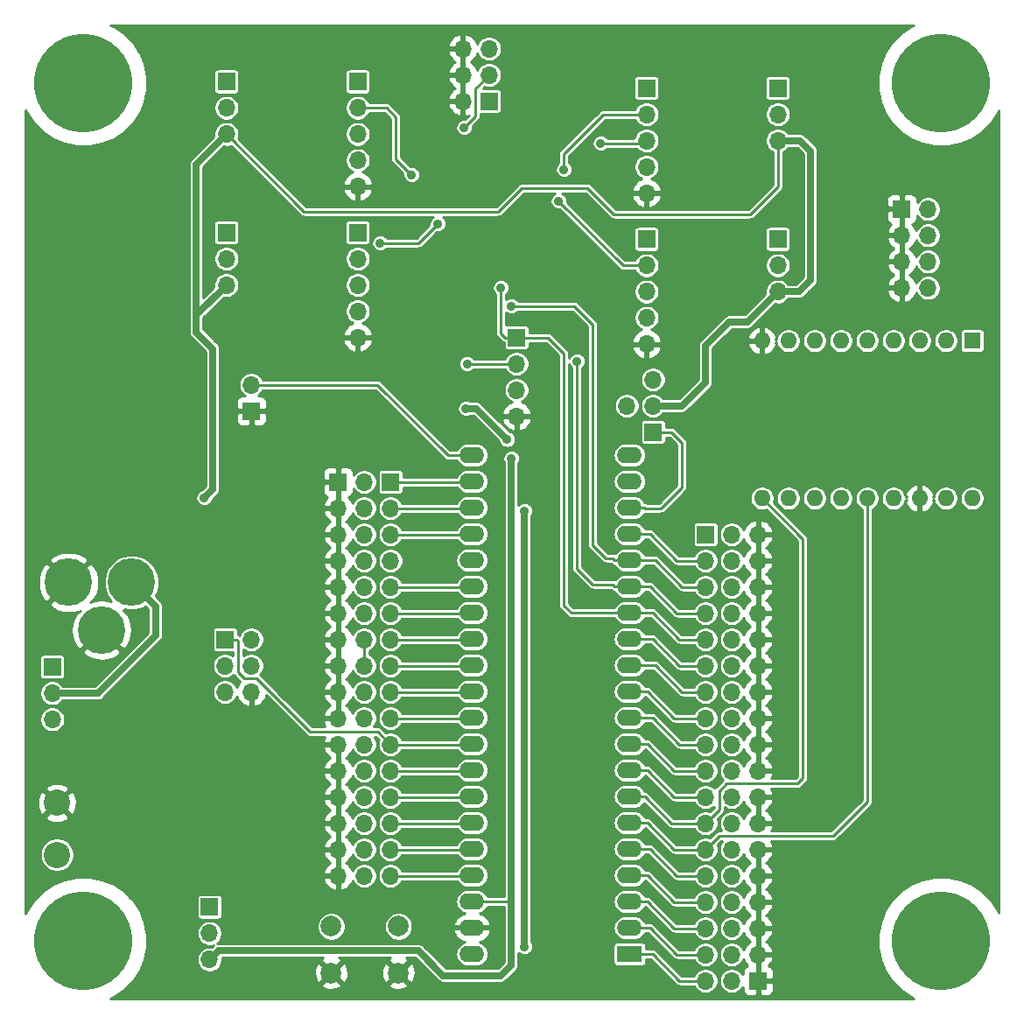
<source format=gbr>
G04 #@! TF.GenerationSoftware,KiCad,Pcbnew,(5.1.5)-3*
G04 #@! TF.CreationDate,2020-10-03T20:20:51-04:00*
G04 #@! TF.ProjectId,Black-Pill-Board,426c6163-6b2d-4506-996c-6c2d426f6172,2*
G04 #@! TF.SameCoordinates,Original*
G04 #@! TF.FileFunction,Copper,L2,Bot*
G04 #@! TF.FilePolarity,Positive*
%FSLAX46Y46*%
G04 Gerber Fmt 4.6, Leading zero omitted, Abs format (unit mm)*
G04 Created by KiCad (PCBNEW (5.1.5)-3) date 2020-10-03 20:20:51*
%MOMM*%
%LPD*%
G04 APERTURE LIST*
%ADD10R,1.700000X1.700000*%
%ADD11O,1.700000X1.700000*%
%ADD12C,9.525000*%
%ADD13C,4.600000*%
%ADD14C,2.540000*%
%ADD15C,2.000000*%
%ADD16R,1.600000X1.600000*%
%ADD17O,1.600000X1.600000*%
%ADD18R,2.400000X1.600000*%
%ADD19O,2.400000X1.600000*%
%ADD20C,0.889000*%
%ADD21C,0.635000*%
%ADD22C,0.254000*%
G04 APERTURE END LIST*
D10*
X71120000Y-49784000D03*
D11*
X71120000Y-47244000D03*
X71120000Y-44704000D03*
X68580000Y-47244000D03*
D10*
X95173800Y-28219400D03*
D11*
X97713800Y-28219400D03*
X95173800Y-30759400D03*
X97713800Y-30759400D03*
X95173800Y-33299400D03*
X97713800Y-33299400D03*
X95173800Y-35839400D03*
X97713800Y-35839400D03*
D12*
X16000000Y-16000000D03*
X99000000Y-16000000D03*
X16000000Y-99000000D03*
X99000000Y-99000000D03*
D13*
X14579600Y-64338200D03*
X20679600Y-64338200D03*
X17779600Y-68938200D03*
D14*
X13462000Y-90678000D03*
X13462000Y-85678000D03*
D10*
X55245000Y-17780000D03*
D11*
X52705000Y-17780000D03*
X55245000Y-15240000D03*
X52705000Y-15240000D03*
X55245000Y-12700000D03*
X52705000Y-12700000D03*
D10*
X40640000Y-54610000D03*
D11*
X43180000Y-54610000D03*
X40640000Y-57150000D03*
X43180000Y-57150000D03*
X40640000Y-59690000D03*
X43180000Y-59690000D03*
X40640000Y-62230000D03*
X43180000Y-62230000D03*
X40640000Y-64770000D03*
X43180000Y-64770000D03*
X40640000Y-67310000D03*
X43180000Y-67310000D03*
X40640000Y-69850000D03*
X43180000Y-69850000D03*
X40640000Y-72390000D03*
X43180000Y-72390000D03*
X40640000Y-74930000D03*
X43180000Y-74930000D03*
X40640000Y-77470000D03*
X43180000Y-77470000D03*
X40640000Y-80010000D03*
X43180000Y-80010000D03*
X40640000Y-82550000D03*
X43180000Y-82550000D03*
X40640000Y-85090000D03*
X43180000Y-85090000D03*
X40640000Y-87630000D03*
X43180000Y-87630000D03*
X40640000Y-90170000D03*
X43180000Y-90170000D03*
X40640000Y-92710000D03*
X43180000Y-92710000D03*
D10*
X45720000Y-54610000D03*
D11*
X45720000Y-57150000D03*
X45720000Y-59690000D03*
X45720000Y-62230000D03*
X45720000Y-64770000D03*
X45720000Y-67310000D03*
X45720000Y-69850000D03*
X45720000Y-72390000D03*
X45720000Y-74930000D03*
X45720000Y-77470000D03*
X45720000Y-80010000D03*
X45720000Y-82550000D03*
X45720000Y-85090000D03*
X45720000Y-87630000D03*
X45720000Y-90170000D03*
X45720000Y-92710000D03*
D10*
X81280000Y-102870000D03*
D11*
X78740000Y-102870000D03*
X81280000Y-100330000D03*
X78740000Y-100330000D03*
X81280000Y-97790000D03*
X78740000Y-97790000D03*
X81280000Y-95250000D03*
X78740000Y-95250000D03*
X81280000Y-92710000D03*
X78740000Y-92710000D03*
X81280000Y-90170000D03*
X78740000Y-90170000D03*
X81280000Y-87630000D03*
X78740000Y-87630000D03*
X81280000Y-85090000D03*
X78740000Y-85090000D03*
X81280000Y-82550000D03*
X78740000Y-82550000D03*
X81280000Y-80010000D03*
X78740000Y-80010000D03*
X81280000Y-77470000D03*
X78740000Y-77470000D03*
X81280000Y-74930000D03*
X78740000Y-74930000D03*
X81280000Y-72390000D03*
X78740000Y-72390000D03*
X81280000Y-69850000D03*
X78740000Y-69850000D03*
X81280000Y-67310000D03*
X78740000Y-67310000D03*
X81280000Y-64770000D03*
X78740000Y-64770000D03*
X81280000Y-62230000D03*
X78740000Y-62230000D03*
X81280000Y-59690000D03*
X78740000Y-59690000D03*
D10*
X76200000Y-59690000D03*
D11*
X76200000Y-62230000D03*
X76200000Y-64770000D03*
X76200000Y-67310000D03*
X76200000Y-69850000D03*
X76200000Y-72390000D03*
X76200000Y-74930000D03*
X76200000Y-77470000D03*
X76200000Y-80010000D03*
X76200000Y-82550000D03*
X76200000Y-85090000D03*
X76200000Y-87630000D03*
X76200000Y-90170000D03*
X76200000Y-92710000D03*
X76200000Y-95250000D03*
X76200000Y-97790000D03*
X76200000Y-100330000D03*
X76200000Y-102870000D03*
D10*
X29845000Y-15875000D03*
D11*
X29845000Y-18415000D03*
X29845000Y-20955000D03*
X83185000Y-21590000D03*
X83185000Y-19050000D03*
D10*
X83185000Y-16510000D03*
D11*
X29845000Y-35560000D03*
X29845000Y-33020000D03*
D10*
X29845000Y-30480000D03*
X83185000Y-31115000D03*
D11*
X83185000Y-33655000D03*
X83185000Y-36195000D03*
D10*
X42545000Y-15875000D03*
D11*
X42545000Y-18415000D03*
X42545000Y-20955000D03*
X42545000Y-23495000D03*
X42545000Y-26035000D03*
X42545000Y-40640000D03*
X42545000Y-38100000D03*
X42545000Y-35560000D03*
X42545000Y-33020000D03*
D10*
X42545000Y-30480000D03*
X70485000Y-31115000D03*
D11*
X70485000Y-33655000D03*
X70485000Y-36195000D03*
X70485000Y-38735000D03*
X70485000Y-41275000D03*
X70485000Y-26670000D03*
X70485000Y-24130000D03*
X70485000Y-21590000D03*
X70485000Y-19050000D03*
D10*
X70485000Y-16510000D03*
D11*
X57912000Y-48260000D03*
X57912000Y-45720000D03*
X57912000Y-43180000D03*
D10*
X57912000Y-40640000D03*
D15*
X46482000Y-97608000D03*
X46482000Y-102108000D03*
X39982000Y-97608000D03*
X39982000Y-102108000D03*
D11*
X32258000Y-45212000D03*
D10*
X32258000Y-47752000D03*
D11*
X32258000Y-74930000D03*
X29718000Y-74930000D03*
X32258000Y-72390000D03*
X29718000Y-72390000D03*
X32258000Y-69850000D03*
D10*
X29718000Y-69850000D03*
D16*
X101981000Y-40944800D03*
D17*
X81661000Y-56184800D03*
X99441000Y-40944800D03*
X84201000Y-56184800D03*
X96901000Y-40944800D03*
X86741000Y-56184800D03*
X94361000Y-40944800D03*
X89281000Y-56184800D03*
X91821000Y-40944800D03*
X91821000Y-56184800D03*
X89281000Y-40944800D03*
X94361000Y-56184800D03*
X86741000Y-40944800D03*
X96901000Y-56184800D03*
X84201000Y-40944800D03*
X99441000Y-56184800D03*
X81661000Y-40944800D03*
X101981000Y-56184800D03*
D10*
X28219400Y-95732600D03*
D11*
X28219400Y-98272600D03*
X28219400Y-100812600D03*
D10*
X13000000Y-72500000D03*
D11*
X13000000Y-75040000D03*
X13000000Y-77580000D03*
D18*
X68832999Y-100278999D03*
D19*
X53592999Y-52018999D03*
X68832999Y-97738999D03*
X53592999Y-54558999D03*
X68832999Y-95198999D03*
X53592999Y-57098999D03*
X68832999Y-92658999D03*
X53592999Y-59638999D03*
X68832999Y-90118999D03*
X53592999Y-62178999D03*
X68832999Y-87578999D03*
X53592999Y-64718999D03*
X68832999Y-85038999D03*
X53592999Y-67258999D03*
X68832999Y-82498999D03*
X53592999Y-69798999D03*
X68832999Y-79958999D03*
X53592999Y-72338999D03*
X68832999Y-77418999D03*
X53592999Y-74878999D03*
X68832999Y-74878999D03*
X53592999Y-77418999D03*
X68832999Y-72338999D03*
X53592999Y-79958999D03*
X68832999Y-69798999D03*
X53592999Y-82498999D03*
X68832999Y-67258999D03*
X53592999Y-85038999D03*
X68832999Y-64718999D03*
X53592999Y-87578999D03*
X68832999Y-62178999D03*
X53592999Y-90118999D03*
X68832999Y-59638999D03*
X53592999Y-92658999D03*
X68832999Y-57098999D03*
X53592999Y-95198999D03*
X68832999Y-54558999D03*
X53592999Y-97738999D03*
X68832999Y-52018999D03*
X53592999Y-100278999D03*
D20*
X27686000Y-56134000D03*
X53848000Y-29464000D03*
X58674000Y-19050000D03*
X88823800Y-59944000D03*
X25500000Y-90000000D03*
X19000000Y-82500000D03*
X60198000Y-55626000D03*
X57404000Y-37592000D03*
X53121001Y-43180000D03*
X63754000Y-42926000D03*
X56388000Y-35814000D03*
X47752000Y-24892000D03*
X44704000Y-31496000D03*
X50292000Y-29634882D03*
X61976000Y-27432000D03*
X66040000Y-21844000D03*
X62484000Y-24384000D03*
X52832000Y-20320000D03*
X57000000Y-50500000D03*
X53000000Y-47500000D03*
X57404000Y-52324000D03*
X58674000Y-57404000D03*
X58674000Y-99568000D03*
D21*
X26924000Y-38481000D02*
X29845000Y-35560000D01*
X26924000Y-23876000D02*
X29845000Y-20955000D01*
X26924000Y-38481000D02*
X26924000Y-23876000D01*
X83185000Y-36195000D02*
X85217000Y-36195000D01*
X85217000Y-36195000D02*
X86360000Y-35052000D01*
X86360000Y-35052000D02*
X86360000Y-22606000D01*
X86360000Y-22606000D02*
X85344000Y-21590000D01*
X26924000Y-38481000D02*
X26924000Y-40132000D01*
X28535999Y-41743999D02*
X26924000Y-40132000D01*
X28535999Y-55284001D02*
X28535999Y-41743999D01*
X27686000Y-56134000D02*
X28535999Y-55284001D01*
X71120000Y-47244000D02*
X73914000Y-47244000D01*
X73914000Y-47244000D02*
X76200000Y-44958000D01*
X76200000Y-44958000D02*
X76200000Y-41402000D01*
X78486000Y-39116000D02*
X80264000Y-39116000D01*
X76200000Y-41402000D02*
X78486000Y-39116000D01*
X80264000Y-39116000D02*
X83185000Y-36195000D01*
D22*
X29845000Y-20955000D02*
X37338000Y-28448000D01*
X37338000Y-28448000D02*
X56134000Y-28448000D01*
X56134000Y-28448000D02*
X58420000Y-26162000D01*
X58420000Y-26162000D02*
X64770000Y-26162000D01*
X64770000Y-26162000D02*
X67310000Y-28702000D01*
X67310000Y-28702000D02*
X80518000Y-28702000D01*
X83185000Y-26035000D02*
X83185000Y-21590000D01*
X80518000Y-28702000D02*
X83185000Y-26035000D01*
X83185000Y-21590000D02*
X83312000Y-21590000D01*
D21*
X85344000Y-21590000D02*
X83312000Y-21590000D01*
D22*
X77508999Y-88861001D02*
X88532599Y-88861001D01*
X76200000Y-90170000D02*
X77508999Y-88861001D01*
X91821000Y-85572600D02*
X91821000Y-56184800D01*
X88532599Y-88861001D02*
X91821000Y-85572600D01*
X70560999Y-87578999D02*
X68832999Y-87578999D01*
X76200000Y-90170000D02*
X73152000Y-90170000D01*
X73152000Y-90170000D02*
X70560999Y-87578999D01*
X78227117Y-83781001D02*
X85103599Y-83781001D01*
X77508999Y-84499119D02*
X78227117Y-83781001D01*
X76200000Y-87630000D02*
X77508999Y-86321001D01*
X77508999Y-86321001D02*
X77508999Y-84499119D01*
X85103599Y-83781001D02*
X85598000Y-83286600D01*
X85598000Y-60121800D02*
X81661000Y-56184800D01*
X85598000Y-83286600D02*
X85598000Y-60121800D01*
X70306999Y-85038999D02*
X68832999Y-85038999D01*
X76200000Y-87630000D02*
X72898000Y-87630000D01*
X72898000Y-87630000D02*
X70306999Y-85038999D01*
X43180000Y-69850000D02*
X43180000Y-72390000D01*
X71322999Y-62178999D02*
X68832999Y-62178999D01*
X73914000Y-64770000D02*
X71322999Y-62178999D01*
X76200000Y-64770000D02*
X73914000Y-64770000D01*
X63500000Y-37592000D02*
X57404000Y-37592000D01*
X65278000Y-39370000D02*
X63500000Y-37592000D01*
X65278000Y-60706000D02*
X65278000Y-39370000D01*
X68832999Y-62178999D02*
X67378999Y-62178999D01*
X67378999Y-62178999D02*
X67176000Y-61976000D01*
X67176000Y-61976000D02*
X66548000Y-61976000D01*
X66548000Y-61976000D02*
X65278000Y-60706000D01*
X57912000Y-43180000D02*
X53121001Y-43180000D01*
X70814999Y-64718999D02*
X68832999Y-64718999D01*
X76200000Y-67310000D02*
X73406000Y-67310000D01*
X73406000Y-67310000D02*
X70814999Y-64718999D01*
X68832999Y-64718999D02*
X67378999Y-64718999D01*
X67378999Y-64718999D02*
X67176000Y-64516000D01*
X67176000Y-64516000D02*
X65278000Y-64516000D01*
X63754000Y-62992000D02*
X63754000Y-42926000D01*
X65278000Y-64516000D02*
X63754000Y-62992000D01*
X56808000Y-40640000D02*
X57912000Y-40640000D01*
X56388000Y-40220000D02*
X56808000Y-40640000D01*
X56388000Y-35814000D02*
X56388000Y-40220000D01*
X71068999Y-67258999D02*
X68832999Y-67258999D01*
X76200000Y-69850000D02*
X73660000Y-69850000D01*
X73660000Y-69850000D02*
X71068999Y-67258999D01*
X68832999Y-67258999D02*
X63194999Y-67258999D01*
X63194999Y-67258999D02*
X62484000Y-66548000D01*
X62484000Y-42164000D02*
X60960000Y-40640000D01*
X62484000Y-66548000D02*
X62484000Y-42164000D01*
X60960000Y-40640000D02*
X57912000Y-40640000D01*
X47752000Y-24892000D02*
X46228000Y-23368000D01*
X46228000Y-23368000D02*
X46228000Y-19304000D01*
X45339000Y-18415000D02*
X42545000Y-18415000D01*
X46228000Y-19304000D02*
X45339000Y-18415000D01*
X48430882Y-31496000D02*
X50292000Y-29634882D01*
X44704000Y-31496000D02*
X48430882Y-31496000D01*
X68199000Y-33655000D02*
X70485000Y-33655000D01*
X61976000Y-27432000D02*
X68199000Y-33655000D01*
X70231000Y-21844000D02*
X70485000Y-21590000D01*
X66040000Y-21844000D02*
X70231000Y-21844000D01*
X70485000Y-19050000D02*
X66294000Y-19050000D01*
X66294000Y-19050000D02*
X62484000Y-22860000D01*
X62484000Y-22860000D02*
X62484000Y-24384000D01*
X53541998Y-54610000D02*
X53592999Y-54558999D01*
X45720000Y-54610000D02*
X53541998Y-54610000D01*
X45720000Y-57150000D02*
X53340000Y-57150000D01*
X45720000Y-59690000D02*
X53340000Y-59690000D01*
X45720000Y-64770000D02*
X53340000Y-64770000D01*
X45720000Y-67310000D02*
X53340000Y-67310000D01*
X45720000Y-69850000D02*
X53340000Y-69850000D01*
X45720000Y-72390000D02*
X53340000Y-72390000D01*
X45720000Y-74930000D02*
X53340000Y-74930000D01*
X45720000Y-77470000D02*
X53340000Y-77470000D01*
X45720000Y-80010000D02*
X53340000Y-80010000D01*
X30822000Y-69850000D02*
X29718000Y-69850000D01*
X30949001Y-69977001D02*
X30822000Y-69850000D01*
X30949001Y-72980881D02*
X30949001Y-69977001D01*
X31589121Y-73621001D02*
X30949001Y-72980881D01*
X32770883Y-73621001D02*
X31589121Y-73621001D01*
X37928881Y-78778999D02*
X32770883Y-73621001D01*
X44488999Y-78778999D02*
X37928881Y-78778999D01*
X45720000Y-80010000D02*
X44488999Y-78778999D01*
X45720000Y-82550000D02*
X53340000Y-82550000D01*
X45720000Y-85090000D02*
X53340000Y-85090000D01*
X53340000Y-87630000D02*
X45720000Y-87630000D01*
X45720000Y-92710000D02*
X53340000Y-92710000D01*
X70814999Y-59638999D02*
X68832999Y-59638999D01*
X76200000Y-62230000D02*
X73406000Y-62230000D01*
X73406000Y-62230000D02*
X70814999Y-59638999D01*
X71068999Y-69798999D02*
X68832999Y-69798999D01*
X76200000Y-72390000D02*
X73660000Y-72390000D01*
X73660000Y-72390000D02*
X71068999Y-69798999D01*
X71322999Y-72338999D02*
X68832999Y-72338999D01*
X76200000Y-74930000D02*
X73914000Y-74930000D01*
X73914000Y-74930000D02*
X71322999Y-72338999D01*
X76200000Y-77470000D02*
X73152000Y-77470000D01*
X70560999Y-74878999D02*
X68832999Y-74878999D01*
X73152000Y-77470000D02*
X70560999Y-74878999D01*
X76200000Y-80010000D02*
X73660000Y-80010000D01*
X71068999Y-77418999D02*
X68832999Y-77418999D01*
X73660000Y-80010000D02*
X71068999Y-77418999D01*
X76200000Y-82550000D02*
X73152000Y-82550000D01*
X70560999Y-79958999D02*
X68832999Y-79958999D01*
X73152000Y-82550000D02*
X70560999Y-79958999D01*
X76200000Y-85090000D02*
X73152000Y-85090000D01*
X70560999Y-82498999D02*
X68832999Y-82498999D01*
X73152000Y-85090000D02*
X70560999Y-82498999D01*
X70814999Y-90118999D02*
X68832999Y-90118999D01*
X76200000Y-92710000D02*
X73406000Y-92710000D01*
X73406000Y-92710000D02*
X70814999Y-90118999D01*
X76200000Y-95250000D02*
X73152000Y-95250000D01*
X70560999Y-92658999D02*
X68832999Y-92658999D01*
X73152000Y-95250000D02*
X70560999Y-92658999D01*
X70560999Y-95198999D02*
X68832999Y-95198999D01*
X76200000Y-97790000D02*
X73152000Y-97790000D01*
X73152000Y-97790000D02*
X70560999Y-95198999D01*
X70814999Y-97738999D02*
X68832999Y-97738999D01*
X76200000Y-100330000D02*
X73406000Y-100330000D01*
X73406000Y-100330000D02*
X70814999Y-97738999D01*
X71068999Y-100278999D02*
X68832999Y-100278999D01*
X76200000Y-102870000D02*
X73660000Y-102870000D01*
X73660000Y-102870000D02*
X71068999Y-100278999D01*
X53936001Y-16548999D02*
X55245000Y-15240000D01*
X53936001Y-19215999D02*
X53936001Y-16548999D01*
X52832000Y-20320000D02*
X53936001Y-19215999D01*
X53592999Y-52018999D02*
X51256999Y-52018999D01*
X44450000Y-45212000D02*
X32258000Y-45212000D01*
X51256999Y-52018999D02*
X44450000Y-45212000D01*
D21*
X54000000Y-47500000D02*
X57000000Y-50500000D01*
X53000000Y-47500000D02*
X54000000Y-47500000D01*
X22979599Y-66638199D02*
X22979599Y-69479599D01*
X20679600Y-64338200D02*
X22979599Y-66638199D01*
X17419198Y-75040000D02*
X13000000Y-75040000D01*
X22979599Y-69479599D02*
X17419198Y-75040000D01*
D22*
X57404000Y-95250000D02*
X57404000Y-52324000D01*
X53592999Y-95198999D02*
X57352999Y-95198999D01*
X57352999Y-95198999D02*
X57404000Y-95250000D01*
X57404000Y-99568000D02*
X57404000Y-95250000D01*
D21*
X57404000Y-99568000D02*
X57404000Y-52324000D01*
X48400601Y-99962601D02*
X50800000Y-102362000D01*
X29069399Y-99962601D02*
X48400601Y-99962601D01*
X28219400Y-100812600D02*
X29069399Y-99962601D01*
X50800000Y-102362000D02*
X56388000Y-102362000D01*
X57404000Y-101346000D02*
X57404000Y-99568000D01*
X56388000Y-102362000D02*
X57404000Y-101346000D01*
D22*
X70286999Y-57098999D02*
X70338000Y-57150000D01*
X68832999Y-57098999D02*
X70286999Y-57098999D01*
X70338000Y-57150000D02*
X71882000Y-57150000D01*
X71882000Y-57150000D02*
X73914000Y-55118000D01*
X73914000Y-55118000D02*
X73914000Y-50800000D01*
X72898000Y-49784000D02*
X71120000Y-49784000D01*
X73914000Y-50800000D02*
X72898000Y-49784000D01*
D21*
X58674000Y-99568000D02*
X58674000Y-57404000D01*
D22*
X45720000Y-90170000D02*
X53340000Y-90170000D01*
G36*
X96082383Y-10541522D02*
G01*
X95073548Y-11215604D01*
X94215604Y-12073548D01*
X93541522Y-13082383D01*
X93077206Y-14203340D01*
X92840500Y-15393342D01*
X92840500Y-16606658D01*
X93077206Y-17796660D01*
X93541522Y-18917617D01*
X94215604Y-19926452D01*
X95073548Y-20784396D01*
X96082383Y-21458478D01*
X97203340Y-21922794D01*
X98393342Y-22159500D01*
X99606658Y-22159500D01*
X100796660Y-21922794D01*
X101917617Y-21458478D01*
X102926452Y-20784396D01*
X103784396Y-19926452D01*
X104458478Y-18917617D01*
X104569000Y-18650794D01*
X104569001Y-90775387D01*
X104535100Y-96267364D01*
X104458478Y-96082383D01*
X103784396Y-95073548D01*
X102926452Y-94215604D01*
X101917617Y-93541522D01*
X100796660Y-93077206D01*
X99606658Y-92840500D01*
X98393342Y-92840500D01*
X97203340Y-93077206D01*
X96082383Y-93541522D01*
X95073548Y-94215604D01*
X94215604Y-95073548D01*
X93541522Y-96082383D01*
X93077206Y-97203340D01*
X92840500Y-98393342D01*
X92840500Y-99606658D01*
X93077206Y-100796660D01*
X93541522Y-101917617D01*
X94215604Y-102926452D01*
X95073548Y-103784396D01*
X96082383Y-104458478D01*
X96349206Y-104569000D01*
X18650794Y-104569000D01*
X18917617Y-104458478D01*
X19926452Y-103784396D01*
X20467435Y-103243413D01*
X39026192Y-103243413D01*
X39121956Y-103507814D01*
X39411571Y-103648704D01*
X39723108Y-103730384D01*
X40044595Y-103749718D01*
X40363675Y-103705961D01*
X40668088Y-103600795D01*
X40842044Y-103507814D01*
X40937808Y-103243413D01*
X45526192Y-103243413D01*
X45621956Y-103507814D01*
X45911571Y-103648704D01*
X46223108Y-103730384D01*
X46544595Y-103749718D01*
X46863675Y-103705961D01*
X47168088Y-103600795D01*
X47342044Y-103507814D01*
X47437808Y-103243413D01*
X46482000Y-102287605D01*
X45526192Y-103243413D01*
X40937808Y-103243413D01*
X39982000Y-102287605D01*
X39026192Y-103243413D01*
X20467435Y-103243413D01*
X20784396Y-102926452D01*
X21289443Y-102170595D01*
X38340282Y-102170595D01*
X38384039Y-102489675D01*
X38489205Y-102794088D01*
X38582186Y-102968044D01*
X38846587Y-103063808D01*
X39802395Y-102108000D01*
X40161605Y-102108000D01*
X41117413Y-103063808D01*
X41381814Y-102968044D01*
X41522704Y-102678429D01*
X41604384Y-102366892D01*
X41616189Y-102170595D01*
X44840282Y-102170595D01*
X44884039Y-102489675D01*
X44989205Y-102794088D01*
X45082186Y-102968044D01*
X45346587Y-103063808D01*
X46302395Y-102108000D01*
X46661605Y-102108000D01*
X47617413Y-103063808D01*
X47881814Y-102968044D01*
X48022704Y-102678429D01*
X48104384Y-102366892D01*
X48123718Y-102045405D01*
X48079961Y-101726325D01*
X47974795Y-101421912D01*
X47881814Y-101247956D01*
X47617413Y-101152192D01*
X46661605Y-102108000D01*
X46302395Y-102108000D01*
X45346587Y-101152192D01*
X45082186Y-101247956D01*
X44941296Y-101537571D01*
X44859616Y-101849108D01*
X44840282Y-102170595D01*
X41616189Y-102170595D01*
X41623718Y-102045405D01*
X41579961Y-101726325D01*
X41474795Y-101421912D01*
X41381814Y-101247956D01*
X41117413Y-101152192D01*
X40161605Y-102108000D01*
X39802395Y-102108000D01*
X38846587Y-101152192D01*
X38582186Y-101247956D01*
X38441296Y-101537571D01*
X38359616Y-101849108D01*
X38340282Y-102170595D01*
X21289443Y-102170595D01*
X21458478Y-101917617D01*
X21922794Y-100796660D01*
X22159500Y-99606658D01*
X22159500Y-98393342D01*
X22111367Y-98151357D01*
X26988400Y-98151357D01*
X26988400Y-98393843D01*
X27035707Y-98631669D01*
X27128502Y-98855697D01*
X27263220Y-99057317D01*
X27434683Y-99228780D01*
X27636303Y-99363498D01*
X27860331Y-99456293D01*
X28098157Y-99503600D01*
X28340643Y-99503600D01*
X28578469Y-99456293D01*
X28592235Y-99450591D01*
X28573096Y-99466298D01*
X28551232Y-99492939D01*
X28442342Y-99601829D01*
X28340643Y-99581600D01*
X28098157Y-99581600D01*
X27860331Y-99628907D01*
X27636303Y-99721702D01*
X27434683Y-99856420D01*
X27263220Y-100027883D01*
X27128502Y-100229503D01*
X27035707Y-100453531D01*
X26988400Y-100691357D01*
X26988400Y-100933843D01*
X27035707Y-101171669D01*
X27128502Y-101395697D01*
X27263220Y-101597317D01*
X27434683Y-101768780D01*
X27636303Y-101903498D01*
X27860331Y-101996293D01*
X28098157Y-102043600D01*
X28340643Y-102043600D01*
X28578469Y-101996293D01*
X28802497Y-101903498D01*
X29004117Y-101768780D01*
X29175580Y-101597317D01*
X29310298Y-101395697D01*
X29403093Y-101171669D01*
X29450400Y-100933843D01*
X29450400Y-100691357D01*
X29444382Y-100661101D01*
X39210046Y-100661101D01*
X39121956Y-100708186D01*
X39026192Y-100972587D01*
X39982000Y-101928395D01*
X40937808Y-100972587D01*
X40842044Y-100708186D01*
X40745256Y-100661101D01*
X45710046Y-100661101D01*
X45621956Y-100708186D01*
X45526192Y-100972587D01*
X46482000Y-101928395D01*
X47437808Y-100972587D01*
X47342044Y-100708186D01*
X47245256Y-100661101D01*
X48111274Y-100661101D01*
X50281829Y-102831657D01*
X50303697Y-102858303D01*
X50330343Y-102880171D01*
X50330346Y-102880174D01*
X50386736Y-102926452D01*
X50410057Y-102945591D01*
X50531403Y-103010452D01*
X50663070Y-103050393D01*
X50765691Y-103060500D01*
X50765702Y-103060500D01*
X50800000Y-103063878D01*
X50834298Y-103060500D01*
X56353702Y-103060500D01*
X56388000Y-103063878D01*
X56422298Y-103060500D01*
X56422309Y-103060500D01*
X56524930Y-103050393D01*
X56656597Y-103010452D01*
X56777943Y-102945591D01*
X56884303Y-102858303D01*
X56906175Y-102831652D01*
X57873662Y-101864166D01*
X57900302Y-101842303D01*
X57922167Y-101815661D01*
X57922174Y-101815654D01*
X57987591Y-101735944D01*
X58052451Y-101614599D01*
X58052452Y-101614596D01*
X58092393Y-101482930D01*
X58102500Y-101380309D01*
X58102500Y-101380298D01*
X58105878Y-101346000D01*
X58102500Y-101311702D01*
X58102500Y-100163933D01*
X58147775Y-100209208D01*
X58282979Y-100299548D01*
X58433211Y-100361776D01*
X58592695Y-100393500D01*
X58755305Y-100393500D01*
X58914789Y-100361776D01*
X59065021Y-100299548D01*
X59200225Y-100209208D01*
X59315208Y-100094225D01*
X59405548Y-99959021D01*
X59467776Y-99808789D01*
X59499500Y-99649305D01*
X59499500Y-99486695D01*
X59497970Y-99478999D01*
X67250156Y-99478999D01*
X67250156Y-101078999D01*
X67257512Y-101153688D01*
X67279298Y-101225507D01*
X67314677Y-101291695D01*
X67362288Y-101349710D01*
X67420303Y-101397321D01*
X67486491Y-101432700D01*
X67558310Y-101454486D01*
X67632999Y-101461842D01*
X70032999Y-101461842D01*
X70107688Y-101454486D01*
X70179507Y-101432700D01*
X70245695Y-101397321D01*
X70303710Y-101349710D01*
X70351321Y-101291695D01*
X70386700Y-101225507D01*
X70408486Y-101153688D01*
X70415842Y-101078999D01*
X70415842Y-100786999D01*
X70858579Y-100786999D01*
X73283145Y-103211565D01*
X73299052Y-103230948D01*
X73376405Y-103294429D01*
X73464657Y-103341601D01*
X73560415Y-103370649D01*
X73635053Y-103378000D01*
X73635056Y-103378000D01*
X73660000Y-103380457D01*
X73684944Y-103378000D01*
X75077996Y-103378000D01*
X75109102Y-103453097D01*
X75243820Y-103654717D01*
X75415283Y-103826180D01*
X75616903Y-103960898D01*
X75840931Y-104053693D01*
X76078757Y-104101000D01*
X76321243Y-104101000D01*
X76559069Y-104053693D01*
X76783097Y-103960898D01*
X76984717Y-103826180D01*
X77156180Y-103654717D01*
X77290898Y-103453097D01*
X77383693Y-103229069D01*
X77431000Y-102991243D01*
X77431000Y-102748757D01*
X77383693Y-102510931D01*
X77290898Y-102286903D01*
X77156180Y-102085283D01*
X76984717Y-101913820D01*
X76783097Y-101779102D01*
X76559069Y-101686307D01*
X76321243Y-101639000D01*
X76078757Y-101639000D01*
X75840931Y-101686307D01*
X75616903Y-101779102D01*
X75415283Y-101913820D01*
X75243820Y-102085283D01*
X75109102Y-102286903D01*
X75077996Y-102362000D01*
X73870420Y-102362000D01*
X71445854Y-99937434D01*
X71429947Y-99918051D01*
X71352594Y-99854570D01*
X71264342Y-99807398D01*
X71168584Y-99778350D01*
X71093946Y-99770999D01*
X71093943Y-99770999D01*
X71068999Y-99768542D01*
X71044055Y-99770999D01*
X70415842Y-99770999D01*
X70415842Y-99478999D01*
X70408486Y-99404310D01*
X70386700Y-99332491D01*
X70351321Y-99266303D01*
X70303710Y-99208288D01*
X70245695Y-99160677D01*
X70179507Y-99125298D01*
X70107688Y-99103512D01*
X70032999Y-99096156D01*
X67632999Y-99096156D01*
X67558310Y-99103512D01*
X67486491Y-99125298D01*
X67420303Y-99160677D01*
X67362288Y-99208288D01*
X67314677Y-99266303D01*
X67279298Y-99332491D01*
X67257512Y-99404310D01*
X67250156Y-99478999D01*
X59497970Y-99478999D01*
X59467776Y-99327211D01*
X59405548Y-99176979D01*
X59372500Y-99127519D01*
X59372500Y-97738999D01*
X67246285Y-97738999D01*
X67269087Y-97970515D01*
X67336618Y-98193135D01*
X67446282Y-98398302D01*
X67593865Y-98578133D01*
X67773696Y-98725716D01*
X67978863Y-98835380D01*
X68201483Y-98902911D01*
X68374983Y-98919999D01*
X69291015Y-98919999D01*
X69464515Y-98902911D01*
X69687135Y-98835380D01*
X69892302Y-98725716D01*
X70072133Y-98578133D01*
X70219716Y-98398302D01*
X70300589Y-98246999D01*
X70604579Y-98246999D01*
X73029145Y-100671565D01*
X73045052Y-100690948D01*
X73122405Y-100754429D01*
X73210657Y-100801601D01*
X73306415Y-100830649D01*
X73381053Y-100838000D01*
X73381056Y-100838000D01*
X73406000Y-100840457D01*
X73430944Y-100838000D01*
X75077996Y-100838000D01*
X75109102Y-100913097D01*
X75243820Y-101114717D01*
X75415283Y-101286180D01*
X75616903Y-101420898D01*
X75840931Y-101513693D01*
X76078757Y-101561000D01*
X76321243Y-101561000D01*
X76559069Y-101513693D01*
X76783097Y-101420898D01*
X76984717Y-101286180D01*
X77156180Y-101114717D01*
X77290898Y-100913097D01*
X77383693Y-100689069D01*
X77431000Y-100451243D01*
X77431000Y-100208757D01*
X77383693Y-99970931D01*
X77290898Y-99746903D01*
X77156180Y-99545283D01*
X76984717Y-99373820D01*
X76783097Y-99239102D01*
X76559069Y-99146307D01*
X76321243Y-99099000D01*
X76078757Y-99099000D01*
X75840931Y-99146307D01*
X75616903Y-99239102D01*
X75415283Y-99373820D01*
X75243820Y-99545283D01*
X75109102Y-99746903D01*
X75077996Y-99822000D01*
X73616420Y-99822000D01*
X71191854Y-97397434D01*
X71175947Y-97378051D01*
X71098594Y-97314570D01*
X71010342Y-97267398D01*
X70914584Y-97238350D01*
X70839946Y-97230999D01*
X70839943Y-97230999D01*
X70814999Y-97228542D01*
X70790055Y-97230999D01*
X70300589Y-97230999D01*
X70219716Y-97079696D01*
X70072133Y-96899865D01*
X69892302Y-96752282D01*
X69687135Y-96642618D01*
X69464515Y-96575087D01*
X69291015Y-96557999D01*
X68374983Y-96557999D01*
X68201483Y-96575087D01*
X67978863Y-96642618D01*
X67773696Y-96752282D01*
X67593865Y-96899865D01*
X67446282Y-97079696D01*
X67336618Y-97284863D01*
X67269087Y-97507483D01*
X67246285Y-97738999D01*
X59372500Y-97738999D01*
X59372500Y-95198999D01*
X67246285Y-95198999D01*
X67269087Y-95430515D01*
X67336618Y-95653135D01*
X67446282Y-95858302D01*
X67593865Y-96038133D01*
X67773696Y-96185716D01*
X67978863Y-96295380D01*
X68201483Y-96362911D01*
X68374983Y-96379999D01*
X69291015Y-96379999D01*
X69464515Y-96362911D01*
X69687135Y-96295380D01*
X69892302Y-96185716D01*
X70072133Y-96038133D01*
X70219716Y-95858302D01*
X70300589Y-95706999D01*
X70350579Y-95706999D01*
X72775145Y-98131565D01*
X72791052Y-98150948D01*
X72868405Y-98214429D01*
X72956657Y-98261601D01*
X73052415Y-98290649D01*
X73127053Y-98298000D01*
X73127056Y-98298000D01*
X73152000Y-98300457D01*
X73176944Y-98298000D01*
X75077996Y-98298000D01*
X75109102Y-98373097D01*
X75243820Y-98574717D01*
X75415283Y-98746180D01*
X75616903Y-98880898D01*
X75840931Y-98973693D01*
X76078757Y-99021000D01*
X76321243Y-99021000D01*
X76559069Y-98973693D01*
X76783097Y-98880898D01*
X76984717Y-98746180D01*
X77156180Y-98574717D01*
X77290898Y-98373097D01*
X77383693Y-98149069D01*
X77431000Y-97911243D01*
X77431000Y-97668757D01*
X77383693Y-97430931D01*
X77290898Y-97206903D01*
X77156180Y-97005283D01*
X76984717Y-96833820D01*
X76783097Y-96699102D01*
X76559069Y-96606307D01*
X76321243Y-96559000D01*
X76078757Y-96559000D01*
X75840931Y-96606307D01*
X75616903Y-96699102D01*
X75415283Y-96833820D01*
X75243820Y-97005283D01*
X75109102Y-97206903D01*
X75077996Y-97282000D01*
X73362420Y-97282000D01*
X70937854Y-94857434D01*
X70921947Y-94838051D01*
X70844594Y-94774570D01*
X70756342Y-94727398D01*
X70660584Y-94698350D01*
X70585946Y-94690999D01*
X70585943Y-94690999D01*
X70560999Y-94688542D01*
X70536055Y-94690999D01*
X70300589Y-94690999D01*
X70219716Y-94539696D01*
X70072133Y-94359865D01*
X69892302Y-94212282D01*
X69687135Y-94102618D01*
X69464515Y-94035087D01*
X69291015Y-94017999D01*
X68374983Y-94017999D01*
X68201483Y-94035087D01*
X67978863Y-94102618D01*
X67773696Y-94212282D01*
X67593865Y-94359865D01*
X67446282Y-94539696D01*
X67336618Y-94744863D01*
X67269087Y-94967483D01*
X67246285Y-95198999D01*
X59372500Y-95198999D01*
X59372500Y-92658999D01*
X67246285Y-92658999D01*
X67269087Y-92890515D01*
X67336618Y-93113135D01*
X67446282Y-93318302D01*
X67593865Y-93498133D01*
X67773696Y-93645716D01*
X67978863Y-93755380D01*
X68201483Y-93822911D01*
X68374983Y-93839999D01*
X69291015Y-93839999D01*
X69464515Y-93822911D01*
X69687135Y-93755380D01*
X69892302Y-93645716D01*
X70072133Y-93498133D01*
X70219716Y-93318302D01*
X70300589Y-93166999D01*
X70350579Y-93166999D01*
X72775145Y-95591565D01*
X72791052Y-95610948D01*
X72868405Y-95674429D01*
X72956657Y-95721601D01*
X73052415Y-95750649D01*
X73127053Y-95758000D01*
X73127056Y-95758000D01*
X73152000Y-95760457D01*
X73176944Y-95758000D01*
X75077996Y-95758000D01*
X75109102Y-95833097D01*
X75243820Y-96034717D01*
X75415283Y-96206180D01*
X75616903Y-96340898D01*
X75840931Y-96433693D01*
X76078757Y-96481000D01*
X76321243Y-96481000D01*
X76559069Y-96433693D01*
X76783097Y-96340898D01*
X76984717Y-96206180D01*
X77156180Y-96034717D01*
X77290898Y-95833097D01*
X77383693Y-95609069D01*
X77431000Y-95371243D01*
X77431000Y-95128757D01*
X77383693Y-94890931D01*
X77290898Y-94666903D01*
X77156180Y-94465283D01*
X76984717Y-94293820D01*
X76783097Y-94159102D01*
X76559069Y-94066307D01*
X76321243Y-94019000D01*
X76078757Y-94019000D01*
X75840931Y-94066307D01*
X75616903Y-94159102D01*
X75415283Y-94293820D01*
X75243820Y-94465283D01*
X75109102Y-94666903D01*
X75077996Y-94742000D01*
X73362420Y-94742000D01*
X70937854Y-92317434D01*
X70921947Y-92298051D01*
X70844594Y-92234570D01*
X70756342Y-92187398D01*
X70660584Y-92158350D01*
X70585946Y-92150999D01*
X70585943Y-92150999D01*
X70560999Y-92148542D01*
X70536055Y-92150999D01*
X70300589Y-92150999D01*
X70219716Y-91999696D01*
X70072133Y-91819865D01*
X69892302Y-91672282D01*
X69687135Y-91562618D01*
X69464515Y-91495087D01*
X69291015Y-91477999D01*
X68374983Y-91477999D01*
X68201483Y-91495087D01*
X67978863Y-91562618D01*
X67773696Y-91672282D01*
X67593865Y-91819865D01*
X67446282Y-91999696D01*
X67336618Y-92204863D01*
X67269087Y-92427483D01*
X67246285Y-92658999D01*
X59372500Y-92658999D01*
X59372500Y-90118999D01*
X67246285Y-90118999D01*
X67269087Y-90350515D01*
X67336618Y-90573135D01*
X67446282Y-90778302D01*
X67593865Y-90958133D01*
X67773696Y-91105716D01*
X67978863Y-91215380D01*
X68201483Y-91282911D01*
X68374983Y-91299999D01*
X69291015Y-91299999D01*
X69464515Y-91282911D01*
X69687135Y-91215380D01*
X69892302Y-91105716D01*
X70072133Y-90958133D01*
X70219716Y-90778302D01*
X70300589Y-90626999D01*
X70604579Y-90626999D01*
X73029145Y-93051565D01*
X73045052Y-93070948D01*
X73122405Y-93134429D01*
X73210657Y-93181601D01*
X73306415Y-93210649D01*
X73381053Y-93218000D01*
X73381056Y-93218000D01*
X73406000Y-93220457D01*
X73430944Y-93218000D01*
X75077996Y-93218000D01*
X75109102Y-93293097D01*
X75243820Y-93494717D01*
X75415283Y-93666180D01*
X75616903Y-93800898D01*
X75840931Y-93893693D01*
X76078757Y-93941000D01*
X76321243Y-93941000D01*
X76559069Y-93893693D01*
X76783097Y-93800898D01*
X76984717Y-93666180D01*
X77156180Y-93494717D01*
X77290898Y-93293097D01*
X77383693Y-93069069D01*
X77431000Y-92831243D01*
X77431000Y-92588757D01*
X77383693Y-92350931D01*
X77290898Y-92126903D01*
X77156180Y-91925283D01*
X76984717Y-91753820D01*
X76783097Y-91619102D01*
X76559069Y-91526307D01*
X76321243Y-91479000D01*
X76078757Y-91479000D01*
X75840931Y-91526307D01*
X75616903Y-91619102D01*
X75415283Y-91753820D01*
X75243820Y-91925283D01*
X75109102Y-92126903D01*
X75077996Y-92202000D01*
X73616420Y-92202000D01*
X71191854Y-89777434D01*
X71175947Y-89758051D01*
X71098594Y-89694570D01*
X71010342Y-89647398D01*
X70914584Y-89618350D01*
X70839946Y-89610999D01*
X70839943Y-89610999D01*
X70814999Y-89608542D01*
X70790055Y-89610999D01*
X70300589Y-89610999D01*
X70219716Y-89459696D01*
X70072133Y-89279865D01*
X69892302Y-89132282D01*
X69687135Y-89022618D01*
X69464515Y-88955087D01*
X69291015Y-88937999D01*
X68374983Y-88937999D01*
X68201483Y-88955087D01*
X67978863Y-89022618D01*
X67773696Y-89132282D01*
X67593865Y-89279865D01*
X67446282Y-89459696D01*
X67336618Y-89664863D01*
X67269087Y-89887483D01*
X67246285Y-90118999D01*
X59372500Y-90118999D01*
X59372500Y-82498999D01*
X67246285Y-82498999D01*
X67269087Y-82730515D01*
X67336618Y-82953135D01*
X67446282Y-83158302D01*
X67593865Y-83338133D01*
X67773696Y-83485716D01*
X67978863Y-83595380D01*
X68201483Y-83662911D01*
X68374983Y-83679999D01*
X69291015Y-83679999D01*
X69464515Y-83662911D01*
X69687135Y-83595380D01*
X69892302Y-83485716D01*
X70072133Y-83338133D01*
X70219716Y-83158302D01*
X70300589Y-83006999D01*
X70350579Y-83006999D01*
X72775145Y-85431565D01*
X72791052Y-85450948D01*
X72868405Y-85514429D01*
X72956657Y-85561601D01*
X73052415Y-85590649D01*
X73127053Y-85598000D01*
X73127056Y-85598000D01*
X73152000Y-85600457D01*
X73176944Y-85598000D01*
X75077996Y-85598000D01*
X75109102Y-85673097D01*
X75243820Y-85874717D01*
X75415283Y-86046180D01*
X75616903Y-86180898D01*
X75840931Y-86273693D01*
X76078757Y-86321000D01*
X76321243Y-86321000D01*
X76559069Y-86273693D01*
X76783097Y-86180898D01*
X76984717Y-86046180D01*
X77000999Y-86029898D01*
X77000999Y-86110580D01*
X76634166Y-86477413D01*
X76559069Y-86446307D01*
X76321243Y-86399000D01*
X76078757Y-86399000D01*
X75840931Y-86446307D01*
X75616903Y-86539102D01*
X75415283Y-86673820D01*
X75243820Y-86845283D01*
X75109102Y-87046903D01*
X75077996Y-87122000D01*
X73108420Y-87122000D01*
X70683854Y-84697434D01*
X70667947Y-84678051D01*
X70590594Y-84614570D01*
X70502342Y-84567398D01*
X70406584Y-84538350D01*
X70331946Y-84530999D01*
X70331943Y-84530999D01*
X70306999Y-84528542D01*
X70299662Y-84529265D01*
X70219716Y-84379696D01*
X70072133Y-84199865D01*
X69892302Y-84052282D01*
X69687135Y-83942618D01*
X69464515Y-83875087D01*
X69291015Y-83857999D01*
X68374983Y-83857999D01*
X68201483Y-83875087D01*
X67978863Y-83942618D01*
X67773696Y-84052282D01*
X67593865Y-84199865D01*
X67446282Y-84379696D01*
X67336618Y-84584863D01*
X67269087Y-84807483D01*
X67246285Y-85038999D01*
X67269087Y-85270515D01*
X67336618Y-85493135D01*
X67446282Y-85698302D01*
X67593865Y-85878133D01*
X67773696Y-86025716D01*
X67978863Y-86135380D01*
X68201483Y-86202911D01*
X68374983Y-86219999D01*
X69291015Y-86219999D01*
X69464515Y-86202911D01*
X69687135Y-86135380D01*
X69892302Y-86025716D01*
X70072133Y-85878133D01*
X70219716Y-85698302D01*
X70229527Y-85679947D01*
X72521145Y-87971565D01*
X72537052Y-87990948D01*
X72614405Y-88054429D01*
X72702657Y-88101601D01*
X72798415Y-88130649D01*
X72873053Y-88138000D01*
X72873056Y-88138000D01*
X72898000Y-88140457D01*
X72922944Y-88138000D01*
X75077996Y-88138000D01*
X75109102Y-88213097D01*
X75243820Y-88414717D01*
X75415283Y-88586180D01*
X75616903Y-88720898D01*
X75840931Y-88813693D01*
X76078757Y-88861000D01*
X76321243Y-88861000D01*
X76559069Y-88813693D01*
X76783097Y-88720898D01*
X76984717Y-88586180D01*
X77156180Y-88414717D01*
X77290898Y-88213097D01*
X77383693Y-87989069D01*
X77431000Y-87751243D01*
X77431000Y-87508757D01*
X77383693Y-87270931D01*
X77352587Y-87195834D01*
X77850570Y-86697851D01*
X77869947Y-86681949D01*
X77912801Y-86629731D01*
X77933428Y-86604597D01*
X77980599Y-86516346D01*
X77980600Y-86516343D01*
X78009648Y-86420586D01*
X78016999Y-86345948D01*
X78016999Y-86345946D01*
X78019456Y-86321002D01*
X78016999Y-86296058D01*
X78016999Y-86087417D01*
X78156903Y-86180898D01*
X78380931Y-86273693D01*
X78618757Y-86321000D01*
X78861243Y-86321000D01*
X79099069Y-86273693D01*
X79323097Y-86180898D01*
X79524717Y-86046180D01*
X79696180Y-85874717D01*
X79830898Y-85673097D01*
X79874909Y-85566846D01*
X79883175Y-85594099D01*
X80008359Y-85856920D01*
X80182412Y-86090269D01*
X80398645Y-86285178D01*
X80524255Y-86360000D01*
X80398645Y-86434822D01*
X80182412Y-86629731D01*
X80008359Y-86863080D01*
X79883175Y-87125901D01*
X79874909Y-87153154D01*
X79830898Y-87046903D01*
X79696180Y-86845283D01*
X79524717Y-86673820D01*
X79323097Y-86539102D01*
X79099069Y-86446307D01*
X78861243Y-86399000D01*
X78618757Y-86399000D01*
X78380931Y-86446307D01*
X78156903Y-86539102D01*
X77955283Y-86673820D01*
X77783820Y-86845283D01*
X77649102Y-87046903D01*
X77556307Y-87270931D01*
X77509000Y-87508757D01*
X77509000Y-87751243D01*
X77556307Y-87989069D01*
X77649102Y-88213097D01*
X77742583Y-88353001D01*
X77533942Y-88353001D01*
X77508998Y-88350544D01*
X77484054Y-88353001D01*
X77484052Y-88353001D01*
X77409414Y-88360352D01*
X77313656Y-88389400D01*
X77313654Y-88389401D01*
X77225403Y-88436572D01*
X77170809Y-88481377D01*
X77148051Y-88500053D01*
X77132149Y-88519430D01*
X76634166Y-89017413D01*
X76559069Y-88986307D01*
X76321243Y-88939000D01*
X76078757Y-88939000D01*
X75840931Y-88986307D01*
X75616903Y-89079102D01*
X75415283Y-89213820D01*
X75243820Y-89385283D01*
X75109102Y-89586903D01*
X75077996Y-89662000D01*
X73362420Y-89662000D01*
X70937854Y-87237434D01*
X70921947Y-87218051D01*
X70844594Y-87154570D01*
X70756342Y-87107398D01*
X70660584Y-87078350D01*
X70585946Y-87070999D01*
X70585943Y-87070999D01*
X70560999Y-87068542D01*
X70536055Y-87070999D01*
X70300589Y-87070999D01*
X70219716Y-86919696D01*
X70072133Y-86739865D01*
X69892302Y-86592282D01*
X69687135Y-86482618D01*
X69464515Y-86415087D01*
X69291015Y-86397999D01*
X68374983Y-86397999D01*
X68201483Y-86415087D01*
X67978863Y-86482618D01*
X67773696Y-86592282D01*
X67593865Y-86739865D01*
X67446282Y-86919696D01*
X67336618Y-87124863D01*
X67269087Y-87347483D01*
X67246285Y-87578999D01*
X67269087Y-87810515D01*
X67336618Y-88033135D01*
X67446282Y-88238302D01*
X67593865Y-88418133D01*
X67773696Y-88565716D01*
X67978863Y-88675380D01*
X68201483Y-88742911D01*
X68374983Y-88759999D01*
X69291015Y-88759999D01*
X69464515Y-88742911D01*
X69687135Y-88675380D01*
X69892302Y-88565716D01*
X70072133Y-88418133D01*
X70219716Y-88238302D01*
X70300589Y-88086999D01*
X70350579Y-88086999D01*
X72775145Y-90511565D01*
X72791052Y-90530948D01*
X72868405Y-90594429D01*
X72956657Y-90641601D01*
X73052415Y-90670649D01*
X73127053Y-90678000D01*
X73127056Y-90678000D01*
X73152000Y-90680457D01*
X73176944Y-90678000D01*
X75077996Y-90678000D01*
X75109102Y-90753097D01*
X75243820Y-90954717D01*
X75415283Y-91126180D01*
X75616903Y-91260898D01*
X75840931Y-91353693D01*
X76078757Y-91401000D01*
X76321243Y-91401000D01*
X76559069Y-91353693D01*
X76783097Y-91260898D01*
X76984717Y-91126180D01*
X77156180Y-90954717D01*
X77290898Y-90753097D01*
X77383693Y-90529069D01*
X77431000Y-90291243D01*
X77431000Y-90048757D01*
X77383693Y-89810931D01*
X77352587Y-89735834D01*
X77719420Y-89369001D01*
X77800102Y-89369001D01*
X77783820Y-89385283D01*
X77649102Y-89586903D01*
X77556307Y-89810931D01*
X77509000Y-90048757D01*
X77509000Y-90291243D01*
X77556307Y-90529069D01*
X77649102Y-90753097D01*
X77783820Y-90954717D01*
X77955283Y-91126180D01*
X78156903Y-91260898D01*
X78380931Y-91353693D01*
X78618757Y-91401000D01*
X78861243Y-91401000D01*
X79099069Y-91353693D01*
X79323097Y-91260898D01*
X79524717Y-91126180D01*
X79696180Y-90954717D01*
X79830898Y-90753097D01*
X79874909Y-90646846D01*
X79883175Y-90674099D01*
X80008359Y-90936920D01*
X80182412Y-91170269D01*
X80398645Y-91365178D01*
X80524255Y-91440000D01*
X80398645Y-91514822D01*
X80182412Y-91709731D01*
X80008359Y-91943080D01*
X79883175Y-92205901D01*
X79874909Y-92233154D01*
X79830898Y-92126903D01*
X79696180Y-91925283D01*
X79524717Y-91753820D01*
X79323097Y-91619102D01*
X79099069Y-91526307D01*
X78861243Y-91479000D01*
X78618757Y-91479000D01*
X78380931Y-91526307D01*
X78156903Y-91619102D01*
X77955283Y-91753820D01*
X77783820Y-91925283D01*
X77649102Y-92126903D01*
X77556307Y-92350931D01*
X77509000Y-92588757D01*
X77509000Y-92831243D01*
X77556307Y-93069069D01*
X77649102Y-93293097D01*
X77783820Y-93494717D01*
X77955283Y-93666180D01*
X78156903Y-93800898D01*
X78380931Y-93893693D01*
X78618757Y-93941000D01*
X78861243Y-93941000D01*
X79099069Y-93893693D01*
X79323097Y-93800898D01*
X79524717Y-93666180D01*
X79696180Y-93494717D01*
X79830898Y-93293097D01*
X79874909Y-93186846D01*
X79883175Y-93214099D01*
X80008359Y-93476920D01*
X80182412Y-93710269D01*
X80398645Y-93905178D01*
X80524255Y-93980000D01*
X80398645Y-94054822D01*
X80182412Y-94249731D01*
X80008359Y-94483080D01*
X79883175Y-94745901D01*
X79874909Y-94773154D01*
X79830898Y-94666903D01*
X79696180Y-94465283D01*
X79524717Y-94293820D01*
X79323097Y-94159102D01*
X79099069Y-94066307D01*
X78861243Y-94019000D01*
X78618757Y-94019000D01*
X78380931Y-94066307D01*
X78156903Y-94159102D01*
X77955283Y-94293820D01*
X77783820Y-94465283D01*
X77649102Y-94666903D01*
X77556307Y-94890931D01*
X77509000Y-95128757D01*
X77509000Y-95371243D01*
X77556307Y-95609069D01*
X77649102Y-95833097D01*
X77783820Y-96034717D01*
X77955283Y-96206180D01*
X78156903Y-96340898D01*
X78380931Y-96433693D01*
X78618757Y-96481000D01*
X78861243Y-96481000D01*
X79099069Y-96433693D01*
X79323097Y-96340898D01*
X79524717Y-96206180D01*
X79696180Y-96034717D01*
X79830898Y-95833097D01*
X79874909Y-95726846D01*
X79883175Y-95754099D01*
X80008359Y-96016920D01*
X80182412Y-96250269D01*
X80398645Y-96445178D01*
X80524255Y-96520000D01*
X80398645Y-96594822D01*
X80182412Y-96789731D01*
X80008359Y-97023080D01*
X79883175Y-97285901D01*
X79874909Y-97313154D01*
X79830898Y-97206903D01*
X79696180Y-97005283D01*
X79524717Y-96833820D01*
X79323097Y-96699102D01*
X79099069Y-96606307D01*
X78861243Y-96559000D01*
X78618757Y-96559000D01*
X78380931Y-96606307D01*
X78156903Y-96699102D01*
X77955283Y-96833820D01*
X77783820Y-97005283D01*
X77649102Y-97206903D01*
X77556307Y-97430931D01*
X77509000Y-97668757D01*
X77509000Y-97911243D01*
X77556307Y-98149069D01*
X77649102Y-98373097D01*
X77783820Y-98574717D01*
X77955283Y-98746180D01*
X78156903Y-98880898D01*
X78380931Y-98973693D01*
X78618757Y-99021000D01*
X78861243Y-99021000D01*
X79099069Y-98973693D01*
X79323097Y-98880898D01*
X79524717Y-98746180D01*
X79696180Y-98574717D01*
X79830898Y-98373097D01*
X79874909Y-98266846D01*
X79883175Y-98294099D01*
X80008359Y-98556920D01*
X80182412Y-98790269D01*
X80398645Y-98985178D01*
X80524255Y-99060000D01*
X80398645Y-99134822D01*
X80182412Y-99329731D01*
X80008359Y-99563080D01*
X79883175Y-99825901D01*
X79874909Y-99853154D01*
X79830898Y-99746903D01*
X79696180Y-99545283D01*
X79524717Y-99373820D01*
X79323097Y-99239102D01*
X79099069Y-99146307D01*
X78861243Y-99099000D01*
X78618757Y-99099000D01*
X78380931Y-99146307D01*
X78156903Y-99239102D01*
X77955283Y-99373820D01*
X77783820Y-99545283D01*
X77649102Y-99746903D01*
X77556307Y-99970931D01*
X77509000Y-100208757D01*
X77509000Y-100451243D01*
X77556307Y-100689069D01*
X77649102Y-100913097D01*
X77783820Y-101114717D01*
X77955283Y-101286180D01*
X78156903Y-101420898D01*
X78380931Y-101513693D01*
X78618757Y-101561000D01*
X78861243Y-101561000D01*
X79099069Y-101513693D01*
X79323097Y-101420898D01*
X79524717Y-101286180D01*
X79696180Y-101114717D01*
X79830898Y-100913097D01*
X79874909Y-100806846D01*
X79883175Y-100834099D01*
X80008359Y-101096920D01*
X80182412Y-101330269D01*
X80266466Y-101406034D01*
X80185820Y-101430498D01*
X80075506Y-101489463D01*
X79978815Y-101568815D01*
X79899463Y-101665506D01*
X79840498Y-101775820D01*
X79804188Y-101895518D01*
X79791928Y-102020000D01*
X79793073Y-102230294D01*
X79696180Y-102085283D01*
X79524717Y-101913820D01*
X79323097Y-101779102D01*
X79099069Y-101686307D01*
X78861243Y-101639000D01*
X78618757Y-101639000D01*
X78380931Y-101686307D01*
X78156903Y-101779102D01*
X77955283Y-101913820D01*
X77783820Y-102085283D01*
X77649102Y-102286903D01*
X77556307Y-102510931D01*
X77509000Y-102748757D01*
X77509000Y-102991243D01*
X77556307Y-103229069D01*
X77649102Y-103453097D01*
X77783820Y-103654717D01*
X77955283Y-103826180D01*
X78156903Y-103960898D01*
X78380931Y-104053693D01*
X78618757Y-104101000D01*
X78861243Y-104101000D01*
X79099069Y-104053693D01*
X79323097Y-103960898D01*
X79524717Y-103826180D01*
X79696180Y-103654717D01*
X79793073Y-103509706D01*
X79791928Y-103720000D01*
X79804188Y-103844482D01*
X79840498Y-103964180D01*
X79899463Y-104074494D01*
X79978815Y-104171185D01*
X80075506Y-104250537D01*
X80185820Y-104309502D01*
X80305518Y-104345812D01*
X80430000Y-104358072D01*
X80994250Y-104355000D01*
X81153000Y-104196250D01*
X81153000Y-102997000D01*
X81407000Y-102997000D01*
X81407000Y-104196250D01*
X81565750Y-104355000D01*
X82130000Y-104358072D01*
X82254482Y-104345812D01*
X82374180Y-104309502D01*
X82484494Y-104250537D01*
X82581185Y-104171185D01*
X82660537Y-104074494D01*
X82719502Y-103964180D01*
X82755812Y-103844482D01*
X82768072Y-103720000D01*
X82765000Y-103155750D01*
X82606250Y-102997000D01*
X81407000Y-102997000D01*
X81153000Y-102997000D01*
X81133000Y-102997000D01*
X81133000Y-102743000D01*
X81153000Y-102743000D01*
X81153000Y-100457000D01*
X81407000Y-100457000D01*
X81407000Y-102743000D01*
X82606250Y-102743000D01*
X82765000Y-102584250D01*
X82768072Y-102020000D01*
X82755812Y-101895518D01*
X82719502Y-101775820D01*
X82660537Y-101665506D01*
X82581185Y-101568815D01*
X82484494Y-101489463D01*
X82374180Y-101430498D01*
X82293534Y-101406034D01*
X82377588Y-101330269D01*
X82551641Y-101096920D01*
X82676825Y-100834099D01*
X82721476Y-100686890D01*
X82600155Y-100457000D01*
X81407000Y-100457000D01*
X81153000Y-100457000D01*
X81133000Y-100457000D01*
X81133000Y-100203000D01*
X81153000Y-100203000D01*
X81153000Y-97917000D01*
X81407000Y-97917000D01*
X81407000Y-100203000D01*
X82600155Y-100203000D01*
X82721476Y-99973110D01*
X82676825Y-99825901D01*
X82551641Y-99563080D01*
X82377588Y-99329731D01*
X82161355Y-99134822D01*
X82035745Y-99060000D01*
X82161355Y-98985178D01*
X82377588Y-98790269D01*
X82551641Y-98556920D01*
X82676825Y-98294099D01*
X82721476Y-98146890D01*
X82600155Y-97917000D01*
X81407000Y-97917000D01*
X81153000Y-97917000D01*
X81133000Y-97917000D01*
X81133000Y-97663000D01*
X81153000Y-97663000D01*
X81153000Y-95377000D01*
X81407000Y-95377000D01*
X81407000Y-97663000D01*
X82600155Y-97663000D01*
X82721476Y-97433110D01*
X82676825Y-97285901D01*
X82551641Y-97023080D01*
X82377588Y-96789731D01*
X82161355Y-96594822D01*
X82035745Y-96520000D01*
X82161355Y-96445178D01*
X82377588Y-96250269D01*
X82551641Y-96016920D01*
X82676825Y-95754099D01*
X82721476Y-95606890D01*
X82600155Y-95377000D01*
X81407000Y-95377000D01*
X81153000Y-95377000D01*
X81133000Y-95377000D01*
X81133000Y-95123000D01*
X81153000Y-95123000D01*
X81153000Y-92837000D01*
X81407000Y-92837000D01*
X81407000Y-95123000D01*
X82600155Y-95123000D01*
X82721476Y-94893110D01*
X82676825Y-94745901D01*
X82551641Y-94483080D01*
X82377588Y-94249731D01*
X82161355Y-94054822D01*
X82035745Y-93980000D01*
X82161355Y-93905178D01*
X82377588Y-93710269D01*
X82551641Y-93476920D01*
X82676825Y-93214099D01*
X82721476Y-93066890D01*
X82600155Y-92837000D01*
X81407000Y-92837000D01*
X81153000Y-92837000D01*
X81133000Y-92837000D01*
X81133000Y-92583000D01*
X81153000Y-92583000D01*
X81153000Y-90297000D01*
X81407000Y-90297000D01*
X81407000Y-92583000D01*
X82600155Y-92583000D01*
X82721476Y-92353110D01*
X82676825Y-92205901D01*
X82551641Y-91943080D01*
X82377588Y-91709731D01*
X82161355Y-91514822D01*
X82035745Y-91440000D01*
X82161355Y-91365178D01*
X82377588Y-91170269D01*
X82551641Y-90936920D01*
X82676825Y-90674099D01*
X82721476Y-90526890D01*
X82600155Y-90297000D01*
X81407000Y-90297000D01*
X81153000Y-90297000D01*
X81133000Y-90297000D01*
X81133000Y-90043000D01*
X81153000Y-90043000D01*
X81153000Y-90023000D01*
X81407000Y-90023000D01*
X81407000Y-90043000D01*
X82600155Y-90043000D01*
X82721476Y-89813110D01*
X82676825Y-89665901D01*
X82551641Y-89403080D01*
X82526222Y-89369001D01*
X88507655Y-89369001D01*
X88532599Y-89371458D01*
X88557543Y-89369001D01*
X88557546Y-89369001D01*
X88632184Y-89361650D01*
X88727942Y-89332602D01*
X88816194Y-89285430D01*
X88893547Y-89221949D01*
X88909454Y-89202566D01*
X92162571Y-85949450D01*
X92181948Y-85933548D01*
X92212293Y-85896572D01*
X92245429Y-85856196D01*
X92292600Y-85767945D01*
X92313726Y-85698302D01*
X92321649Y-85672185D01*
X92329000Y-85597547D01*
X92329000Y-85597545D01*
X92331457Y-85572601D01*
X92329000Y-85547657D01*
X92329000Y-57252684D01*
X92380413Y-57231388D01*
X92573843Y-57102142D01*
X92738342Y-56937643D01*
X92867588Y-56744213D01*
X92956614Y-56529285D01*
X93002000Y-56301118D01*
X93002000Y-56068482D01*
X93180000Y-56068482D01*
X93180000Y-56301118D01*
X93225386Y-56529285D01*
X93314412Y-56744213D01*
X93443658Y-56937643D01*
X93608157Y-57102142D01*
X93801587Y-57231388D01*
X94016515Y-57320414D01*
X94244682Y-57365800D01*
X94477318Y-57365800D01*
X94705485Y-57320414D01*
X94920413Y-57231388D01*
X95113843Y-57102142D01*
X95278342Y-56937643D01*
X95407588Y-56744213D01*
X95496614Y-56529285D01*
X95539875Y-56311802D01*
X95630375Y-56311802D01*
X95509091Y-56533840D01*
X95603930Y-56798681D01*
X95748615Y-57039931D01*
X95937586Y-57248319D01*
X96163580Y-57415837D01*
X96417913Y-57536046D01*
X96551961Y-57576704D01*
X96774000Y-57454715D01*
X96774000Y-56311800D01*
X96754000Y-56311800D01*
X96754000Y-56057800D01*
X96774000Y-56057800D01*
X96774000Y-54914885D01*
X97028000Y-54914885D01*
X97028000Y-56057800D01*
X97048000Y-56057800D01*
X97048000Y-56311800D01*
X97028000Y-56311800D01*
X97028000Y-57454715D01*
X97250039Y-57576704D01*
X97384087Y-57536046D01*
X97638420Y-57415837D01*
X97864414Y-57248319D01*
X98053385Y-57039931D01*
X98198070Y-56798681D01*
X98292909Y-56533840D01*
X98171625Y-56311802D01*
X98262125Y-56311802D01*
X98305386Y-56529285D01*
X98394412Y-56744213D01*
X98523658Y-56937643D01*
X98688157Y-57102142D01*
X98881587Y-57231388D01*
X99096515Y-57320414D01*
X99324682Y-57365800D01*
X99557318Y-57365800D01*
X99785485Y-57320414D01*
X100000413Y-57231388D01*
X100193843Y-57102142D01*
X100358342Y-56937643D01*
X100487588Y-56744213D01*
X100576614Y-56529285D01*
X100622000Y-56301118D01*
X100622000Y-56068482D01*
X100800000Y-56068482D01*
X100800000Y-56301118D01*
X100845386Y-56529285D01*
X100934412Y-56744213D01*
X101063658Y-56937643D01*
X101228157Y-57102142D01*
X101421587Y-57231388D01*
X101636515Y-57320414D01*
X101864682Y-57365800D01*
X102097318Y-57365800D01*
X102325485Y-57320414D01*
X102540413Y-57231388D01*
X102733843Y-57102142D01*
X102898342Y-56937643D01*
X103027588Y-56744213D01*
X103116614Y-56529285D01*
X103162000Y-56301118D01*
X103162000Y-56068482D01*
X103116614Y-55840315D01*
X103027588Y-55625387D01*
X102898342Y-55431957D01*
X102733843Y-55267458D01*
X102540413Y-55138212D01*
X102325485Y-55049186D01*
X102097318Y-55003800D01*
X101864682Y-55003800D01*
X101636515Y-55049186D01*
X101421587Y-55138212D01*
X101228157Y-55267458D01*
X101063658Y-55431957D01*
X100934412Y-55625387D01*
X100845386Y-55840315D01*
X100800000Y-56068482D01*
X100622000Y-56068482D01*
X100576614Y-55840315D01*
X100487588Y-55625387D01*
X100358342Y-55431957D01*
X100193843Y-55267458D01*
X100000413Y-55138212D01*
X99785485Y-55049186D01*
X99557318Y-55003800D01*
X99324682Y-55003800D01*
X99096515Y-55049186D01*
X98881587Y-55138212D01*
X98688157Y-55267458D01*
X98523658Y-55431957D01*
X98394412Y-55625387D01*
X98305386Y-55840315D01*
X98262125Y-56057798D01*
X98171625Y-56057798D01*
X98292909Y-55835760D01*
X98198070Y-55570919D01*
X98053385Y-55329669D01*
X97864414Y-55121281D01*
X97638420Y-54953763D01*
X97384087Y-54833554D01*
X97250039Y-54792896D01*
X97028000Y-54914885D01*
X96774000Y-54914885D01*
X96551961Y-54792896D01*
X96417913Y-54833554D01*
X96163580Y-54953763D01*
X95937586Y-55121281D01*
X95748615Y-55329669D01*
X95603930Y-55570919D01*
X95509091Y-55835760D01*
X95630375Y-56057798D01*
X95539875Y-56057798D01*
X95496614Y-55840315D01*
X95407588Y-55625387D01*
X95278342Y-55431957D01*
X95113843Y-55267458D01*
X94920413Y-55138212D01*
X94705485Y-55049186D01*
X94477318Y-55003800D01*
X94244682Y-55003800D01*
X94016515Y-55049186D01*
X93801587Y-55138212D01*
X93608157Y-55267458D01*
X93443658Y-55431957D01*
X93314412Y-55625387D01*
X93225386Y-55840315D01*
X93180000Y-56068482D01*
X93002000Y-56068482D01*
X92956614Y-55840315D01*
X92867588Y-55625387D01*
X92738342Y-55431957D01*
X92573843Y-55267458D01*
X92380413Y-55138212D01*
X92165485Y-55049186D01*
X91937318Y-55003800D01*
X91704682Y-55003800D01*
X91476515Y-55049186D01*
X91261587Y-55138212D01*
X91068157Y-55267458D01*
X90903658Y-55431957D01*
X90774412Y-55625387D01*
X90685386Y-55840315D01*
X90640000Y-56068482D01*
X90640000Y-56301118D01*
X90685386Y-56529285D01*
X90774412Y-56744213D01*
X90903658Y-56937643D01*
X91068157Y-57102142D01*
X91261587Y-57231388D01*
X91313001Y-57252684D01*
X91313000Y-85362179D01*
X88322179Y-88353001D01*
X82572560Y-88353001D01*
X82676825Y-88134099D01*
X82721476Y-87986890D01*
X82600155Y-87757000D01*
X81407000Y-87757000D01*
X81407000Y-87777000D01*
X81153000Y-87777000D01*
X81153000Y-87757000D01*
X81133000Y-87757000D01*
X81133000Y-87503000D01*
X81153000Y-87503000D01*
X81153000Y-85217000D01*
X81407000Y-85217000D01*
X81407000Y-87503000D01*
X82600155Y-87503000D01*
X82721476Y-87273110D01*
X82676825Y-87125901D01*
X82551641Y-86863080D01*
X82377588Y-86629731D01*
X82161355Y-86434822D01*
X82035745Y-86360000D01*
X82161355Y-86285178D01*
X82377588Y-86090269D01*
X82551641Y-85856920D01*
X82676825Y-85594099D01*
X82721476Y-85446890D01*
X82600155Y-85217000D01*
X81407000Y-85217000D01*
X81153000Y-85217000D01*
X81133000Y-85217000D01*
X81133000Y-84963000D01*
X81153000Y-84963000D01*
X81153000Y-84943000D01*
X81407000Y-84943000D01*
X81407000Y-84963000D01*
X82600155Y-84963000D01*
X82721476Y-84733110D01*
X82676825Y-84585901D01*
X82551641Y-84323080D01*
X82526222Y-84289001D01*
X85078655Y-84289001D01*
X85103599Y-84291458D01*
X85128543Y-84289001D01*
X85128546Y-84289001D01*
X85203184Y-84281650D01*
X85298942Y-84252602D01*
X85387194Y-84205430D01*
X85464547Y-84141949D01*
X85480454Y-84122566D01*
X85939565Y-83663455D01*
X85958948Y-83647548D01*
X86022429Y-83570195D01*
X86069601Y-83481943D01*
X86098649Y-83386185D01*
X86106000Y-83311547D01*
X86106000Y-83311544D01*
X86108457Y-83286600D01*
X86106000Y-83261656D01*
X86106000Y-60146744D01*
X86108457Y-60121800D01*
X86105634Y-60093135D01*
X86098649Y-60022215D01*
X86069601Y-59926457D01*
X86022429Y-59838205D01*
X85958948Y-59760852D01*
X85939565Y-59744945D01*
X82775318Y-56580698D01*
X82796614Y-56529285D01*
X82842000Y-56301118D01*
X82842000Y-56068482D01*
X83020000Y-56068482D01*
X83020000Y-56301118D01*
X83065386Y-56529285D01*
X83154412Y-56744213D01*
X83283658Y-56937643D01*
X83448157Y-57102142D01*
X83641587Y-57231388D01*
X83856515Y-57320414D01*
X84084682Y-57365800D01*
X84317318Y-57365800D01*
X84545485Y-57320414D01*
X84760413Y-57231388D01*
X84953843Y-57102142D01*
X85118342Y-56937643D01*
X85247588Y-56744213D01*
X85336614Y-56529285D01*
X85382000Y-56301118D01*
X85382000Y-56068482D01*
X85560000Y-56068482D01*
X85560000Y-56301118D01*
X85605386Y-56529285D01*
X85694412Y-56744213D01*
X85823658Y-56937643D01*
X85988157Y-57102142D01*
X86181587Y-57231388D01*
X86396515Y-57320414D01*
X86624682Y-57365800D01*
X86857318Y-57365800D01*
X87085485Y-57320414D01*
X87300413Y-57231388D01*
X87493843Y-57102142D01*
X87658342Y-56937643D01*
X87787588Y-56744213D01*
X87876614Y-56529285D01*
X87922000Y-56301118D01*
X87922000Y-56068482D01*
X88100000Y-56068482D01*
X88100000Y-56301118D01*
X88145386Y-56529285D01*
X88234412Y-56744213D01*
X88363658Y-56937643D01*
X88528157Y-57102142D01*
X88721587Y-57231388D01*
X88936515Y-57320414D01*
X89164682Y-57365800D01*
X89397318Y-57365800D01*
X89625485Y-57320414D01*
X89840413Y-57231388D01*
X90033843Y-57102142D01*
X90198342Y-56937643D01*
X90327588Y-56744213D01*
X90416614Y-56529285D01*
X90462000Y-56301118D01*
X90462000Y-56068482D01*
X90416614Y-55840315D01*
X90327588Y-55625387D01*
X90198342Y-55431957D01*
X90033843Y-55267458D01*
X89840413Y-55138212D01*
X89625485Y-55049186D01*
X89397318Y-55003800D01*
X89164682Y-55003800D01*
X88936515Y-55049186D01*
X88721587Y-55138212D01*
X88528157Y-55267458D01*
X88363658Y-55431957D01*
X88234412Y-55625387D01*
X88145386Y-55840315D01*
X88100000Y-56068482D01*
X87922000Y-56068482D01*
X87876614Y-55840315D01*
X87787588Y-55625387D01*
X87658342Y-55431957D01*
X87493843Y-55267458D01*
X87300413Y-55138212D01*
X87085485Y-55049186D01*
X86857318Y-55003800D01*
X86624682Y-55003800D01*
X86396515Y-55049186D01*
X86181587Y-55138212D01*
X85988157Y-55267458D01*
X85823658Y-55431957D01*
X85694412Y-55625387D01*
X85605386Y-55840315D01*
X85560000Y-56068482D01*
X85382000Y-56068482D01*
X85336614Y-55840315D01*
X85247588Y-55625387D01*
X85118342Y-55431957D01*
X84953843Y-55267458D01*
X84760413Y-55138212D01*
X84545485Y-55049186D01*
X84317318Y-55003800D01*
X84084682Y-55003800D01*
X83856515Y-55049186D01*
X83641587Y-55138212D01*
X83448157Y-55267458D01*
X83283658Y-55431957D01*
X83154412Y-55625387D01*
X83065386Y-55840315D01*
X83020000Y-56068482D01*
X82842000Y-56068482D01*
X82796614Y-55840315D01*
X82707588Y-55625387D01*
X82578342Y-55431957D01*
X82413843Y-55267458D01*
X82220413Y-55138212D01*
X82005485Y-55049186D01*
X81777318Y-55003800D01*
X81544682Y-55003800D01*
X81316515Y-55049186D01*
X81101587Y-55138212D01*
X80908157Y-55267458D01*
X80743658Y-55431957D01*
X80614412Y-55625387D01*
X80525386Y-55840315D01*
X80480000Y-56068482D01*
X80480000Y-56301118D01*
X80525386Y-56529285D01*
X80614412Y-56744213D01*
X80743658Y-56937643D01*
X80908157Y-57102142D01*
X81101587Y-57231388D01*
X81316515Y-57320414D01*
X81544682Y-57365800D01*
X81777318Y-57365800D01*
X82005485Y-57320414D01*
X82056898Y-57299118D01*
X85090001Y-60332221D01*
X85090000Y-83076180D01*
X84893179Y-83273001D01*
X82572560Y-83273001D01*
X82676825Y-83054099D01*
X82721476Y-82906890D01*
X82600155Y-82677000D01*
X81407000Y-82677000D01*
X81407000Y-82697000D01*
X81153000Y-82697000D01*
X81153000Y-82677000D01*
X81133000Y-82677000D01*
X81133000Y-82423000D01*
X81153000Y-82423000D01*
X81153000Y-80137000D01*
X81407000Y-80137000D01*
X81407000Y-82423000D01*
X82600155Y-82423000D01*
X82721476Y-82193110D01*
X82676825Y-82045901D01*
X82551641Y-81783080D01*
X82377588Y-81549731D01*
X82161355Y-81354822D01*
X82035745Y-81280000D01*
X82161355Y-81205178D01*
X82377588Y-81010269D01*
X82551641Y-80776920D01*
X82676825Y-80514099D01*
X82721476Y-80366890D01*
X82600155Y-80137000D01*
X81407000Y-80137000D01*
X81153000Y-80137000D01*
X81133000Y-80137000D01*
X81133000Y-79883000D01*
X81153000Y-79883000D01*
X81153000Y-77597000D01*
X81407000Y-77597000D01*
X81407000Y-79883000D01*
X82600155Y-79883000D01*
X82721476Y-79653110D01*
X82676825Y-79505901D01*
X82551641Y-79243080D01*
X82377588Y-79009731D01*
X82161355Y-78814822D01*
X82035745Y-78740000D01*
X82161355Y-78665178D01*
X82377588Y-78470269D01*
X82551641Y-78236920D01*
X82676825Y-77974099D01*
X82721476Y-77826890D01*
X82600155Y-77597000D01*
X81407000Y-77597000D01*
X81153000Y-77597000D01*
X81133000Y-77597000D01*
X81133000Y-77343000D01*
X81153000Y-77343000D01*
X81153000Y-75057000D01*
X81407000Y-75057000D01*
X81407000Y-77343000D01*
X82600155Y-77343000D01*
X82721476Y-77113110D01*
X82676825Y-76965901D01*
X82551641Y-76703080D01*
X82377588Y-76469731D01*
X82161355Y-76274822D01*
X82035745Y-76200000D01*
X82161355Y-76125178D01*
X82377588Y-75930269D01*
X82551641Y-75696920D01*
X82676825Y-75434099D01*
X82721476Y-75286890D01*
X82600155Y-75057000D01*
X81407000Y-75057000D01*
X81153000Y-75057000D01*
X81133000Y-75057000D01*
X81133000Y-74803000D01*
X81153000Y-74803000D01*
X81153000Y-72517000D01*
X81407000Y-72517000D01*
X81407000Y-74803000D01*
X82600155Y-74803000D01*
X82721476Y-74573110D01*
X82676825Y-74425901D01*
X82551641Y-74163080D01*
X82377588Y-73929731D01*
X82161355Y-73734822D01*
X82035745Y-73660000D01*
X82161355Y-73585178D01*
X82377588Y-73390269D01*
X82551641Y-73156920D01*
X82676825Y-72894099D01*
X82721476Y-72746890D01*
X82600155Y-72517000D01*
X81407000Y-72517000D01*
X81153000Y-72517000D01*
X81133000Y-72517000D01*
X81133000Y-72263000D01*
X81153000Y-72263000D01*
X81153000Y-69977000D01*
X81407000Y-69977000D01*
X81407000Y-72263000D01*
X82600155Y-72263000D01*
X82721476Y-72033110D01*
X82676825Y-71885901D01*
X82551641Y-71623080D01*
X82377588Y-71389731D01*
X82161355Y-71194822D01*
X82035745Y-71120000D01*
X82161355Y-71045178D01*
X82377588Y-70850269D01*
X82551641Y-70616920D01*
X82676825Y-70354099D01*
X82721476Y-70206890D01*
X82600155Y-69977000D01*
X81407000Y-69977000D01*
X81153000Y-69977000D01*
X81133000Y-69977000D01*
X81133000Y-69723000D01*
X81153000Y-69723000D01*
X81153000Y-67437000D01*
X81407000Y-67437000D01*
X81407000Y-69723000D01*
X82600155Y-69723000D01*
X82721476Y-69493110D01*
X82676825Y-69345901D01*
X82551641Y-69083080D01*
X82377588Y-68849731D01*
X82161355Y-68654822D01*
X82035745Y-68580000D01*
X82161355Y-68505178D01*
X82377588Y-68310269D01*
X82551641Y-68076920D01*
X82676825Y-67814099D01*
X82721476Y-67666890D01*
X82600155Y-67437000D01*
X81407000Y-67437000D01*
X81153000Y-67437000D01*
X81133000Y-67437000D01*
X81133000Y-67183000D01*
X81153000Y-67183000D01*
X81153000Y-64897000D01*
X81407000Y-64897000D01*
X81407000Y-67183000D01*
X82600155Y-67183000D01*
X82721476Y-66953110D01*
X82676825Y-66805901D01*
X82551641Y-66543080D01*
X82377588Y-66309731D01*
X82161355Y-66114822D01*
X82035745Y-66040000D01*
X82161355Y-65965178D01*
X82377588Y-65770269D01*
X82551641Y-65536920D01*
X82676825Y-65274099D01*
X82721476Y-65126890D01*
X82600155Y-64897000D01*
X81407000Y-64897000D01*
X81153000Y-64897000D01*
X81133000Y-64897000D01*
X81133000Y-64643000D01*
X81153000Y-64643000D01*
X81153000Y-62357000D01*
X81407000Y-62357000D01*
X81407000Y-64643000D01*
X82600155Y-64643000D01*
X82721476Y-64413110D01*
X82676825Y-64265901D01*
X82551641Y-64003080D01*
X82377588Y-63769731D01*
X82161355Y-63574822D01*
X82035745Y-63500000D01*
X82161355Y-63425178D01*
X82377588Y-63230269D01*
X82551641Y-62996920D01*
X82676825Y-62734099D01*
X82721476Y-62586890D01*
X82600155Y-62357000D01*
X81407000Y-62357000D01*
X81153000Y-62357000D01*
X81133000Y-62357000D01*
X81133000Y-62103000D01*
X81153000Y-62103000D01*
X81153000Y-59817000D01*
X81407000Y-59817000D01*
X81407000Y-62103000D01*
X82600155Y-62103000D01*
X82721476Y-61873110D01*
X82676825Y-61725901D01*
X82551641Y-61463080D01*
X82377588Y-61229731D01*
X82161355Y-61034822D01*
X82035745Y-60960000D01*
X82161355Y-60885178D01*
X82377588Y-60690269D01*
X82551641Y-60456920D01*
X82676825Y-60194099D01*
X82721476Y-60046890D01*
X82600155Y-59817000D01*
X81407000Y-59817000D01*
X81153000Y-59817000D01*
X81133000Y-59817000D01*
X81133000Y-59563000D01*
X81153000Y-59563000D01*
X81153000Y-58369186D01*
X81407000Y-58369186D01*
X81407000Y-59563000D01*
X82600155Y-59563000D01*
X82721476Y-59333110D01*
X82676825Y-59185901D01*
X82551641Y-58923080D01*
X82377588Y-58689731D01*
X82161355Y-58494822D01*
X81911252Y-58345843D01*
X81636891Y-58248519D01*
X81407000Y-58369186D01*
X81153000Y-58369186D01*
X80923109Y-58248519D01*
X80648748Y-58345843D01*
X80398645Y-58494822D01*
X80182412Y-58689731D01*
X80008359Y-58923080D01*
X79883175Y-59185901D01*
X79874909Y-59213154D01*
X79830898Y-59106903D01*
X79696180Y-58905283D01*
X79524717Y-58733820D01*
X79323097Y-58599102D01*
X79099069Y-58506307D01*
X78861243Y-58459000D01*
X78618757Y-58459000D01*
X78380931Y-58506307D01*
X78156903Y-58599102D01*
X77955283Y-58733820D01*
X77783820Y-58905283D01*
X77649102Y-59106903D01*
X77556307Y-59330931D01*
X77509000Y-59568757D01*
X77509000Y-59811243D01*
X77556307Y-60049069D01*
X77649102Y-60273097D01*
X77783820Y-60474717D01*
X77955283Y-60646180D01*
X78156903Y-60780898D01*
X78380931Y-60873693D01*
X78618757Y-60921000D01*
X78861243Y-60921000D01*
X79099069Y-60873693D01*
X79323097Y-60780898D01*
X79524717Y-60646180D01*
X79696180Y-60474717D01*
X79830898Y-60273097D01*
X79874909Y-60166846D01*
X79883175Y-60194099D01*
X80008359Y-60456920D01*
X80182412Y-60690269D01*
X80398645Y-60885178D01*
X80524255Y-60960000D01*
X80398645Y-61034822D01*
X80182412Y-61229731D01*
X80008359Y-61463080D01*
X79883175Y-61725901D01*
X79874909Y-61753154D01*
X79830898Y-61646903D01*
X79696180Y-61445283D01*
X79524717Y-61273820D01*
X79323097Y-61139102D01*
X79099069Y-61046307D01*
X78861243Y-60999000D01*
X78618757Y-60999000D01*
X78380931Y-61046307D01*
X78156903Y-61139102D01*
X77955283Y-61273820D01*
X77783820Y-61445283D01*
X77649102Y-61646903D01*
X77556307Y-61870931D01*
X77509000Y-62108757D01*
X77509000Y-62351243D01*
X77556307Y-62589069D01*
X77649102Y-62813097D01*
X77783820Y-63014717D01*
X77955283Y-63186180D01*
X78156903Y-63320898D01*
X78380931Y-63413693D01*
X78618757Y-63461000D01*
X78861243Y-63461000D01*
X79099069Y-63413693D01*
X79323097Y-63320898D01*
X79524717Y-63186180D01*
X79696180Y-63014717D01*
X79830898Y-62813097D01*
X79874909Y-62706846D01*
X79883175Y-62734099D01*
X80008359Y-62996920D01*
X80182412Y-63230269D01*
X80398645Y-63425178D01*
X80524255Y-63500000D01*
X80398645Y-63574822D01*
X80182412Y-63769731D01*
X80008359Y-64003080D01*
X79883175Y-64265901D01*
X79874909Y-64293154D01*
X79830898Y-64186903D01*
X79696180Y-63985283D01*
X79524717Y-63813820D01*
X79323097Y-63679102D01*
X79099069Y-63586307D01*
X78861243Y-63539000D01*
X78618757Y-63539000D01*
X78380931Y-63586307D01*
X78156903Y-63679102D01*
X77955283Y-63813820D01*
X77783820Y-63985283D01*
X77649102Y-64186903D01*
X77556307Y-64410931D01*
X77509000Y-64648757D01*
X77509000Y-64891243D01*
X77556307Y-65129069D01*
X77649102Y-65353097D01*
X77783820Y-65554717D01*
X77955283Y-65726180D01*
X78156903Y-65860898D01*
X78380931Y-65953693D01*
X78618757Y-66001000D01*
X78861243Y-66001000D01*
X79099069Y-65953693D01*
X79323097Y-65860898D01*
X79524717Y-65726180D01*
X79696180Y-65554717D01*
X79830898Y-65353097D01*
X79874909Y-65246846D01*
X79883175Y-65274099D01*
X80008359Y-65536920D01*
X80182412Y-65770269D01*
X80398645Y-65965178D01*
X80524255Y-66040000D01*
X80398645Y-66114822D01*
X80182412Y-66309731D01*
X80008359Y-66543080D01*
X79883175Y-66805901D01*
X79874909Y-66833154D01*
X79830898Y-66726903D01*
X79696180Y-66525283D01*
X79524717Y-66353820D01*
X79323097Y-66219102D01*
X79099069Y-66126307D01*
X78861243Y-66079000D01*
X78618757Y-66079000D01*
X78380931Y-66126307D01*
X78156903Y-66219102D01*
X77955283Y-66353820D01*
X77783820Y-66525283D01*
X77649102Y-66726903D01*
X77556307Y-66950931D01*
X77509000Y-67188757D01*
X77509000Y-67431243D01*
X77556307Y-67669069D01*
X77649102Y-67893097D01*
X77783820Y-68094717D01*
X77955283Y-68266180D01*
X78156903Y-68400898D01*
X78380931Y-68493693D01*
X78618757Y-68541000D01*
X78861243Y-68541000D01*
X79099069Y-68493693D01*
X79323097Y-68400898D01*
X79524717Y-68266180D01*
X79696180Y-68094717D01*
X79830898Y-67893097D01*
X79874909Y-67786846D01*
X79883175Y-67814099D01*
X80008359Y-68076920D01*
X80182412Y-68310269D01*
X80398645Y-68505178D01*
X80524255Y-68580000D01*
X80398645Y-68654822D01*
X80182412Y-68849731D01*
X80008359Y-69083080D01*
X79883175Y-69345901D01*
X79874909Y-69373154D01*
X79830898Y-69266903D01*
X79696180Y-69065283D01*
X79524717Y-68893820D01*
X79323097Y-68759102D01*
X79099069Y-68666307D01*
X78861243Y-68619000D01*
X78618757Y-68619000D01*
X78380931Y-68666307D01*
X78156903Y-68759102D01*
X77955283Y-68893820D01*
X77783820Y-69065283D01*
X77649102Y-69266903D01*
X77556307Y-69490931D01*
X77509000Y-69728757D01*
X77509000Y-69971243D01*
X77556307Y-70209069D01*
X77649102Y-70433097D01*
X77783820Y-70634717D01*
X77955283Y-70806180D01*
X78156903Y-70940898D01*
X78380931Y-71033693D01*
X78618757Y-71081000D01*
X78861243Y-71081000D01*
X79099069Y-71033693D01*
X79323097Y-70940898D01*
X79524717Y-70806180D01*
X79696180Y-70634717D01*
X79830898Y-70433097D01*
X79874909Y-70326846D01*
X79883175Y-70354099D01*
X80008359Y-70616920D01*
X80182412Y-70850269D01*
X80398645Y-71045178D01*
X80524255Y-71120000D01*
X80398645Y-71194822D01*
X80182412Y-71389731D01*
X80008359Y-71623080D01*
X79883175Y-71885901D01*
X79874909Y-71913154D01*
X79830898Y-71806903D01*
X79696180Y-71605283D01*
X79524717Y-71433820D01*
X79323097Y-71299102D01*
X79099069Y-71206307D01*
X78861243Y-71159000D01*
X78618757Y-71159000D01*
X78380931Y-71206307D01*
X78156903Y-71299102D01*
X77955283Y-71433820D01*
X77783820Y-71605283D01*
X77649102Y-71806903D01*
X77556307Y-72030931D01*
X77509000Y-72268757D01*
X77509000Y-72511243D01*
X77556307Y-72749069D01*
X77649102Y-72973097D01*
X77783820Y-73174717D01*
X77955283Y-73346180D01*
X78156903Y-73480898D01*
X78380931Y-73573693D01*
X78618757Y-73621000D01*
X78861243Y-73621000D01*
X79099069Y-73573693D01*
X79323097Y-73480898D01*
X79524717Y-73346180D01*
X79696180Y-73174717D01*
X79830898Y-72973097D01*
X79874909Y-72866846D01*
X79883175Y-72894099D01*
X80008359Y-73156920D01*
X80182412Y-73390269D01*
X80398645Y-73585178D01*
X80524255Y-73660000D01*
X80398645Y-73734822D01*
X80182412Y-73929731D01*
X80008359Y-74163080D01*
X79883175Y-74425901D01*
X79874909Y-74453154D01*
X79830898Y-74346903D01*
X79696180Y-74145283D01*
X79524717Y-73973820D01*
X79323097Y-73839102D01*
X79099069Y-73746307D01*
X78861243Y-73699000D01*
X78618757Y-73699000D01*
X78380931Y-73746307D01*
X78156903Y-73839102D01*
X77955283Y-73973820D01*
X77783820Y-74145283D01*
X77649102Y-74346903D01*
X77556307Y-74570931D01*
X77509000Y-74808757D01*
X77509000Y-75051243D01*
X77556307Y-75289069D01*
X77649102Y-75513097D01*
X77783820Y-75714717D01*
X77955283Y-75886180D01*
X78156903Y-76020898D01*
X78380931Y-76113693D01*
X78618757Y-76161000D01*
X78861243Y-76161000D01*
X79099069Y-76113693D01*
X79323097Y-76020898D01*
X79524717Y-75886180D01*
X79696180Y-75714717D01*
X79830898Y-75513097D01*
X79874909Y-75406846D01*
X79883175Y-75434099D01*
X80008359Y-75696920D01*
X80182412Y-75930269D01*
X80398645Y-76125178D01*
X80524255Y-76200000D01*
X80398645Y-76274822D01*
X80182412Y-76469731D01*
X80008359Y-76703080D01*
X79883175Y-76965901D01*
X79874909Y-76993154D01*
X79830898Y-76886903D01*
X79696180Y-76685283D01*
X79524717Y-76513820D01*
X79323097Y-76379102D01*
X79099069Y-76286307D01*
X78861243Y-76239000D01*
X78618757Y-76239000D01*
X78380931Y-76286307D01*
X78156903Y-76379102D01*
X77955283Y-76513820D01*
X77783820Y-76685283D01*
X77649102Y-76886903D01*
X77556307Y-77110931D01*
X77509000Y-77348757D01*
X77509000Y-77591243D01*
X77556307Y-77829069D01*
X77649102Y-78053097D01*
X77783820Y-78254717D01*
X77955283Y-78426180D01*
X78156903Y-78560898D01*
X78380931Y-78653693D01*
X78618757Y-78701000D01*
X78861243Y-78701000D01*
X79099069Y-78653693D01*
X79323097Y-78560898D01*
X79524717Y-78426180D01*
X79696180Y-78254717D01*
X79830898Y-78053097D01*
X79874909Y-77946846D01*
X79883175Y-77974099D01*
X80008359Y-78236920D01*
X80182412Y-78470269D01*
X80398645Y-78665178D01*
X80524255Y-78740000D01*
X80398645Y-78814822D01*
X80182412Y-79009731D01*
X80008359Y-79243080D01*
X79883175Y-79505901D01*
X79874909Y-79533154D01*
X79830898Y-79426903D01*
X79696180Y-79225283D01*
X79524717Y-79053820D01*
X79323097Y-78919102D01*
X79099069Y-78826307D01*
X78861243Y-78779000D01*
X78618757Y-78779000D01*
X78380931Y-78826307D01*
X78156903Y-78919102D01*
X77955283Y-79053820D01*
X77783820Y-79225283D01*
X77649102Y-79426903D01*
X77556307Y-79650931D01*
X77509000Y-79888757D01*
X77509000Y-80131243D01*
X77556307Y-80369069D01*
X77649102Y-80593097D01*
X77783820Y-80794717D01*
X77955283Y-80966180D01*
X78156903Y-81100898D01*
X78380931Y-81193693D01*
X78618757Y-81241000D01*
X78861243Y-81241000D01*
X79099069Y-81193693D01*
X79323097Y-81100898D01*
X79524717Y-80966180D01*
X79696180Y-80794717D01*
X79830898Y-80593097D01*
X79874909Y-80486846D01*
X79883175Y-80514099D01*
X80008359Y-80776920D01*
X80182412Y-81010269D01*
X80398645Y-81205178D01*
X80524255Y-81280000D01*
X80398645Y-81354822D01*
X80182412Y-81549731D01*
X80008359Y-81783080D01*
X79883175Y-82045901D01*
X79874909Y-82073154D01*
X79830898Y-81966903D01*
X79696180Y-81765283D01*
X79524717Y-81593820D01*
X79323097Y-81459102D01*
X79099069Y-81366307D01*
X78861243Y-81319000D01*
X78618757Y-81319000D01*
X78380931Y-81366307D01*
X78156903Y-81459102D01*
X77955283Y-81593820D01*
X77783820Y-81765283D01*
X77649102Y-81966903D01*
X77556307Y-82190931D01*
X77509000Y-82428757D01*
X77509000Y-82671243D01*
X77556307Y-82909069D01*
X77649102Y-83133097D01*
X77783820Y-83334717D01*
X77867810Y-83418707D01*
X77866169Y-83420053D01*
X77850267Y-83439431D01*
X77167429Y-84122269D01*
X77148052Y-84138171D01*
X77132150Y-84157548D01*
X77132149Y-84157549D01*
X77084570Y-84215524D01*
X77078248Y-84227351D01*
X76984717Y-84133820D01*
X76783097Y-83999102D01*
X76559069Y-83906307D01*
X76321243Y-83859000D01*
X76078757Y-83859000D01*
X75840931Y-83906307D01*
X75616903Y-83999102D01*
X75415283Y-84133820D01*
X75243820Y-84305283D01*
X75109102Y-84506903D01*
X75077996Y-84582000D01*
X73362420Y-84582000D01*
X70937854Y-82157434D01*
X70921947Y-82138051D01*
X70844594Y-82074570D01*
X70756342Y-82027398D01*
X70660584Y-81998350D01*
X70585946Y-81990999D01*
X70585943Y-81990999D01*
X70560999Y-81988542D01*
X70536055Y-81990999D01*
X70300589Y-81990999D01*
X70219716Y-81839696D01*
X70072133Y-81659865D01*
X69892302Y-81512282D01*
X69687135Y-81402618D01*
X69464515Y-81335087D01*
X69291015Y-81317999D01*
X68374983Y-81317999D01*
X68201483Y-81335087D01*
X67978863Y-81402618D01*
X67773696Y-81512282D01*
X67593865Y-81659865D01*
X67446282Y-81839696D01*
X67336618Y-82044863D01*
X67269087Y-82267483D01*
X67246285Y-82498999D01*
X59372500Y-82498999D01*
X59372500Y-79958999D01*
X67246285Y-79958999D01*
X67269087Y-80190515D01*
X67336618Y-80413135D01*
X67446282Y-80618302D01*
X67593865Y-80798133D01*
X67773696Y-80945716D01*
X67978863Y-81055380D01*
X68201483Y-81122911D01*
X68374983Y-81139999D01*
X69291015Y-81139999D01*
X69464515Y-81122911D01*
X69687135Y-81055380D01*
X69892302Y-80945716D01*
X70072133Y-80798133D01*
X70219716Y-80618302D01*
X70300589Y-80466999D01*
X70350579Y-80466999D01*
X72775145Y-82891565D01*
X72791052Y-82910948D01*
X72868405Y-82974429D01*
X72956657Y-83021601D01*
X73052415Y-83050649D01*
X73127053Y-83058000D01*
X73127056Y-83058000D01*
X73152000Y-83060457D01*
X73176944Y-83058000D01*
X75077996Y-83058000D01*
X75109102Y-83133097D01*
X75243820Y-83334717D01*
X75415283Y-83506180D01*
X75616903Y-83640898D01*
X75840931Y-83733693D01*
X76078757Y-83781000D01*
X76321243Y-83781000D01*
X76559069Y-83733693D01*
X76783097Y-83640898D01*
X76984717Y-83506180D01*
X77156180Y-83334717D01*
X77290898Y-83133097D01*
X77383693Y-82909069D01*
X77431000Y-82671243D01*
X77431000Y-82428757D01*
X77383693Y-82190931D01*
X77290898Y-81966903D01*
X77156180Y-81765283D01*
X76984717Y-81593820D01*
X76783097Y-81459102D01*
X76559069Y-81366307D01*
X76321243Y-81319000D01*
X76078757Y-81319000D01*
X75840931Y-81366307D01*
X75616903Y-81459102D01*
X75415283Y-81593820D01*
X75243820Y-81765283D01*
X75109102Y-81966903D01*
X75077996Y-82042000D01*
X73362420Y-82042000D01*
X70937854Y-79617434D01*
X70921947Y-79598051D01*
X70844594Y-79534570D01*
X70756342Y-79487398D01*
X70660584Y-79458350D01*
X70585946Y-79450999D01*
X70585943Y-79450999D01*
X70560999Y-79448542D01*
X70536055Y-79450999D01*
X70300589Y-79450999D01*
X70219716Y-79299696D01*
X70072133Y-79119865D01*
X69892302Y-78972282D01*
X69687135Y-78862618D01*
X69464515Y-78795087D01*
X69291015Y-78777999D01*
X68374983Y-78777999D01*
X68201483Y-78795087D01*
X67978863Y-78862618D01*
X67773696Y-78972282D01*
X67593865Y-79119865D01*
X67446282Y-79299696D01*
X67336618Y-79504863D01*
X67269087Y-79727483D01*
X67246285Y-79958999D01*
X59372500Y-79958999D01*
X59372500Y-77418999D01*
X67246285Y-77418999D01*
X67269087Y-77650515D01*
X67336618Y-77873135D01*
X67446282Y-78078302D01*
X67593865Y-78258133D01*
X67773696Y-78405716D01*
X67978863Y-78515380D01*
X68201483Y-78582911D01*
X68374983Y-78599999D01*
X69291015Y-78599999D01*
X69464515Y-78582911D01*
X69687135Y-78515380D01*
X69892302Y-78405716D01*
X70072133Y-78258133D01*
X70219716Y-78078302D01*
X70300589Y-77926999D01*
X70858579Y-77926999D01*
X73283145Y-80351565D01*
X73299052Y-80370948D01*
X73376405Y-80434429D01*
X73464657Y-80481601D01*
X73560415Y-80510649D01*
X73635053Y-80518000D01*
X73635056Y-80518000D01*
X73660000Y-80520457D01*
X73684944Y-80518000D01*
X75077996Y-80518000D01*
X75109102Y-80593097D01*
X75243820Y-80794717D01*
X75415283Y-80966180D01*
X75616903Y-81100898D01*
X75840931Y-81193693D01*
X76078757Y-81241000D01*
X76321243Y-81241000D01*
X76559069Y-81193693D01*
X76783097Y-81100898D01*
X76984717Y-80966180D01*
X77156180Y-80794717D01*
X77290898Y-80593097D01*
X77383693Y-80369069D01*
X77431000Y-80131243D01*
X77431000Y-79888757D01*
X77383693Y-79650931D01*
X77290898Y-79426903D01*
X77156180Y-79225283D01*
X76984717Y-79053820D01*
X76783097Y-78919102D01*
X76559069Y-78826307D01*
X76321243Y-78779000D01*
X76078757Y-78779000D01*
X75840931Y-78826307D01*
X75616903Y-78919102D01*
X75415283Y-79053820D01*
X75243820Y-79225283D01*
X75109102Y-79426903D01*
X75077996Y-79502000D01*
X73870420Y-79502000D01*
X71445854Y-77077434D01*
X71429947Y-77058051D01*
X71352594Y-76994570D01*
X71264342Y-76947398D01*
X71168584Y-76918350D01*
X71093946Y-76910999D01*
X71093943Y-76910999D01*
X71068999Y-76908542D01*
X71044055Y-76910999D01*
X70300589Y-76910999D01*
X70219716Y-76759696D01*
X70072133Y-76579865D01*
X69892302Y-76432282D01*
X69687135Y-76322618D01*
X69464515Y-76255087D01*
X69291015Y-76237999D01*
X68374983Y-76237999D01*
X68201483Y-76255087D01*
X67978863Y-76322618D01*
X67773696Y-76432282D01*
X67593865Y-76579865D01*
X67446282Y-76759696D01*
X67336618Y-76964863D01*
X67269087Y-77187483D01*
X67246285Y-77418999D01*
X59372500Y-77418999D01*
X59372500Y-74878999D01*
X67246285Y-74878999D01*
X67269087Y-75110515D01*
X67336618Y-75333135D01*
X67446282Y-75538302D01*
X67593865Y-75718133D01*
X67773696Y-75865716D01*
X67978863Y-75975380D01*
X68201483Y-76042911D01*
X68374983Y-76059999D01*
X69291015Y-76059999D01*
X69464515Y-76042911D01*
X69687135Y-75975380D01*
X69892302Y-75865716D01*
X70072133Y-75718133D01*
X70219716Y-75538302D01*
X70300589Y-75386999D01*
X70350579Y-75386999D01*
X72775145Y-77811565D01*
X72791052Y-77830948D01*
X72868405Y-77894429D01*
X72956657Y-77941601D01*
X73052415Y-77970649D01*
X73127053Y-77978000D01*
X73127056Y-77978000D01*
X73152000Y-77980457D01*
X73176944Y-77978000D01*
X75077996Y-77978000D01*
X75109102Y-78053097D01*
X75243820Y-78254717D01*
X75415283Y-78426180D01*
X75616903Y-78560898D01*
X75840931Y-78653693D01*
X76078757Y-78701000D01*
X76321243Y-78701000D01*
X76559069Y-78653693D01*
X76783097Y-78560898D01*
X76984717Y-78426180D01*
X77156180Y-78254717D01*
X77290898Y-78053097D01*
X77383693Y-77829069D01*
X77431000Y-77591243D01*
X77431000Y-77348757D01*
X77383693Y-77110931D01*
X77290898Y-76886903D01*
X77156180Y-76685283D01*
X76984717Y-76513820D01*
X76783097Y-76379102D01*
X76559069Y-76286307D01*
X76321243Y-76239000D01*
X76078757Y-76239000D01*
X75840931Y-76286307D01*
X75616903Y-76379102D01*
X75415283Y-76513820D01*
X75243820Y-76685283D01*
X75109102Y-76886903D01*
X75077996Y-76962000D01*
X73362420Y-76962000D01*
X70937854Y-74537434D01*
X70921947Y-74518051D01*
X70844594Y-74454570D01*
X70756342Y-74407398D01*
X70660584Y-74378350D01*
X70585946Y-74370999D01*
X70585943Y-74370999D01*
X70560999Y-74368542D01*
X70536055Y-74370999D01*
X70300589Y-74370999D01*
X70219716Y-74219696D01*
X70072133Y-74039865D01*
X69892302Y-73892282D01*
X69687135Y-73782618D01*
X69464515Y-73715087D01*
X69291015Y-73697999D01*
X68374983Y-73697999D01*
X68201483Y-73715087D01*
X67978863Y-73782618D01*
X67773696Y-73892282D01*
X67593865Y-74039865D01*
X67446282Y-74219696D01*
X67336618Y-74424863D01*
X67269087Y-74647483D01*
X67246285Y-74878999D01*
X59372500Y-74878999D01*
X59372500Y-72338999D01*
X67246285Y-72338999D01*
X67269087Y-72570515D01*
X67336618Y-72793135D01*
X67446282Y-72998302D01*
X67593865Y-73178133D01*
X67773696Y-73325716D01*
X67978863Y-73435380D01*
X68201483Y-73502911D01*
X68374983Y-73519999D01*
X69291015Y-73519999D01*
X69464515Y-73502911D01*
X69687135Y-73435380D01*
X69892302Y-73325716D01*
X70072133Y-73178133D01*
X70219716Y-72998302D01*
X70300589Y-72846999D01*
X71112579Y-72846999D01*
X73537145Y-75271565D01*
X73553052Y-75290948D01*
X73630405Y-75354429D01*
X73718657Y-75401601D01*
X73814415Y-75430649D01*
X73889053Y-75438000D01*
X73889056Y-75438000D01*
X73914000Y-75440457D01*
X73938944Y-75438000D01*
X75077996Y-75438000D01*
X75109102Y-75513097D01*
X75243820Y-75714717D01*
X75415283Y-75886180D01*
X75616903Y-76020898D01*
X75840931Y-76113693D01*
X76078757Y-76161000D01*
X76321243Y-76161000D01*
X76559069Y-76113693D01*
X76783097Y-76020898D01*
X76984717Y-75886180D01*
X77156180Y-75714717D01*
X77290898Y-75513097D01*
X77383693Y-75289069D01*
X77431000Y-75051243D01*
X77431000Y-74808757D01*
X77383693Y-74570931D01*
X77290898Y-74346903D01*
X77156180Y-74145283D01*
X76984717Y-73973820D01*
X76783097Y-73839102D01*
X76559069Y-73746307D01*
X76321243Y-73699000D01*
X76078757Y-73699000D01*
X75840931Y-73746307D01*
X75616903Y-73839102D01*
X75415283Y-73973820D01*
X75243820Y-74145283D01*
X75109102Y-74346903D01*
X75077996Y-74422000D01*
X74124420Y-74422000D01*
X71699854Y-71997434D01*
X71683947Y-71978051D01*
X71606594Y-71914570D01*
X71518342Y-71867398D01*
X71422584Y-71838350D01*
X71347946Y-71830999D01*
X71347943Y-71830999D01*
X71322999Y-71828542D01*
X71298055Y-71830999D01*
X70300589Y-71830999D01*
X70219716Y-71679696D01*
X70072133Y-71499865D01*
X69892302Y-71352282D01*
X69687135Y-71242618D01*
X69464515Y-71175087D01*
X69291015Y-71157999D01*
X68374983Y-71157999D01*
X68201483Y-71175087D01*
X67978863Y-71242618D01*
X67773696Y-71352282D01*
X67593865Y-71499865D01*
X67446282Y-71679696D01*
X67336618Y-71884863D01*
X67269087Y-72107483D01*
X67246285Y-72338999D01*
X59372500Y-72338999D01*
X59372500Y-69798999D01*
X67246285Y-69798999D01*
X67269087Y-70030515D01*
X67336618Y-70253135D01*
X67446282Y-70458302D01*
X67593865Y-70638133D01*
X67773696Y-70785716D01*
X67978863Y-70895380D01*
X68201483Y-70962911D01*
X68374983Y-70979999D01*
X69291015Y-70979999D01*
X69464515Y-70962911D01*
X69687135Y-70895380D01*
X69892302Y-70785716D01*
X70072133Y-70638133D01*
X70219716Y-70458302D01*
X70300589Y-70306999D01*
X70858579Y-70306999D01*
X73283145Y-72731565D01*
X73299052Y-72750948D01*
X73376405Y-72814429D01*
X73464657Y-72861601D01*
X73560415Y-72890649D01*
X73635053Y-72898000D01*
X73635056Y-72898000D01*
X73660000Y-72900457D01*
X73684944Y-72898000D01*
X75077996Y-72898000D01*
X75109102Y-72973097D01*
X75243820Y-73174717D01*
X75415283Y-73346180D01*
X75616903Y-73480898D01*
X75840931Y-73573693D01*
X76078757Y-73621000D01*
X76321243Y-73621000D01*
X76559069Y-73573693D01*
X76783097Y-73480898D01*
X76984717Y-73346180D01*
X77156180Y-73174717D01*
X77290898Y-72973097D01*
X77383693Y-72749069D01*
X77431000Y-72511243D01*
X77431000Y-72268757D01*
X77383693Y-72030931D01*
X77290898Y-71806903D01*
X77156180Y-71605283D01*
X76984717Y-71433820D01*
X76783097Y-71299102D01*
X76559069Y-71206307D01*
X76321243Y-71159000D01*
X76078757Y-71159000D01*
X75840931Y-71206307D01*
X75616903Y-71299102D01*
X75415283Y-71433820D01*
X75243820Y-71605283D01*
X75109102Y-71806903D01*
X75077996Y-71882000D01*
X73870420Y-71882000D01*
X71445854Y-69457434D01*
X71429947Y-69438051D01*
X71352594Y-69374570D01*
X71264342Y-69327398D01*
X71168584Y-69298350D01*
X71093946Y-69290999D01*
X71093943Y-69290999D01*
X71068999Y-69288542D01*
X71044055Y-69290999D01*
X70300589Y-69290999D01*
X70219716Y-69139696D01*
X70072133Y-68959865D01*
X69892302Y-68812282D01*
X69687135Y-68702618D01*
X69464515Y-68635087D01*
X69291015Y-68617999D01*
X68374983Y-68617999D01*
X68201483Y-68635087D01*
X67978863Y-68702618D01*
X67773696Y-68812282D01*
X67593865Y-68959865D01*
X67446282Y-69139696D01*
X67336618Y-69344863D01*
X67269087Y-69567483D01*
X67246285Y-69798999D01*
X59372500Y-69798999D01*
X59372500Y-57844481D01*
X59405548Y-57795021D01*
X59467776Y-57644789D01*
X59499500Y-57485305D01*
X59499500Y-57322695D01*
X59467776Y-57163211D01*
X59405548Y-57012979D01*
X59315208Y-56877775D01*
X59200225Y-56762792D01*
X59065021Y-56672452D01*
X58914789Y-56610224D01*
X58755305Y-56578500D01*
X58592695Y-56578500D01*
X58433211Y-56610224D01*
X58282979Y-56672452D01*
X58147775Y-56762792D01*
X58102500Y-56808067D01*
X58102500Y-52764481D01*
X58135548Y-52715021D01*
X58197776Y-52564789D01*
X58229500Y-52405305D01*
X58229500Y-52242695D01*
X58197776Y-52083211D01*
X58135548Y-51932979D01*
X58045208Y-51797775D01*
X57930225Y-51682792D01*
X57795021Y-51592452D01*
X57644789Y-51530224D01*
X57485305Y-51498500D01*
X57322695Y-51498500D01*
X57163211Y-51530224D01*
X57012979Y-51592452D01*
X56877775Y-51682792D01*
X56762792Y-51797775D01*
X56672452Y-51932979D01*
X56610224Y-52083211D01*
X56578500Y-52242695D01*
X56578500Y-52405305D01*
X56610224Y-52564789D01*
X56672452Y-52715021D01*
X56705501Y-52764483D01*
X56705500Y-94690999D01*
X55060589Y-94690999D01*
X54979716Y-94539696D01*
X54832133Y-94359865D01*
X54652302Y-94212282D01*
X54447135Y-94102618D01*
X54224515Y-94035087D01*
X54051015Y-94017999D01*
X53134983Y-94017999D01*
X52961483Y-94035087D01*
X52738863Y-94102618D01*
X52533696Y-94212282D01*
X52353865Y-94359865D01*
X52206282Y-94539696D01*
X52096618Y-94744863D01*
X52029087Y-94967483D01*
X52006285Y-95198999D01*
X52029087Y-95430515D01*
X52096618Y-95653135D01*
X52206282Y-95858302D01*
X52353865Y-96038133D01*
X52533696Y-96185716D01*
X52738863Y-96295380D01*
X52881814Y-96338744D01*
X52788485Y-96356349D01*
X52526516Y-96461833D01*
X52290160Y-96616398D01*
X52088499Y-96814104D01*
X51929284Y-97047353D01*
X51818632Y-97307181D01*
X51801095Y-97389960D01*
X51923084Y-97611999D01*
X53465999Y-97611999D01*
X53465999Y-97591999D01*
X53719999Y-97591999D01*
X53719999Y-97611999D01*
X55262914Y-97611999D01*
X55384903Y-97389960D01*
X55367366Y-97307181D01*
X55256714Y-97047353D01*
X55097499Y-96814104D01*
X54895838Y-96616398D01*
X54659482Y-96461833D01*
X54397513Y-96356349D01*
X54304184Y-96338744D01*
X54447135Y-96295380D01*
X54652302Y-96185716D01*
X54832133Y-96038133D01*
X54979716Y-95858302D01*
X55060589Y-95706999D01*
X56705500Y-95706999D01*
X56705500Y-99602308D01*
X56705501Y-99602318D01*
X56705500Y-101056672D01*
X56098673Y-101663500D01*
X51089328Y-101663500D01*
X48918776Y-99492949D01*
X48896904Y-99466298D01*
X48790544Y-99379010D01*
X48669198Y-99314149D01*
X48537531Y-99274208D01*
X48434910Y-99264101D01*
X48434899Y-99264101D01*
X48400601Y-99260723D01*
X48366303Y-99264101D01*
X29103696Y-99264101D01*
X29069398Y-99260723D01*
X29035100Y-99264101D01*
X29035090Y-99264101D01*
X28936762Y-99273785D01*
X29004117Y-99228780D01*
X29175580Y-99057317D01*
X29310298Y-98855697D01*
X29403093Y-98631669D01*
X29450400Y-98393843D01*
X29450400Y-98151357D01*
X29403093Y-97913531D01*
X29310298Y-97689503D01*
X29175580Y-97487883D01*
X29159680Y-97471983D01*
X38601000Y-97471983D01*
X38601000Y-97744017D01*
X38654071Y-98010823D01*
X38758174Y-98262149D01*
X38909307Y-98488336D01*
X39101664Y-98680693D01*
X39327851Y-98831826D01*
X39579177Y-98935929D01*
X39845983Y-98989000D01*
X40118017Y-98989000D01*
X40384823Y-98935929D01*
X40636149Y-98831826D01*
X40862336Y-98680693D01*
X41054693Y-98488336D01*
X41205826Y-98262149D01*
X41309929Y-98010823D01*
X41363000Y-97744017D01*
X41363000Y-97471983D01*
X45101000Y-97471983D01*
X45101000Y-97744017D01*
X45154071Y-98010823D01*
X45258174Y-98262149D01*
X45409307Y-98488336D01*
X45601664Y-98680693D01*
X45827851Y-98831826D01*
X46079177Y-98935929D01*
X46345983Y-98989000D01*
X46618017Y-98989000D01*
X46884823Y-98935929D01*
X47136149Y-98831826D01*
X47362336Y-98680693D01*
X47554693Y-98488336D01*
X47705826Y-98262149D01*
X47777945Y-98088038D01*
X51801095Y-98088038D01*
X51818632Y-98170817D01*
X51929284Y-98430645D01*
X52088499Y-98663894D01*
X52290160Y-98861600D01*
X52526516Y-99016165D01*
X52788485Y-99121649D01*
X52881814Y-99139254D01*
X52738863Y-99182618D01*
X52533696Y-99292282D01*
X52353865Y-99439865D01*
X52206282Y-99619696D01*
X52096618Y-99824863D01*
X52029087Y-100047483D01*
X52006285Y-100278999D01*
X52029087Y-100510515D01*
X52096618Y-100733135D01*
X52206282Y-100938302D01*
X52353865Y-101118133D01*
X52533696Y-101265716D01*
X52738863Y-101375380D01*
X52961483Y-101442911D01*
X53134983Y-101459999D01*
X54051015Y-101459999D01*
X54224515Y-101442911D01*
X54447135Y-101375380D01*
X54652302Y-101265716D01*
X54832133Y-101118133D01*
X54979716Y-100938302D01*
X55089380Y-100733135D01*
X55156911Y-100510515D01*
X55179713Y-100278999D01*
X55156911Y-100047483D01*
X55089380Y-99824863D01*
X54979716Y-99619696D01*
X54832133Y-99439865D01*
X54652302Y-99292282D01*
X54447135Y-99182618D01*
X54304184Y-99139254D01*
X54397513Y-99121649D01*
X54659482Y-99016165D01*
X54895838Y-98861600D01*
X55097499Y-98663894D01*
X55256714Y-98430645D01*
X55367366Y-98170817D01*
X55384903Y-98088038D01*
X55262914Y-97865999D01*
X53719999Y-97865999D01*
X53719999Y-97885999D01*
X53465999Y-97885999D01*
X53465999Y-97865999D01*
X51923084Y-97865999D01*
X51801095Y-98088038D01*
X47777945Y-98088038D01*
X47809929Y-98010823D01*
X47863000Y-97744017D01*
X47863000Y-97471983D01*
X47809929Y-97205177D01*
X47705826Y-96953851D01*
X47554693Y-96727664D01*
X47362336Y-96535307D01*
X47136149Y-96384174D01*
X46884823Y-96280071D01*
X46618017Y-96227000D01*
X46345983Y-96227000D01*
X46079177Y-96280071D01*
X45827851Y-96384174D01*
X45601664Y-96535307D01*
X45409307Y-96727664D01*
X45258174Y-96953851D01*
X45154071Y-97205177D01*
X45101000Y-97471983D01*
X41363000Y-97471983D01*
X41309929Y-97205177D01*
X41205826Y-96953851D01*
X41054693Y-96727664D01*
X40862336Y-96535307D01*
X40636149Y-96384174D01*
X40384823Y-96280071D01*
X40118017Y-96227000D01*
X39845983Y-96227000D01*
X39579177Y-96280071D01*
X39327851Y-96384174D01*
X39101664Y-96535307D01*
X38909307Y-96727664D01*
X38758174Y-96953851D01*
X38654071Y-97205177D01*
X38601000Y-97471983D01*
X29159680Y-97471983D01*
X29004117Y-97316420D01*
X28802497Y-97181702D01*
X28578469Y-97088907D01*
X28340643Y-97041600D01*
X28098157Y-97041600D01*
X27860331Y-97088907D01*
X27636303Y-97181702D01*
X27434683Y-97316420D01*
X27263220Y-97487883D01*
X27128502Y-97689503D01*
X27035707Y-97913531D01*
X26988400Y-98151357D01*
X22111367Y-98151357D01*
X21922794Y-97203340D01*
X21458478Y-96082383D01*
X20784396Y-95073548D01*
X20593448Y-94882600D01*
X26986557Y-94882600D01*
X26986557Y-96582600D01*
X26993913Y-96657289D01*
X27015699Y-96729108D01*
X27051078Y-96795296D01*
X27098689Y-96853311D01*
X27156704Y-96900922D01*
X27222892Y-96936301D01*
X27294711Y-96958087D01*
X27369400Y-96965443D01*
X29069400Y-96965443D01*
X29144089Y-96958087D01*
X29215908Y-96936301D01*
X29282096Y-96900922D01*
X29340111Y-96853311D01*
X29387722Y-96795296D01*
X29423101Y-96729108D01*
X29444887Y-96657289D01*
X29452243Y-96582600D01*
X29452243Y-94882600D01*
X29444887Y-94807911D01*
X29423101Y-94736092D01*
X29387722Y-94669904D01*
X29340111Y-94611889D01*
X29282096Y-94564278D01*
X29215908Y-94528899D01*
X29144089Y-94507113D01*
X29069400Y-94499757D01*
X27369400Y-94499757D01*
X27294711Y-94507113D01*
X27222892Y-94528899D01*
X27156704Y-94564278D01*
X27098689Y-94611889D01*
X27051078Y-94669904D01*
X27015699Y-94736092D01*
X26993913Y-94807911D01*
X26986557Y-94882600D01*
X20593448Y-94882600D01*
X19926452Y-94215604D01*
X18917617Y-93541522D01*
X17796660Y-93077206D01*
X17744798Y-93066890D01*
X39198524Y-93066890D01*
X39243175Y-93214099D01*
X39368359Y-93476920D01*
X39542412Y-93710269D01*
X39758645Y-93905178D01*
X40008748Y-94054157D01*
X40283109Y-94151481D01*
X40513000Y-94030814D01*
X40513000Y-92837000D01*
X39319845Y-92837000D01*
X39198524Y-93066890D01*
X17744798Y-93066890D01*
X16606658Y-92840500D01*
X15393342Y-92840500D01*
X14203340Y-93077206D01*
X13082383Y-93541522D01*
X12073548Y-94215604D01*
X11215604Y-95073548D01*
X10541522Y-96082383D01*
X10431000Y-96349206D01*
X10431000Y-90515391D01*
X11811000Y-90515391D01*
X11811000Y-90840609D01*
X11874447Y-91159579D01*
X11998903Y-91460042D01*
X12179585Y-91730451D01*
X12409549Y-91960415D01*
X12679958Y-92141097D01*
X12980421Y-92265553D01*
X13299391Y-92329000D01*
X13624609Y-92329000D01*
X13943579Y-92265553D01*
X14244042Y-92141097D01*
X14514451Y-91960415D01*
X14744415Y-91730451D01*
X14925097Y-91460042D01*
X15049553Y-91159579D01*
X15113000Y-90840609D01*
X15113000Y-90526890D01*
X39198524Y-90526890D01*
X39243175Y-90674099D01*
X39368359Y-90936920D01*
X39542412Y-91170269D01*
X39758645Y-91365178D01*
X39884255Y-91440000D01*
X39758645Y-91514822D01*
X39542412Y-91709731D01*
X39368359Y-91943080D01*
X39243175Y-92205901D01*
X39198524Y-92353110D01*
X39319845Y-92583000D01*
X40513000Y-92583000D01*
X40513000Y-90297000D01*
X39319845Y-90297000D01*
X39198524Y-90526890D01*
X15113000Y-90526890D01*
X15113000Y-90515391D01*
X15049553Y-90196421D01*
X14925097Y-89895958D01*
X14744415Y-89625549D01*
X14514451Y-89395585D01*
X14244042Y-89214903D01*
X13943579Y-89090447D01*
X13624609Y-89027000D01*
X13299391Y-89027000D01*
X12980421Y-89090447D01*
X12679958Y-89214903D01*
X12409549Y-89395585D01*
X12179585Y-89625549D01*
X11998903Y-89895958D01*
X11874447Y-90196421D01*
X11811000Y-90515391D01*
X10431000Y-90515391D01*
X10431000Y-87986890D01*
X39198524Y-87986890D01*
X39243175Y-88134099D01*
X39368359Y-88396920D01*
X39542412Y-88630269D01*
X39758645Y-88825178D01*
X39884255Y-88900000D01*
X39758645Y-88974822D01*
X39542412Y-89169731D01*
X39368359Y-89403080D01*
X39243175Y-89665901D01*
X39198524Y-89813110D01*
X39319845Y-90043000D01*
X40513000Y-90043000D01*
X40513000Y-87757000D01*
X39319845Y-87757000D01*
X39198524Y-87986890D01*
X10431000Y-87986890D01*
X10431000Y-87005852D01*
X12313753Y-87005852D01*
X12442076Y-87297871D01*
X12777695Y-87465723D01*
X13139611Y-87564874D01*
X13513916Y-87591514D01*
X13886227Y-87544618D01*
X14242235Y-87425988D01*
X14481924Y-87297871D01*
X14610247Y-87005852D01*
X13462000Y-85857605D01*
X12313753Y-87005852D01*
X10431000Y-87005852D01*
X10431000Y-85729916D01*
X11548486Y-85729916D01*
X11595382Y-86102227D01*
X11714012Y-86458235D01*
X11842129Y-86697924D01*
X12134148Y-86826247D01*
X13282395Y-85678000D01*
X13641605Y-85678000D01*
X14789852Y-86826247D01*
X15081871Y-86697924D01*
X15249723Y-86362305D01*
X15348874Y-86000389D01*
X15375514Y-85626084D01*
X15352943Y-85446890D01*
X39198524Y-85446890D01*
X39243175Y-85594099D01*
X39368359Y-85856920D01*
X39542412Y-86090269D01*
X39758645Y-86285178D01*
X39884255Y-86360000D01*
X39758645Y-86434822D01*
X39542412Y-86629731D01*
X39368359Y-86863080D01*
X39243175Y-87125901D01*
X39198524Y-87273110D01*
X39319845Y-87503000D01*
X40513000Y-87503000D01*
X40513000Y-85217000D01*
X39319845Y-85217000D01*
X39198524Y-85446890D01*
X15352943Y-85446890D01*
X15328618Y-85253773D01*
X15209988Y-84897765D01*
X15081871Y-84658076D01*
X14789852Y-84529753D01*
X13641605Y-85678000D01*
X13282395Y-85678000D01*
X12134148Y-84529753D01*
X11842129Y-84658076D01*
X11674277Y-84993695D01*
X11575126Y-85355611D01*
X11548486Y-85729916D01*
X10431000Y-85729916D01*
X10431000Y-84350148D01*
X12313753Y-84350148D01*
X13462000Y-85498395D01*
X14610247Y-84350148D01*
X14481924Y-84058129D01*
X14146305Y-83890277D01*
X13784389Y-83791126D01*
X13410084Y-83764486D01*
X13037773Y-83811382D01*
X12681765Y-83930012D01*
X12442076Y-84058129D01*
X12313753Y-84350148D01*
X10431000Y-84350148D01*
X10431000Y-82906890D01*
X39198524Y-82906890D01*
X39243175Y-83054099D01*
X39368359Y-83316920D01*
X39542412Y-83550269D01*
X39758645Y-83745178D01*
X39884255Y-83820000D01*
X39758645Y-83894822D01*
X39542412Y-84089731D01*
X39368359Y-84323080D01*
X39243175Y-84585901D01*
X39198524Y-84733110D01*
X39319845Y-84963000D01*
X40513000Y-84963000D01*
X40513000Y-82677000D01*
X39319845Y-82677000D01*
X39198524Y-82906890D01*
X10431000Y-82906890D01*
X10431000Y-80366890D01*
X39198524Y-80366890D01*
X39243175Y-80514099D01*
X39368359Y-80776920D01*
X39542412Y-81010269D01*
X39758645Y-81205178D01*
X39884255Y-81280000D01*
X39758645Y-81354822D01*
X39542412Y-81549731D01*
X39368359Y-81783080D01*
X39243175Y-82045901D01*
X39198524Y-82193110D01*
X39319845Y-82423000D01*
X40513000Y-82423000D01*
X40513000Y-80137000D01*
X39319845Y-80137000D01*
X39198524Y-80366890D01*
X10431000Y-80366890D01*
X10431000Y-77458757D01*
X11769000Y-77458757D01*
X11769000Y-77701243D01*
X11816307Y-77939069D01*
X11909102Y-78163097D01*
X12043820Y-78364717D01*
X12215283Y-78536180D01*
X12416903Y-78670898D01*
X12640931Y-78763693D01*
X12878757Y-78811000D01*
X13121243Y-78811000D01*
X13359069Y-78763693D01*
X13583097Y-78670898D01*
X13784717Y-78536180D01*
X13956180Y-78364717D01*
X14090898Y-78163097D01*
X14183693Y-77939069D01*
X14231000Y-77701243D01*
X14231000Y-77458757D01*
X14183693Y-77220931D01*
X14090898Y-76996903D01*
X13956180Y-76795283D01*
X13784717Y-76623820D01*
X13583097Y-76489102D01*
X13359069Y-76396307D01*
X13121243Y-76349000D01*
X12878757Y-76349000D01*
X12640931Y-76396307D01*
X12416903Y-76489102D01*
X12215283Y-76623820D01*
X12043820Y-76795283D01*
X11909102Y-76996903D01*
X11816307Y-77220931D01*
X11769000Y-77458757D01*
X10431000Y-77458757D01*
X10431000Y-74918757D01*
X11769000Y-74918757D01*
X11769000Y-75161243D01*
X11816307Y-75399069D01*
X11909102Y-75623097D01*
X12043820Y-75824717D01*
X12215283Y-75996180D01*
X12416903Y-76130898D01*
X12640931Y-76223693D01*
X12878757Y-76271000D01*
X13121243Y-76271000D01*
X13359069Y-76223693D01*
X13583097Y-76130898D01*
X13784717Y-75996180D01*
X13956180Y-75824717D01*
X14013788Y-75738500D01*
X17384900Y-75738500D01*
X17419198Y-75741878D01*
X17453496Y-75738500D01*
X17453507Y-75738500D01*
X17556128Y-75728393D01*
X17687795Y-75688452D01*
X17809141Y-75623591D01*
X17915501Y-75536303D01*
X17937373Y-75509652D01*
X23449256Y-69997770D01*
X23475902Y-69975902D01*
X23497770Y-69949256D01*
X23497773Y-69949253D01*
X23563190Y-69869542D01*
X23626864Y-69750416D01*
X23628051Y-69748196D01*
X23667992Y-69616529D01*
X23678099Y-69513908D01*
X23678099Y-69513897D01*
X23681477Y-69479599D01*
X23678099Y-69445301D01*
X23678099Y-69000000D01*
X28485157Y-69000000D01*
X28485157Y-70700000D01*
X28492513Y-70774689D01*
X28514299Y-70846508D01*
X28549678Y-70912696D01*
X28597289Y-70970711D01*
X28655304Y-71018322D01*
X28721492Y-71053701D01*
X28793311Y-71075487D01*
X28868000Y-71082843D01*
X30441002Y-71082843D01*
X30441002Y-71392583D01*
X30301097Y-71299102D01*
X30077069Y-71206307D01*
X29839243Y-71159000D01*
X29596757Y-71159000D01*
X29358931Y-71206307D01*
X29134903Y-71299102D01*
X28933283Y-71433820D01*
X28761820Y-71605283D01*
X28627102Y-71806903D01*
X28534307Y-72030931D01*
X28487000Y-72268757D01*
X28487000Y-72511243D01*
X28534307Y-72749069D01*
X28627102Y-72973097D01*
X28761820Y-73174717D01*
X28933283Y-73346180D01*
X29134903Y-73480898D01*
X29358931Y-73573693D01*
X29596757Y-73621000D01*
X29839243Y-73621000D01*
X30077069Y-73573693D01*
X30301097Y-73480898D01*
X30502717Y-73346180D01*
X30551549Y-73297348D01*
X30588053Y-73341829D01*
X30607436Y-73357736D01*
X31170414Y-73920715D01*
X31160412Y-73929731D01*
X30986359Y-74163080D01*
X30861175Y-74425901D01*
X30852909Y-74453154D01*
X30808898Y-74346903D01*
X30674180Y-74145283D01*
X30502717Y-73973820D01*
X30301097Y-73839102D01*
X30077069Y-73746307D01*
X29839243Y-73699000D01*
X29596757Y-73699000D01*
X29358931Y-73746307D01*
X29134903Y-73839102D01*
X28933283Y-73973820D01*
X28761820Y-74145283D01*
X28627102Y-74346903D01*
X28534307Y-74570931D01*
X28487000Y-74808757D01*
X28487000Y-75051243D01*
X28534307Y-75289069D01*
X28627102Y-75513097D01*
X28761820Y-75714717D01*
X28933283Y-75886180D01*
X29134903Y-76020898D01*
X29358931Y-76113693D01*
X29596757Y-76161000D01*
X29839243Y-76161000D01*
X30077069Y-76113693D01*
X30301097Y-76020898D01*
X30502717Y-75886180D01*
X30674180Y-75714717D01*
X30808898Y-75513097D01*
X30852909Y-75406846D01*
X30861175Y-75434099D01*
X30986359Y-75696920D01*
X31160412Y-75930269D01*
X31376645Y-76125178D01*
X31626748Y-76274157D01*
X31901109Y-76371481D01*
X32131000Y-76250814D01*
X32131000Y-75057000D01*
X32111000Y-75057000D01*
X32111000Y-74803000D01*
X32131000Y-74803000D01*
X32131000Y-74783000D01*
X32385000Y-74783000D01*
X32385000Y-74803000D01*
X32405000Y-74803000D01*
X32405000Y-75057000D01*
X32385000Y-75057000D01*
X32385000Y-76250814D01*
X32614891Y-76371481D01*
X32889252Y-76274157D01*
X33139355Y-76125178D01*
X33355588Y-75930269D01*
X33529641Y-75696920D01*
X33654825Y-75434099D01*
X33699476Y-75286890D01*
X33678383Y-75246921D01*
X37552026Y-79120564D01*
X37567933Y-79139947D01*
X37645286Y-79203428D01*
X37733538Y-79250600D01*
X37829296Y-79279648D01*
X37903934Y-79286999D01*
X37903937Y-79286999D01*
X37928881Y-79289456D01*
X37953825Y-79286999D01*
X39347440Y-79286999D01*
X39243175Y-79505901D01*
X39198524Y-79653110D01*
X39319845Y-79883000D01*
X40513000Y-79883000D01*
X40513000Y-79863000D01*
X40767000Y-79863000D01*
X40767000Y-79883000D01*
X40787000Y-79883000D01*
X40787000Y-80137000D01*
X40767000Y-80137000D01*
X40767000Y-82423000D01*
X40787000Y-82423000D01*
X40787000Y-82677000D01*
X40767000Y-82677000D01*
X40767000Y-84963000D01*
X40787000Y-84963000D01*
X40787000Y-85217000D01*
X40767000Y-85217000D01*
X40767000Y-87503000D01*
X40787000Y-87503000D01*
X40787000Y-87757000D01*
X40767000Y-87757000D01*
X40767000Y-90043000D01*
X40787000Y-90043000D01*
X40787000Y-90297000D01*
X40767000Y-90297000D01*
X40767000Y-92583000D01*
X40787000Y-92583000D01*
X40787000Y-92837000D01*
X40767000Y-92837000D01*
X40767000Y-94030814D01*
X40996891Y-94151481D01*
X41271252Y-94054157D01*
X41521355Y-93905178D01*
X41737588Y-93710269D01*
X41911641Y-93476920D01*
X42036825Y-93214099D01*
X42045091Y-93186846D01*
X42089102Y-93293097D01*
X42223820Y-93494717D01*
X42395283Y-93666180D01*
X42596903Y-93800898D01*
X42820931Y-93893693D01*
X43058757Y-93941000D01*
X43301243Y-93941000D01*
X43539069Y-93893693D01*
X43763097Y-93800898D01*
X43964717Y-93666180D01*
X44136180Y-93494717D01*
X44270898Y-93293097D01*
X44363693Y-93069069D01*
X44411000Y-92831243D01*
X44411000Y-92588757D01*
X44489000Y-92588757D01*
X44489000Y-92831243D01*
X44536307Y-93069069D01*
X44629102Y-93293097D01*
X44763820Y-93494717D01*
X44935283Y-93666180D01*
X45136903Y-93800898D01*
X45360931Y-93893693D01*
X45598757Y-93941000D01*
X45841243Y-93941000D01*
X46079069Y-93893693D01*
X46303097Y-93800898D01*
X46504717Y-93666180D01*
X46676180Y-93494717D01*
X46810898Y-93293097D01*
X46842004Y-93218000D01*
X52152669Y-93218000D01*
X52206282Y-93318302D01*
X52353865Y-93498133D01*
X52533696Y-93645716D01*
X52738863Y-93755380D01*
X52961483Y-93822911D01*
X53134983Y-93839999D01*
X54051015Y-93839999D01*
X54224515Y-93822911D01*
X54447135Y-93755380D01*
X54652302Y-93645716D01*
X54832133Y-93498133D01*
X54979716Y-93318302D01*
X55089380Y-93113135D01*
X55156911Y-92890515D01*
X55179713Y-92658999D01*
X55156911Y-92427483D01*
X55089380Y-92204863D01*
X54979716Y-91999696D01*
X54832133Y-91819865D01*
X54652302Y-91672282D01*
X54447135Y-91562618D01*
X54224515Y-91495087D01*
X54051015Y-91477999D01*
X53134983Y-91477999D01*
X52961483Y-91495087D01*
X52738863Y-91562618D01*
X52533696Y-91672282D01*
X52353865Y-91819865D01*
X52206282Y-91999696D01*
X52098148Y-92202000D01*
X46842004Y-92202000D01*
X46810898Y-92126903D01*
X46676180Y-91925283D01*
X46504717Y-91753820D01*
X46303097Y-91619102D01*
X46079069Y-91526307D01*
X45841243Y-91479000D01*
X45598757Y-91479000D01*
X45360931Y-91526307D01*
X45136903Y-91619102D01*
X44935283Y-91753820D01*
X44763820Y-91925283D01*
X44629102Y-92126903D01*
X44536307Y-92350931D01*
X44489000Y-92588757D01*
X44411000Y-92588757D01*
X44363693Y-92350931D01*
X44270898Y-92126903D01*
X44136180Y-91925283D01*
X43964717Y-91753820D01*
X43763097Y-91619102D01*
X43539069Y-91526307D01*
X43301243Y-91479000D01*
X43058757Y-91479000D01*
X42820931Y-91526307D01*
X42596903Y-91619102D01*
X42395283Y-91753820D01*
X42223820Y-91925283D01*
X42089102Y-92126903D01*
X42045091Y-92233154D01*
X42036825Y-92205901D01*
X41911641Y-91943080D01*
X41737588Y-91709731D01*
X41521355Y-91514822D01*
X41395745Y-91440000D01*
X41521355Y-91365178D01*
X41737588Y-91170269D01*
X41911641Y-90936920D01*
X42036825Y-90674099D01*
X42045091Y-90646846D01*
X42089102Y-90753097D01*
X42223820Y-90954717D01*
X42395283Y-91126180D01*
X42596903Y-91260898D01*
X42820931Y-91353693D01*
X43058757Y-91401000D01*
X43301243Y-91401000D01*
X43539069Y-91353693D01*
X43763097Y-91260898D01*
X43964717Y-91126180D01*
X44136180Y-90954717D01*
X44270898Y-90753097D01*
X44363693Y-90529069D01*
X44411000Y-90291243D01*
X44411000Y-90048757D01*
X44489000Y-90048757D01*
X44489000Y-90291243D01*
X44536307Y-90529069D01*
X44629102Y-90753097D01*
X44763820Y-90954717D01*
X44935283Y-91126180D01*
X45136903Y-91260898D01*
X45360931Y-91353693D01*
X45598757Y-91401000D01*
X45841243Y-91401000D01*
X46079069Y-91353693D01*
X46303097Y-91260898D01*
X46504717Y-91126180D01*
X46676180Y-90954717D01*
X46810898Y-90753097D01*
X46842004Y-90678000D01*
X52152669Y-90678000D01*
X52206282Y-90778302D01*
X52353865Y-90958133D01*
X52533696Y-91105716D01*
X52738863Y-91215380D01*
X52961483Y-91282911D01*
X53134983Y-91299999D01*
X54051015Y-91299999D01*
X54224515Y-91282911D01*
X54447135Y-91215380D01*
X54652302Y-91105716D01*
X54832133Y-90958133D01*
X54979716Y-90778302D01*
X55089380Y-90573135D01*
X55156911Y-90350515D01*
X55179713Y-90118999D01*
X55156911Y-89887483D01*
X55089380Y-89664863D01*
X54979716Y-89459696D01*
X54832133Y-89279865D01*
X54652302Y-89132282D01*
X54447135Y-89022618D01*
X54224515Y-88955087D01*
X54051015Y-88937999D01*
X53134983Y-88937999D01*
X52961483Y-88955087D01*
X52738863Y-89022618D01*
X52533696Y-89132282D01*
X52353865Y-89279865D01*
X52206282Y-89459696D01*
X52098148Y-89662000D01*
X46842004Y-89662000D01*
X46810898Y-89586903D01*
X46676180Y-89385283D01*
X46504717Y-89213820D01*
X46303097Y-89079102D01*
X46079069Y-88986307D01*
X45841243Y-88939000D01*
X45598757Y-88939000D01*
X45360931Y-88986307D01*
X45136903Y-89079102D01*
X44935283Y-89213820D01*
X44763820Y-89385283D01*
X44629102Y-89586903D01*
X44536307Y-89810931D01*
X44489000Y-90048757D01*
X44411000Y-90048757D01*
X44363693Y-89810931D01*
X44270898Y-89586903D01*
X44136180Y-89385283D01*
X43964717Y-89213820D01*
X43763097Y-89079102D01*
X43539069Y-88986307D01*
X43301243Y-88939000D01*
X43058757Y-88939000D01*
X42820931Y-88986307D01*
X42596903Y-89079102D01*
X42395283Y-89213820D01*
X42223820Y-89385283D01*
X42089102Y-89586903D01*
X42045091Y-89693154D01*
X42036825Y-89665901D01*
X41911641Y-89403080D01*
X41737588Y-89169731D01*
X41521355Y-88974822D01*
X41395745Y-88900000D01*
X41521355Y-88825178D01*
X41737588Y-88630269D01*
X41911641Y-88396920D01*
X42036825Y-88134099D01*
X42045091Y-88106846D01*
X42089102Y-88213097D01*
X42223820Y-88414717D01*
X42395283Y-88586180D01*
X42596903Y-88720898D01*
X42820931Y-88813693D01*
X43058757Y-88861000D01*
X43301243Y-88861000D01*
X43539069Y-88813693D01*
X43763097Y-88720898D01*
X43964717Y-88586180D01*
X44136180Y-88414717D01*
X44270898Y-88213097D01*
X44363693Y-87989069D01*
X44411000Y-87751243D01*
X44411000Y-87508757D01*
X44489000Y-87508757D01*
X44489000Y-87751243D01*
X44536307Y-87989069D01*
X44629102Y-88213097D01*
X44763820Y-88414717D01*
X44935283Y-88586180D01*
X45136903Y-88720898D01*
X45360931Y-88813693D01*
X45598757Y-88861000D01*
X45841243Y-88861000D01*
X46079069Y-88813693D01*
X46303097Y-88720898D01*
X46504717Y-88586180D01*
X46676180Y-88414717D01*
X46810898Y-88213097D01*
X46842004Y-88138000D01*
X52152669Y-88138000D01*
X52206282Y-88238302D01*
X52353865Y-88418133D01*
X52533696Y-88565716D01*
X52738863Y-88675380D01*
X52961483Y-88742911D01*
X53134983Y-88759999D01*
X54051015Y-88759999D01*
X54224515Y-88742911D01*
X54447135Y-88675380D01*
X54652302Y-88565716D01*
X54832133Y-88418133D01*
X54979716Y-88238302D01*
X55089380Y-88033135D01*
X55156911Y-87810515D01*
X55179713Y-87578999D01*
X55156911Y-87347483D01*
X55089380Y-87124863D01*
X54979716Y-86919696D01*
X54832133Y-86739865D01*
X54652302Y-86592282D01*
X54447135Y-86482618D01*
X54224515Y-86415087D01*
X54051015Y-86397999D01*
X53134983Y-86397999D01*
X52961483Y-86415087D01*
X52738863Y-86482618D01*
X52533696Y-86592282D01*
X52353865Y-86739865D01*
X52206282Y-86919696D01*
X52098148Y-87122000D01*
X46842004Y-87122000D01*
X46810898Y-87046903D01*
X46676180Y-86845283D01*
X46504717Y-86673820D01*
X46303097Y-86539102D01*
X46079069Y-86446307D01*
X45841243Y-86399000D01*
X45598757Y-86399000D01*
X45360931Y-86446307D01*
X45136903Y-86539102D01*
X44935283Y-86673820D01*
X44763820Y-86845283D01*
X44629102Y-87046903D01*
X44536307Y-87270931D01*
X44489000Y-87508757D01*
X44411000Y-87508757D01*
X44363693Y-87270931D01*
X44270898Y-87046903D01*
X44136180Y-86845283D01*
X43964717Y-86673820D01*
X43763097Y-86539102D01*
X43539069Y-86446307D01*
X43301243Y-86399000D01*
X43058757Y-86399000D01*
X42820931Y-86446307D01*
X42596903Y-86539102D01*
X42395283Y-86673820D01*
X42223820Y-86845283D01*
X42089102Y-87046903D01*
X42045091Y-87153154D01*
X42036825Y-87125901D01*
X41911641Y-86863080D01*
X41737588Y-86629731D01*
X41521355Y-86434822D01*
X41395745Y-86360000D01*
X41521355Y-86285178D01*
X41737588Y-86090269D01*
X41911641Y-85856920D01*
X42036825Y-85594099D01*
X42045091Y-85566846D01*
X42089102Y-85673097D01*
X42223820Y-85874717D01*
X42395283Y-86046180D01*
X42596903Y-86180898D01*
X42820931Y-86273693D01*
X43058757Y-86321000D01*
X43301243Y-86321000D01*
X43539069Y-86273693D01*
X43763097Y-86180898D01*
X43964717Y-86046180D01*
X44136180Y-85874717D01*
X44270898Y-85673097D01*
X44363693Y-85449069D01*
X44411000Y-85211243D01*
X44411000Y-84968757D01*
X44489000Y-84968757D01*
X44489000Y-85211243D01*
X44536307Y-85449069D01*
X44629102Y-85673097D01*
X44763820Y-85874717D01*
X44935283Y-86046180D01*
X45136903Y-86180898D01*
X45360931Y-86273693D01*
X45598757Y-86321000D01*
X45841243Y-86321000D01*
X46079069Y-86273693D01*
X46303097Y-86180898D01*
X46504717Y-86046180D01*
X46676180Y-85874717D01*
X46810898Y-85673097D01*
X46842004Y-85598000D01*
X52152669Y-85598000D01*
X52206282Y-85698302D01*
X52353865Y-85878133D01*
X52533696Y-86025716D01*
X52738863Y-86135380D01*
X52961483Y-86202911D01*
X53134983Y-86219999D01*
X54051015Y-86219999D01*
X54224515Y-86202911D01*
X54447135Y-86135380D01*
X54652302Y-86025716D01*
X54832133Y-85878133D01*
X54979716Y-85698302D01*
X55089380Y-85493135D01*
X55156911Y-85270515D01*
X55179713Y-85038999D01*
X55156911Y-84807483D01*
X55089380Y-84584863D01*
X54979716Y-84379696D01*
X54832133Y-84199865D01*
X54652302Y-84052282D01*
X54447135Y-83942618D01*
X54224515Y-83875087D01*
X54051015Y-83857999D01*
X53134983Y-83857999D01*
X52961483Y-83875087D01*
X52738863Y-83942618D01*
X52533696Y-84052282D01*
X52353865Y-84199865D01*
X52206282Y-84379696D01*
X52098148Y-84582000D01*
X46842004Y-84582000D01*
X46810898Y-84506903D01*
X46676180Y-84305283D01*
X46504717Y-84133820D01*
X46303097Y-83999102D01*
X46079069Y-83906307D01*
X45841243Y-83859000D01*
X45598757Y-83859000D01*
X45360931Y-83906307D01*
X45136903Y-83999102D01*
X44935283Y-84133820D01*
X44763820Y-84305283D01*
X44629102Y-84506903D01*
X44536307Y-84730931D01*
X44489000Y-84968757D01*
X44411000Y-84968757D01*
X44363693Y-84730931D01*
X44270898Y-84506903D01*
X44136180Y-84305283D01*
X43964717Y-84133820D01*
X43763097Y-83999102D01*
X43539069Y-83906307D01*
X43301243Y-83859000D01*
X43058757Y-83859000D01*
X42820931Y-83906307D01*
X42596903Y-83999102D01*
X42395283Y-84133820D01*
X42223820Y-84305283D01*
X42089102Y-84506903D01*
X42045091Y-84613154D01*
X42036825Y-84585901D01*
X41911641Y-84323080D01*
X41737588Y-84089731D01*
X41521355Y-83894822D01*
X41395745Y-83820000D01*
X41521355Y-83745178D01*
X41737588Y-83550269D01*
X41911641Y-83316920D01*
X42036825Y-83054099D01*
X42045091Y-83026846D01*
X42089102Y-83133097D01*
X42223820Y-83334717D01*
X42395283Y-83506180D01*
X42596903Y-83640898D01*
X42820931Y-83733693D01*
X43058757Y-83781000D01*
X43301243Y-83781000D01*
X43539069Y-83733693D01*
X43763097Y-83640898D01*
X43964717Y-83506180D01*
X44136180Y-83334717D01*
X44270898Y-83133097D01*
X44363693Y-82909069D01*
X44411000Y-82671243D01*
X44411000Y-82428757D01*
X44489000Y-82428757D01*
X44489000Y-82671243D01*
X44536307Y-82909069D01*
X44629102Y-83133097D01*
X44763820Y-83334717D01*
X44935283Y-83506180D01*
X45136903Y-83640898D01*
X45360931Y-83733693D01*
X45598757Y-83781000D01*
X45841243Y-83781000D01*
X46079069Y-83733693D01*
X46303097Y-83640898D01*
X46504717Y-83506180D01*
X46676180Y-83334717D01*
X46810898Y-83133097D01*
X46842004Y-83058000D01*
X52152669Y-83058000D01*
X52206282Y-83158302D01*
X52353865Y-83338133D01*
X52533696Y-83485716D01*
X52738863Y-83595380D01*
X52961483Y-83662911D01*
X53134983Y-83679999D01*
X54051015Y-83679999D01*
X54224515Y-83662911D01*
X54447135Y-83595380D01*
X54652302Y-83485716D01*
X54832133Y-83338133D01*
X54979716Y-83158302D01*
X55089380Y-82953135D01*
X55156911Y-82730515D01*
X55179713Y-82498999D01*
X55156911Y-82267483D01*
X55089380Y-82044863D01*
X54979716Y-81839696D01*
X54832133Y-81659865D01*
X54652302Y-81512282D01*
X54447135Y-81402618D01*
X54224515Y-81335087D01*
X54051015Y-81317999D01*
X53134983Y-81317999D01*
X52961483Y-81335087D01*
X52738863Y-81402618D01*
X52533696Y-81512282D01*
X52353865Y-81659865D01*
X52206282Y-81839696D01*
X52098148Y-82042000D01*
X46842004Y-82042000D01*
X46810898Y-81966903D01*
X46676180Y-81765283D01*
X46504717Y-81593820D01*
X46303097Y-81459102D01*
X46079069Y-81366307D01*
X45841243Y-81319000D01*
X45598757Y-81319000D01*
X45360931Y-81366307D01*
X45136903Y-81459102D01*
X44935283Y-81593820D01*
X44763820Y-81765283D01*
X44629102Y-81966903D01*
X44536307Y-82190931D01*
X44489000Y-82428757D01*
X44411000Y-82428757D01*
X44363693Y-82190931D01*
X44270898Y-81966903D01*
X44136180Y-81765283D01*
X43964717Y-81593820D01*
X43763097Y-81459102D01*
X43539069Y-81366307D01*
X43301243Y-81319000D01*
X43058757Y-81319000D01*
X42820931Y-81366307D01*
X42596903Y-81459102D01*
X42395283Y-81593820D01*
X42223820Y-81765283D01*
X42089102Y-81966903D01*
X42045091Y-82073154D01*
X42036825Y-82045901D01*
X41911641Y-81783080D01*
X41737588Y-81549731D01*
X41521355Y-81354822D01*
X41395745Y-81280000D01*
X41521355Y-81205178D01*
X41737588Y-81010269D01*
X41911641Y-80776920D01*
X42036825Y-80514099D01*
X42045091Y-80486846D01*
X42089102Y-80593097D01*
X42223820Y-80794717D01*
X42395283Y-80966180D01*
X42596903Y-81100898D01*
X42820931Y-81193693D01*
X43058757Y-81241000D01*
X43301243Y-81241000D01*
X43539069Y-81193693D01*
X43763097Y-81100898D01*
X43964717Y-80966180D01*
X44136180Y-80794717D01*
X44270898Y-80593097D01*
X44363693Y-80369069D01*
X44411000Y-80131243D01*
X44411000Y-79888757D01*
X44363693Y-79650931D01*
X44270898Y-79426903D01*
X44177417Y-79286999D01*
X44278579Y-79286999D01*
X44567413Y-79575834D01*
X44536307Y-79650931D01*
X44489000Y-79888757D01*
X44489000Y-80131243D01*
X44536307Y-80369069D01*
X44629102Y-80593097D01*
X44763820Y-80794717D01*
X44935283Y-80966180D01*
X45136903Y-81100898D01*
X45360931Y-81193693D01*
X45598757Y-81241000D01*
X45841243Y-81241000D01*
X46079069Y-81193693D01*
X46303097Y-81100898D01*
X46504717Y-80966180D01*
X46676180Y-80794717D01*
X46810898Y-80593097D01*
X46842004Y-80518000D01*
X52152669Y-80518000D01*
X52206282Y-80618302D01*
X52353865Y-80798133D01*
X52533696Y-80945716D01*
X52738863Y-81055380D01*
X52961483Y-81122911D01*
X53134983Y-81139999D01*
X54051015Y-81139999D01*
X54224515Y-81122911D01*
X54447135Y-81055380D01*
X54652302Y-80945716D01*
X54832133Y-80798133D01*
X54979716Y-80618302D01*
X55089380Y-80413135D01*
X55156911Y-80190515D01*
X55179713Y-79958999D01*
X55156911Y-79727483D01*
X55089380Y-79504863D01*
X54979716Y-79299696D01*
X54832133Y-79119865D01*
X54652302Y-78972282D01*
X54447135Y-78862618D01*
X54224515Y-78795087D01*
X54051015Y-78777999D01*
X53134983Y-78777999D01*
X52961483Y-78795087D01*
X52738863Y-78862618D01*
X52533696Y-78972282D01*
X52353865Y-79119865D01*
X52206282Y-79299696D01*
X52098148Y-79502000D01*
X46842004Y-79502000D01*
X46810898Y-79426903D01*
X46676180Y-79225283D01*
X46504717Y-79053820D01*
X46303097Y-78919102D01*
X46079069Y-78826307D01*
X45841243Y-78779000D01*
X45598757Y-78779000D01*
X45360931Y-78826307D01*
X45285834Y-78857413D01*
X44865854Y-78437434D01*
X44849947Y-78418051D01*
X44772594Y-78354570D01*
X44684342Y-78307398D01*
X44588584Y-78278350D01*
X44513946Y-78270999D01*
X44513943Y-78270999D01*
X44488999Y-78268542D01*
X44464055Y-78270999D01*
X44119898Y-78270999D01*
X44136180Y-78254717D01*
X44270898Y-78053097D01*
X44363693Y-77829069D01*
X44411000Y-77591243D01*
X44411000Y-77348757D01*
X44489000Y-77348757D01*
X44489000Y-77591243D01*
X44536307Y-77829069D01*
X44629102Y-78053097D01*
X44763820Y-78254717D01*
X44935283Y-78426180D01*
X45136903Y-78560898D01*
X45360931Y-78653693D01*
X45598757Y-78701000D01*
X45841243Y-78701000D01*
X46079069Y-78653693D01*
X46303097Y-78560898D01*
X46504717Y-78426180D01*
X46676180Y-78254717D01*
X46810898Y-78053097D01*
X46842004Y-77978000D01*
X52152669Y-77978000D01*
X52206282Y-78078302D01*
X52353865Y-78258133D01*
X52533696Y-78405716D01*
X52738863Y-78515380D01*
X52961483Y-78582911D01*
X53134983Y-78599999D01*
X54051015Y-78599999D01*
X54224515Y-78582911D01*
X54447135Y-78515380D01*
X54652302Y-78405716D01*
X54832133Y-78258133D01*
X54979716Y-78078302D01*
X55089380Y-77873135D01*
X55156911Y-77650515D01*
X55179713Y-77418999D01*
X55156911Y-77187483D01*
X55089380Y-76964863D01*
X54979716Y-76759696D01*
X54832133Y-76579865D01*
X54652302Y-76432282D01*
X54447135Y-76322618D01*
X54224515Y-76255087D01*
X54051015Y-76237999D01*
X53134983Y-76237999D01*
X52961483Y-76255087D01*
X52738863Y-76322618D01*
X52533696Y-76432282D01*
X52353865Y-76579865D01*
X52206282Y-76759696D01*
X52098148Y-76962000D01*
X46842004Y-76962000D01*
X46810898Y-76886903D01*
X46676180Y-76685283D01*
X46504717Y-76513820D01*
X46303097Y-76379102D01*
X46079069Y-76286307D01*
X45841243Y-76239000D01*
X45598757Y-76239000D01*
X45360931Y-76286307D01*
X45136903Y-76379102D01*
X44935283Y-76513820D01*
X44763820Y-76685283D01*
X44629102Y-76886903D01*
X44536307Y-77110931D01*
X44489000Y-77348757D01*
X44411000Y-77348757D01*
X44363693Y-77110931D01*
X44270898Y-76886903D01*
X44136180Y-76685283D01*
X43964717Y-76513820D01*
X43763097Y-76379102D01*
X43539069Y-76286307D01*
X43301243Y-76239000D01*
X43058757Y-76239000D01*
X42820931Y-76286307D01*
X42596903Y-76379102D01*
X42395283Y-76513820D01*
X42223820Y-76685283D01*
X42089102Y-76886903D01*
X42045091Y-76993154D01*
X42036825Y-76965901D01*
X41911641Y-76703080D01*
X41737588Y-76469731D01*
X41521355Y-76274822D01*
X41395745Y-76200000D01*
X41521355Y-76125178D01*
X41737588Y-75930269D01*
X41911641Y-75696920D01*
X42036825Y-75434099D01*
X42045091Y-75406846D01*
X42089102Y-75513097D01*
X42223820Y-75714717D01*
X42395283Y-75886180D01*
X42596903Y-76020898D01*
X42820931Y-76113693D01*
X43058757Y-76161000D01*
X43301243Y-76161000D01*
X43539069Y-76113693D01*
X43763097Y-76020898D01*
X43964717Y-75886180D01*
X44136180Y-75714717D01*
X44270898Y-75513097D01*
X44363693Y-75289069D01*
X44411000Y-75051243D01*
X44411000Y-74808757D01*
X44489000Y-74808757D01*
X44489000Y-75051243D01*
X44536307Y-75289069D01*
X44629102Y-75513097D01*
X44763820Y-75714717D01*
X44935283Y-75886180D01*
X45136903Y-76020898D01*
X45360931Y-76113693D01*
X45598757Y-76161000D01*
X45841243Y-76161000D01*
X46079069Y-76113693D01*
X46303097Y-76020898D01*
X46504717Y-75886180D01*
X46676180Y-75714717D01*
X46810898Y-75513097D01*
X46842004Y-75438000D01*
X52152669Y-75438000D01*
X52206282Y-75538302D01*
X52353865Y-75718133D01*
X52533696Y-75865716D01*
X52738863Y-75975380D01*
X52961483Y-76042911D01*
X53134983Y-76059999D01*
X54051015Y-76059999D01*
X54224515Y-76042911D01*
X54447135Y-75975380D01*
X54652302Y-75865716D01*
X54832133Y-75718133D01*
X54979716Y-75538302D01*
X55089380Y-75333135D01*
X55156911Y-75110515D01*
X55179713Y-74878999D01*
X55156911Y-74647483D01*
X55089380Y-74424863D01*
X54979716Y-74219696D01*
X54832133Y-74039865D01*
X54652302Y-73892282D01*
X54447135Y-73782618D01*
X54224515Y-73715087D01*
X54051015Y-73697999D01*
X53134983Y-73697999D01*
X52961483Y-73715087D01*
X52738863Y-73782618D01*
X52533696Y-73892282D01*
X52353865Y-74039865D01*
X52206282Y-74219696D01*
X52098148Y-74422000D01*
X46842004Y-74422000D01*
X46810898Y-74346903D01*
X46676180Y-74145283D01*
X46504717Y-73973820D01*
X46303097Y-73839102D01*
X46079069Y-73746307D01*
X45841243Y-73699000D01*
X45598757Y-73699000D01*
X45360931Y-73746307D01*
X45136903Y-73839102D01*
X44935283Y-73973820D01*
X44763820Y-74145283D01*
X44629102Y-74346903D01*
X44536307Y-74570931D01*
X44489000Y-74808757D01*
X44411000Y-74808757D01*
X44363693Y-74570931D01*
X44270898Y-74346903D01*
X44136180Y-74145283D01*
X43964717Y-73973820D01*
X43763097Y-73839102D01*
X43539069Y-73746307D01*
X43301243Y-73699000D01*
X43058757Y-73699000D01*
X42820931Y-73746307D01*
X42596903Y-73839102D01*
X42395283Y-73973820D01*
X42223820Y-74145283D01*
X42089102Y-74346903D01*
X42045091Y-74453154D01*
X42036825Y-74425901D01*
X41911641Y-74163080D01*
X41737588Y-73929731D01*
X41521355Y-73734822D01*
X41395745Y-73660000D01*
X41521355Y-73585178D01*
X41737588Y-73390269D01*
X41911641Y-73156920D01*
X42036825Y-72894099D01*
X42045091Y-72866846D01*
X42089102Y-72973097D01*
X42223820Y-73174717D01*
X42395283Y-73346180D01*
X42596903Y-73480898D01*
X42820931Y-73573693D01*
X43058757Y-73621000D01*
X43301243Y-73621000D01*
X43539069Y-73573693D01*
X43763097Y-73480898D01*
X43964717Y-73346180D01*
X44136180Y-73174717D01*
X44270898Y-72973097D01*
X44363693Y-72749069D01*
X44411000Y-72511243D01*
X44411000Y-72268757D01*
X44489000Y-72268757D01*
X44489000Y-72511243D01*
X44536307Y-72749069D01*
X44629102Y-72973097D01*
X44763820Y-73174717D01*
X44935283Y-73346180D01*
X45136903Y-73480898D01*
X45360931Y-73573693D01*
X45598757Y-73621000D01*
X45841243Y-73621000D01*
X46079069Y-73573693D01*
X46303097Y-73480898D01*
X46504717Y-73346180D01*
X46676180Y-73174717D01*
X46810898Y-72973097D01*
X46842004Y-72898000D01*
X52152669Y-72898000D01*
X52206282Y-72998302D01*
X52353865Y-73178133D01*
X52533696Y-73325716D01*
X52738863Y-73435380D01*
X52961483Y-73502911D01*
X53134983Y-73519999D01*
X54051015Y-73519999D01*
X54224515Y-73502911D01*
X54447135Y-73435380D01*
X54652302Y-73325716D01*
X54832133Y-73178133D01*
X54979716Y-72998302D01*
X55089380Y-72793135D01*
X55156911Y-72570515D01*
X55179713Y-72338999D01*
X55156911Y-72107483D01*
X55089380Y-71884863D01*
X54979716Y-71679696D01*
X54832133Y-71499865D01*
X54652302Y-71352282D01*
X54447135Y-71242618D01*
X54224515Y-71175087D01*
X54051015Y-71157999D01*
X53134983Y-71157999D01*
X52961483Y-71175087D01*
X52738863Y-71242618D01*
X52533696Y-71352282D01*
X52353865Y-71499865D01*
X52206282Y-71679696D01*
X52098148Y-71882000D01*
X46842004Y-71882000D01*
X46810898Y-71806903D01*
X46676180Y-71605283D01*
X46504717Y-71433820D01*
X46303097Y-71299102D01*
X46079069Y-71206307D01*
X45841243Y-71159000D01*
X45598757Y-71159000D01*
X45360931Y-71206307D01*
X45136903Y-71299102D01*
X44935283Y-71433820D01*
X44763820Y-71605283D01*
X44629102Y-71806903D01*
X44536307Y-72030931D01*
X44489000Y-72268757D01*
X44411000Y-72268757D01*
X44363693Y-72030931D01*
X44270898Y-71806903D01*
X44136180Y-71605283D01*
X43964717Y-71433820D01*
X43763097Y-71299102D01*
X43688000Y-71267996D01*
X43688000Y-70972004D01*
X43763097Y-70940898D01*
X43964717Y-70806180D01*
X44136180Y-70634717D01*
X44270898Y-70433097D01*
X44363693Y-70209069D01*
X44411000Y-69971243D01*
X44411000Y-69728757D01*
X44489000Y-69728757D01*
X44489000Y-69971243D01*
X44536307Y-70209069D01*
X44629102Y-70433097D01*
X44763820Y-70634717D01*
X44935283Y-70806180D01*
X45136903Y-70940898D01*
X45360931Y-71033693D01*
X45598757Y-71081000D01*
X45841243Y-71081000D01*
X46079069Y-71033693D01*
X46303097Y-70940898D01*
X46504717Y-70806180D01*
X46676180Y-70634717D01*
X46810898Y-70433097D01*
X46842004Y-70358000D01*
X52152669Y-70358000D01*
X52206282Y-70458302D01*
X52353865Y-70638133D01*
X52533696Y-70785716D01*
X52738863Y-70895380D01*
X52961483Y-70962911D01*
X53134983Y-70979999D01*
X54051015Y-70979999D01*
X54224515Y-70962911D01*
X54447135Y-70895380D01*
X54652302Y-70785716D01*
X54832133Y-70638133D01*
X54979716Y-70458302D01*
X55089380Y-70253135D01*
X55156911Y-70030515D01*
X55179713Y-69798999D01*
X55156911Y-69567483D01*
X55089380Y-69344863D01*
X54979716Y-69139696D01*
X54832133Y-68959865D01*
X54652302Y-68812282D01*
X54447135Y-68702618D01*
X54224515Y-68635087D01*
X54051015Y-68617999D01*
X53134983Y-68617999D01*
X52961483Y-68635087D01*
X52738863Y-68702618D01*
X52533696Y-68812282D01*
X52353865Y-68959865D01*
X52206282Y-69139696D01*
X52098148Y-69342000D01*
X46842004Y-69342000D01*
X46810898Y-69266903D01*
X46676180Y-69065283D01*
X46504717Y-68893820D01*
X46303097Y-68759102D01*
X46079069Y-68666307D01*
X45841243Y-68619000D01*
X45598757Y-68619000D01*
X45360931Y-68666307D01*
X45136903Y-68759102D01*
X44935283Y-68893820D01*
X44763820Y-69065283D01*
X44629102Y-69266903D01*
X44536307Y-69490931D01*
X44489000Y-69728757D01*
X44411000Y-69728757D01*
X44363693Y-69490931D01*
X44270898Y-69266903D01*
X44136180Y-69065283D01*
X43964717Y-68893820D01*
X43763097Y-68759102D01*
X43539069Y-68666307D01*
X43301243Y-68619000D01*
X43058757Y-68619000D01*
X42820931Y-68666307D01*
X42596903Y-68759102D01*
X42395283Y-68893820D01*
X42223820Y-69065283D01*
X42089102Y-69266903D01*
X42045091Y-69373154D01*
X42036825Y-69345901D01*
X41911641Y-69083080D01*
X41737588Y-68849731D01*
X41521355Y-68654822D01*
X41395745Y-68580000D01*
X41521355Y-68505178D01*
X41737588Y-68310269D01*
X41911641Y-68076920D01*
X42036825Y-67814099D01*
X42045091Y-67786846D01*
X42089102Y-67893097D01*
X42223820Y-68094717D01*
X42395283Y-68266180D01*
X42596903Y-68400898D01*
X42820931Y-68493693D01*
X43058757Y-68541000D01*
X43301243Y-68541000D01*
X43539069Y-68493693D01*
X43763097Y-68400898D01*
X43964717Y-68266180D01*
X44136180Y-68094717D01*
X44270898Y-67893097D01*
X44363693Y-67669069D01*
X44411000Y-67431243D01*
X44411000Y-67188757D01*
X44489000Y-67188757D01*
X44489000Y-67431243D01*
X44536307Y-67669069D01*
X44629102Y-67893097D01*
X44763820Y-68094717D01*
X44935283Y-68266180D01*
X45136903Y-68400898D01*
X45360931Y-68493693D01*
X45598757Y-68541000D01*
X45841243Y-68541000D01*
X46079069Y-68493693D01*
X46303097Y-68400898D01*
X46504717Y-68266180D01*
X46676180Y-68094717D01*
X46810898Y-67893097D01*
X46842004Y-67818000D01*
X52152669Y-67818000D01*
X52206282Y-67918302D01*
X52353865Y-68098133D01*
X52533696Y-68245716D01*
X52738863Y-68355380D01*
X52961483Y-68422911D01*
X53134983Y-68439999D01*
X54051015Y-68439999D01*
X54224515Y-68422911D01*
X54447135Y-68355380D01*
X54652302Y-68245716D01*
X54832133Y-68098133D01*
X54979716Y-67918302D01*
X55089380Y-67713135D01*
X55156911Y-67490515D01*
X55179713Y-67258999D01*
X55156911Y-67027483D01*
X55089380Y-66804863D01*
X54979716Y-66599696D01*
X54832133Y-66419865D01*
X54652302Y-66272282D01*
X54447135Y-66162618D01*
X54224515Y-66095087D01*
X54051015Y-66077999D01*
X53134983Y-66077999D01*
X52961483Y-66095087D01*
X52738863Y-66162618D01*
X52533696Y-66272282D01*
X52353865Y-66419865D01*
X52206282Y-66599696D01*
X52098148Y-66802000D01*
X46842004Y-66802000D01*
X46810898Y-66726903D01*
X46676180Y-66525283D01*
X46504717Y-66353820D01*
X46303097Y-66219102D01*
X46079069Y-66126307D01*
X45841243Y-66079000D01*
X45598757Y-66079000D01*
X45360931Y-66126307D01*
X45136903Y-66219102D01*
X44935283Y-66353820D01*
X44763820Y-66525283D01*
X44629102Y-66726903D01*
X44536307Y-66950931D01*
X44489000Y-67188757D01*
X44411000Y-67188757D01*
X44363693Y-66950931D01*
X44270898Y-66726903D01*
X44136180Y-66525283D01*
X43964717Y-66353820D01*
X43763097Y-66219102D01*
X43539069Y-66126307D01*
X43301243Y-66079000D01*
X43058757Y-66079000D01*
X42820931Y-66126307D01*
X42596903Y-66219102D01*
X42395283Y-66353820D01*
X42223820Y-66525283D01*
X42089102Y-66726903D01*
X42045091Y-66833154D01*
X42036825Y-66805901D01*
X41911641Y-66543080D01*
X41737588Y-66309731D01*
X41521355Y-66114822D01*
X41395745Y-66040000D01*
X41521355Y-65965178D01*
X41737588Y-65770269D01*
X41911641Y-65536920D01*
X42036825Y-65274099D01*
X42045091Y-65246846D01*
X42089102Y-65353097D01*
X42223820Y-65554717D01*
X42395283Y-65726180D01*
X42596903Y-65860898D01*
X42820931Y-65953693D01*
X43058757Y-66001000D01*
X43301243Y-66001000D01*
X43539069Y-65953693D01*
X43763097Y-65860898D01*
X43964717Y-65726180D01*
X44136180Y-65554717D01*
X44270898Y-65353097D01*
X44363693Y-65129069D01*
X44411000Y-64891243D01*
X44411000Y-64648757D01*
X44489000Y-64648757D01*
X44489000Y-64891243D01*
X44536307Y-65129069D01*
X44629102Y-65353097D01*
X44763820Y-65554717D01*
X44935283Y-65726180D01*
X45136903Y-65860898D01*
X45360931Y-65953693D01*
X45598757Y-66001000D01*
X45841243Y-66001000D01*
X46079069Y-65953693D01*
X46303097Y-65860898D01*
X46504717Y-65726180D01*
X46676180Y-65554717D01*
X46810898Y-65353097D01*
X46842004Y-65278000D01*
X52152669Y-65278000D01*
X52206282Y-65378302D01*
X52353865Y-65558133D01*
X52533696Y-65705716D01*
X52738863Y-65815380D01*
X52961483Y-65882911D01*
X53134983Y-65899999D01*
X54051015Y-65899999D01*
X54224515Y-65882911D01*
X54447135Y-65815380D01*
X54652302Y-65705716D01*
X54832133Y-65558133D01*
X54979716Y-65378302D01*
X55089380Y-65173135D01*
X55156911Y-64950515D01*
X55179713Y-64718999D01*
X55156911Y-64487483D01*
X55089380Y-64264863D01*
X54979716Y-64059696D01*
X54832133Y-63879865D01*
X54652302Y-63732282D01*
X54447135Y-63622618D01*
X54224515Y-63555087D01*
X54051015Y-63537999D01*
X53134983Y-63537999D01*
X52961483Y-63555087D01*
X52738863Y-63622618D01*
X52533696Y-63732282D01*
X52353865Y-63879865D01*
X52206282Y-64059696D01*
X52098148Y-64262000D01*
X46842004Y-64262000D01*
X46810898Y-64186903D01*
X46676180Y-63985283D01*
X46504717Y-63813820D01*
X46303097Y-63679102D01*
X46079069Y-63586307D01*
X45841243Y-63539000D01*
X45598757Y-63539000D01*
X45360931Y-63586307D01*
X45136903Y-63679102D01*
X44935283Y-63813820D01*
X44763820Y-63985283D01*
X44629102Y-64186903D01*
X44536307Y-64410931D01*
X44489000Y-64648757D01*
X44411000Y-64648757D01*
X44363693Y-64410931D01*
X44270898Y-64186903D01*
X44136180Y-63985283D01*
X43964717Y-63813820D01*
X43763097Y-63679102D01*
X43539069Y-63586307D01*
X43301243Y-63539000D01*
X43058757Y-63539000D01*
X42820931Y-63586307D01*
X42596903Y-63679102D01*
X42395283Y-63813820D01*
X42223820Y-63985283D01*
X42089102Y-64186903D01*
X42045091Y-64293154D01*
X42036825Y-64265901D01*
X41911641Y-64003080D01*
X41737588Y-63769731D01*
X41521355Y-63574822D01*
X41395745Y-63500000D01*
X41521355Y-63425178D01*
X41737588Y-63230269D01*
X41911641Y-62996920D01*
X42036825Y-62734099D01*
X42045091Y-62706846D01*
X42089102Y-62813097D01*
X42223820Y-63014717D01*
X42395283Y-63186180D01*
X42596903Y-63320898D01*
X42820931Y-63413693D01*
X43058757Y-63461000D01*
X43301243Y-63461000D01*
X43539069Y-63413693D01*
X43763097Y-63320898D01*
X43964717Y-63186180D01*
X44136180Y-63014717D01*
X44270898Y-62813097D01*
X44363693Y-62589069D01*
X44411000Y-62351243D01*
X44411000Y-62108757D01*
X44489000Y-62108757D01*
X44489000Y-62351243D01*
X44536307Y-62589069D01*
X44629102Y-62813097D01*
X44763820Y-63014717D01*
X44935283Y-63186180D01*
X45136903Y-63320898D01*
X45360931Y-63413693D01*
X45598757Y-63461000D01*
X45841243Y-63461000D01*
X46079069Y-63413693D01*
X46303097Y-63320898D01*
X46504717Y-63186180D01*
X46676180Y-63014717D01*
X46810898Y-62813097D01*
X46903693Y-62589069D01*
X46951000Y-62351243D01*
X46951000Y-62178999D01*
X52006285Y-62178999D01*
X52029087Y-62410515D01*
X52096618Y-62633135D01*
X52206282Y-62838302D01*
X52353865Y-63018133D01*
X52533696Y-63165716D01*
X52738863Y-63275380D01*
X52961483Y-63342911D01*
X53134983Y-63359999D01*
X54051015Y-63359999D01*
X54224515Y-63342911D01*
X54447135Y-63275380D01*
X54652302Y-63165716D01*
X54832133Y-63018133D01*
X54979716Y-62838302D01*
X55089380Y-62633135D01*
X55156911Y-62410515D01*
X55179713Y-62178999D01*
X55156911Y-61947483D01*
X55089380Y-61724863D01*
X54979716Y-61519696D01*
X54832133Y-61339865D01*
X54652302Y-61192282D01*
X54447135Y-61082618D01*
X54224515Y-61015087D01*
X54051015Y-60997999D01*
X53134983Y-60997999D01*
X52961483Y-61015087D01*
X52738863Y-61082618D01*
X52533696Y-61192282D01*
X52353865Y-61339865D01*
X52206282Y-61519696D01*
X52096618Y-61724863D01*
X52029087Y-61947483D01*
X52006285Y-62178999D01*
X46951000Y-62178999D01*
X46951000Y-62108757D01*
X46903693Y-61870931D01*
X46810898Y-61646903D01*
X46676180Y-61445283D01*
X46504717Y-61273820D01*
X46303097Y-61139102D01*
X46079069Y-61046307D01*
X45841243Y-60999000D01*
X45598757Y-60999000D01*
X45360931Y-61046307D01*
X45136903Y-61139102D01*
X44935283Y-61273820D01*
X44763820Y-61445283D01*
X44629102Y-61646903D01*
X44536307Y-61870931D01*
X44489000Y-62108757D01*
X44411000Y-62108757D01*
X44363693Y-61870931D01*
X44270898Y-61646903D01*
X44136180Y-61445283D01*
X43964717Y-61273820D01*
X43763097Y-61139102D01*
X43539069Y-61046307D01*
X43301243Y-60999000D01*
X43058757Y-60999000D01*
X42820931Y-61046307D01*
X42596903Y-61139102D01*
X42395283Y-61273820D01*
X42223820Y-61445283D01*
X42089102Y-61646903D01*
X42045091Y-61753154D01*
X42036825Y-61725901D01*
X41911641Y-61463080D01*
X41737588Y-61229731D01*
X41521355Y-61034822D01*
X41395745Y-60960000D01*
X41521355Y-60885178D01*
X41737588Y-60690269D01*
X41911641Y-60456920D01*
X42036825Y-60194099D01*
X42045091Y-60166846D01*
X42089102Y-60273097D01*
X42223820Y-60474717D01*
X42395283Y-60646180D01*
X42596903Y-60780898D01*
X42820931Y-60873693D01*
X43058757Y-60921000D01*
X43301243Y-60921000D01*
X43539069Y-60873693D01*
X43763097Y-60780898D01*
X43964717Y-60646180D01*
X44136180Y-60474717D01*
X44270898Y-60273097D01*
X44363693Y-60049069D01*
X44411000Y-59811243D01*
X44411000Y-59568757D01*
X44489000Y-59568757D01*
X44489000Y-59811243D01*
X44536307Y-60049069D01*
X44629102Y-60273097D01*
X44763820Y-60474717D01*
X44935283Y-60646180D01*
X45136903Y-60780898D01*
X45360931Y-60873693D01*
X45598757Y-60921000D01*
X45841243Y-60921000D01*
X46079069Y-60873693D01*
X46303097Y-60780898D01*
X46504717Y-60646180D01*
X46676180Y-60474717D01*
X46810898Y-60273097D01*
X46842004Y-60198000D01*
X52152669Y-60198000D01*
X52206282Y-60298302D01*
X52353865Y-60478133D01*
X52533696Y-60625716D01*
X52738863Y-60735380D01*
X52961483Y-60802911D01*
X53134983Y-60819999D01*
X54051015Y-60819999D01*
X54224515Y-60802911D01*
X54447135Y-60735380D01*
X54652302Y-60625716D01*
X54832133Y-60478133D01*
X54979716Y-60298302D01*
X55089380Y-60093135D01*
X55156911Y-59870515D01*
X55179713Y-59638999D01*
X55156911Y-59407483D01*
X55089380Y-59184863D01*
X54979716Y-58979696D01*
X54832133Y-58799865D01*
X54652302Y-58652282D01*
X54447135Y-58542618D01*
X54224515Y-58475087D01*
X54051015Y-58457999D01*
X53134983Y-58457999D01*
X52961483Y-58475087D01*
X52738863Y-58542618D01*
X52533696Y-58652282D01*
X52353865Y-58799865D01*
X52206282Y-58979696D01*
X52098148Y-59182000D01*
X46842004Y-59182000D01*
X46810898Y-59106903D01*
X46676180Y-58905283D01*
X46504717Y-58733820D01*
X46303097Y-58599102D01*
X46079069Y-58506307D01*
X45841243Y-58459000D01*
X45598757Y-58459000D01*
X45360931Y-58506307D01*
X45136903Y-58599102D01*
X44935283Y-58733820D01*
X44763820Y-58905283D01*
X44629102Y-59106903D01*
X44536307Y-59330931D01*
X44489000Y-59568757D01*
X44411000Y-59568757D01*
X44363693Y-59330931D01*
X44270898Y-59106903D01*
X44136180Y-58905283D01*
X43964717Y-58733820D01*
X43763097Y-58599102D01*
X43539069Y-58506307D01*
X43301243Y-58459000D01*
X43058757Y-58459000D01*
X42820931Y-58506307D01*
X42596903Y-58599102D01*
X42395283Y-58733820D01*
X42223820Y-58905283D01*
X42089102Y-59106903D01*
X42045091Y-59213154D01*
X42036825Y-59185901D01*
X41911641Y-58923080D01*
X41737588Y-58689731D01*
X41521355Y-58494822D01*
X41395745Y-58420000D01*
X41521355Y-58345178D01*
X41737588Y-58150269D01*
X41911641Y-57916920D01*
X42036825Y-57654099D01*
X42045091Y-57626846D01*
X42089102Y-57733097D01*
X42223820Y-57934717D01*
X42395283Y-58106180D01*
X42596903Y-58240898D01*
X42820931Y-58333693D01*
X43058757Y-58381000D01*
X43301243Y-58381000D01*
X43539069Y-58333693D01*
X43763097Y-58240898D01*
X43964717Y-58106180D01*
X44136180Y-57934717D01*
X44270898Y-57733097D01*
X44363693Y-57509069D01*
X44411000Y-57271243D01*
X44411000Y-57028757D01*
X44489000Y-57028757D01*
X44489000Y-57271243D01*
X44536307Y-57509069D01*
X44629102Y-57733097D01*
X44763820Y-57934717D01*
X44935283Y-58106180D01*
X45136903Y-58240898D01*
X45360931Y-58333693D01*
X45598757Y-58381000D01*
X45841243Y-58381000D01*
X46079069Y-58333693D01*
X46303097Y-58240898D01*
X46504717Y-58106180D01*
X46676180Y-57934717D01*
X46810898Y-57733097D01*
X46842004Y-57658000D01*
X52152669Y-57658000D01*
X52206282Y-57758302D01*
X52353865Y-57938133D01*
X52533696Y-58085716D01*
X52738863Y-58195380D01*
X52961483Y-58262911D01*
X53134983Y-58279999D01*
X54051015Y-58279999D01*
X54224515Y-58262911D01*
X54447135Y-58195380D01*
X54652302Y-58085716D01*
X54832133Y-57938133D01*
X54979716Y-57758302D01*
X55089380Y-57553135D01*
X55156911Y-57330515D01*
X55179713Y-57098999D01*
X55156911Y-56867483D01*
X55089380Y-56644863D01*
X54979716Y-56439696D01*
X54832133Y-56259865D01*
X54652302Y-56112282D01*
X54447135Y-56002618D01*
X54224515Y-55935087D01*
X54051015Y-55917999D01*
X53134983Y-55917999D01*
X52961483Y-55935087D01*
X52738863Y-56002618D01*
X52533696Y-56112282D01*
X52353865Y-56259865D01*
X52206282Y-56439696D01*
X52098148Y-56642000D01*
X46842004Y-56642000D01*
X46810898Y-56566903D01*
X46676180Y-56365283D01*
X46504717Y-56193820D01*
X46303097Y-56059102D01*
X46079069Y-55966307D01*
X45841243Y-55919000D01*
X45598757Y-55919000D01*
X45360931Y-55966307D01*
X45136903Y-56059102D01*
X44935283Y-56193820D01*
X44763820Y-56365283D01*
X44629102Y-56566903D01*
X44536307Y-56790931D01*
X44489000Y-57028757D01*
X44411000Y-57028757D01*
X44363693Y-56790931D01*
X44270898Y-56566903D01*
X44136180Y-56365283D01*
X43964717Y-56193820D01*
X43763097Y-56059102D01*
X43539069Y-55966307D01*
X43301243Y-55919000D01*
X43058757Y-55919000D01*
X42820931Y-55966307D01*
X42596903Y-56059102D01*
X42395283Y-56193820D01*
X42223820Y-56365283D01*
X42089102Y-56566903D01*
X42045091Y-56673154D01*
X42036825Y-56645901D01*
X41911641Y-56383080D01*
X41737588Y-56149731D01*
X41653534Y-56073966D01*
X41734180Y-56049502D01*
X41844494Y-55990537D01*
X41941185Y-55911185D01*
X42020537Y-55814494D01*
X42079502Y-55704180D01*
X42115812Y-55584482D01*
X42128072Y-55460000D01*
X42126927Y-55249706D01*
X42223820Y-55394717D01*
X42395283Y-55566180D01*
X42596903Y-55700898D01*
X42820931Y-55793693D01*
X43058757Y-55841000D01*
X43301243Y-55841000D01*
X43539069Y-55793693D01*
X43763097Y-55700898D01*
X43964717Y-55566180D01*
X44136180Y-55394717D01*
X44270898Y-55193097D01*
X44363693Y-54969069D01*
X44411000Y-54731243D01*
X44411000Y-54488757D01*
X44363693Y-54250931D01*
X44270898Y-54026903D01*
X44136180Y-53825283D01*
X44070897Y-53760000D01*
X44487157Y-53760000D01*
X44487157Y-55460000D01*
X44494513Y-55534689D01*
X44516299Y-55606508D01*
X44551678Y-55672696D01*
X44599289Y-55730711D01*
X44657304Y-55778322D01*
X44723492Y-55813701D01*
X44795311Y-55835487D01*
X44870000Y-55842843D01*
X46570000Y-55842843D01*
X46644689Y-55835487D01*
X46716508Y-55813701D01*
X46782696Y-55778322D01*
X46840711Y-55730711D01*
X46888322Y-55672696D01*
X46923701Y-55606508D01*
X46945487Y-55534689D01*
X46952843Y-55460000D01*
X46952843Y-55118000D01*
X52152669Y-55118000D01*
X52206282Y-55218302D01*
X52353865Y-55398133D01*
X52533696Y-55545716D01*
X52738863Y-55655380D01*
X52961483Y-55722911D01*
X53134983Y-55739999D01*
X54051015Y-55739999D01*
X54224515Y-55722911D01*
X54447135Y-55655380D01*
X54652302Y-55545716D01*
X54832133Y-55398133D01*
X54979716Y-55218302D01*
X55089380Y-55013135D01*
X55156911Y-54790515D01*
X55179713Y-54558999D01*
X55156911Y-54327483D01*
X55089380Y-54104863D01*
X54979716Y-53899696D01*
X54832133Y-53719865D01*
X54652302Y-53572282D01*
X54447135Y-53462618D01*
X54224515Y-53395087D01*
X54051015Y-53377999D01*
X53134983Y-53377999D01*
X52961483Y-53395087D01*
X52738863Y-53462618D01*
X52533696Y-53572282D01*
X52353865Y-53719865D01*
X52206282Y-53899696D01*
X52098148Y-54102000D01*
X46952843Y-54102000D01*
X46952843Y-53760000D01*
X46945487Y-53685311D01*
X46923701Y-53613492D01*
X46888322Y-53547304D01*
X46840711Y-53489289D01*
X46782696Y-53441678D01*
X46716508Y-53406299D01*
X46644689Y-53384513D01*
X46570000Y-53377157D01*
X44870000Y-53377157D01*
X44795311Y-53384513D01*
X44723492Y-53406299D01*
X44657304Y-53441678D01*
X44599289Y-53489289D01*
X44551678Y-53547304D01*
X44516299Y-53613492D01*
X44494513Y-53685311D01*
X44487157Y-53760000D01*
X44070897Y-53760000D01*
X43964717Y-53653820D01*
X43763097Y-53519102D01*
X43539069Y-53426307D01*
X43301243Y-53379000D01*
X43058757Y-53379000D01*
X42820931Y-53426307D01*
X42596903Y-53519102D01*
X42395283Y-53653820D01*
X42223820Y-53825283D01*
X42126927Y-53970294D01*
X42128072Y-53760000D01*
X42115812Y-53635518D01*
X42079502Y-53515820D01*
X42020537Y-53405506D01*
X41941185Y-53308815D01*
X41844494Y-53229463D01*
X41734180Y-53170498D01*
X41614482Y-53134188D01*
X41490000Y-53121928D01*
X40925750Y-53125000D01*
X40767000Y-53283750D01*
X40767000Y-54483000D01*
X40787000Y-54483000D01*
X40787000Y-54737000D01*
X40767000Y-54737000D01*
X40767000Y-57023000D01*
X40787000Y-57023000D01*
X40787000Y-57277000D01*
X40767000Y-57277000D01*
X40767000Y-59563000D01*
X40787000Y-59563000D01*
X40787000Y-59817000D01*
X40767000Y-59817000D01*
X40767000Y-62103000D01*
X40787000Y-62103000D01*
X40787000Y-62357000D01*
X40767000Y-62357000D01*
X40767000Y-64643000D01*
X40787000Y-64643000D01*
X40787000Y-64897000D01*
X40767000Y-64897000D01*
X40767000Y-67183000D01*
X40787000Y-67183000D01*
X40787000Y-67437000D01*
X40767000Y-67437000D01*
X40767000Y-69723000D01*
X40787000Y-69723000D01*
X40787000Y-69977000D01*
X40767000Y-69977000D01*
X40767000Y-72263000D01*
X40787000Y-72263000D01*
X40787000Y-72517000D01*
X40767000Y-72517000D01*
X40767000Y-74803000D01*
X40787000Y-74803000D01*
X40787000Y-75057000D01*
X40767000Y-75057000D01*
X40767000Y-77343000D01*
X40787000Y-77343000D01*
X40787000Y-77597000D01*
X40767000Y-77597000D01*
X40767000Y-77617000D01*
X40513000Y-77617000D01*
X40513000Y-77597000D01*
X39319845Y-77597000D01*
X39198524Y-77826890D01*
X39243175Y-77974099D01*
X39368359Y-78236920D01*
X39393778Y-78270999D01*
X38139301Y-78270999D01*
X35155192Y-75286890D01*
X39198524Y-75286890D01*
X39243175Y-75434099D01*
X39368359Y-75696920D01*
X39542412Y-75930269D01*
X39758645Y-76125178D01*
X39884255Y-76200000D01*
X39758645Y-76274822D01*
X39542412Y-76469731D01*
X39368359Y-76703080D01*
X39243175Y-76965901D01*
X39198524Y-77113110D01*
X39319845Y-77343000D01*
X40513000Y-77343000D01*
X40513000Y-75057000D01*
X39319845Y-75057000D01*
X39198524Y-75286890D01*
X35155192Y-75286890D01*
X33147738Y-73279436D01*
X33131831Y-73260053D01*
X33130190Y-73258707D01*
X33214180Y-73174717D01*
X33348898Y-72973097D01*
X33441693Y-72749069D01*
X33442126Y-72746890D01*
X39198524Y-72746890D01*
X39243175Y-72894099D01*
X39368359Y-73156920D01*
X39542412Y-73390269D01*
X39758645Y-73585178D01*
X39884255Y-73660000D01*
X39758645Y-73734822D01*
X39542412Y-73929731D01*
X39368359Y-74163080D01*
X39243175Y-74425901D01*
X39198524Y-74573110D01*
X39319845Y-74803000D01*
X40513000Y-74803000D01*
X40513000Y-72517000D01*
X39319845Y-72517000D01*
X39198524Y-72746890D01*
X33442126Y-72746890D01*
X33489000Y-72511243D01*
X33489000Y-72268757D01*
X33441693Y-72030931D01*
X33348898Y-71806903D01*
X33214180Y-71605283D01*
X33042717Y-71433820D01*
X32841097Y-71299102D01*
X32617069Y-71206307D01*
X32379243Y-71159000D01*
X32136757Y-71159000D01*
X31898931Y-71206307D01*
X31674903Y-71299102D01*
X31473283Y-71433820D01*
X31457001Y-71450102D01*
X31457001Y-70789898D01*
X31473283Y-70806180D01*
X31674903Y-70940898D01*
X31898931Y-71033693D01*
X32136757Y-71081000D01*
X32379243Y-71081000D01*
X32617069Y-71033693D01*
X32841097Y-70940898D01*
X33042717Y-70806180D01*
X33214180Y-70634717D01*
X33348898Y-70433097D01*
X33441693Y-70209069D01*
X33442126Y-70206890D01*
X39198524Y-70206890D01*
X39243175Y-70354099D01*
X39368359Y-70616920D01*
X39542412Y-70850269D01*
X39758645Y-71045178D01*
X39884255Y-71120000D01*
X39758645Y-71194822D01*
X39542412Y-71389731D01*
X39368359Y-71623080D01*
X39243175Y-71885901D01*
X39198524Y-72033110D01*
X39319845Y-72263000D01*
X40513000Y-72263000D01*
X40513000Y-69977000D01*
X39319845Y-69977000D01*
X39198524Y-70206890D01*
X33442126Y-70206890D01*
X33489000Y-69971243D01*
X33489000Y-69728757D01*
X33441693Y-69490931D01*
X33348898Y-69266903D01*
X33214180Y-69065283D01*
X33042717Y-68893820D01*
X32841097Y-68759102D01*
X32617069Y-68666307D01*
X32379243Y-68619000D01*
X32136757Y-68619000D01*
X31898931Y-68666307D01*
X31674903Y-68759102D01*
X31473283Y-68893820D01*
X31301820Y-69065283D01*
X31167102Y-69266903D01*
X31102144Y-69423726D01*
X31017343Y-69378399D01*
X30950843Y-69358226D01*
X30950843Y-69000000D01*
X30943487Y-68925311D01*
X30921701Y-68853492D01*
X30886322Y-68787304D01*
X30838711Y-68729289D01*
X30780696Y-68681678D01*
X30714508Y-68646299D01*
X30642689Y-68624513D01*
X30568000Y-68617157D01*
X28868000Y-68617157D01*
X28793311Y-68624513D01*
X28721492Y-68646299D01*
X28655304Y-68681678D01*
X28597289Y-68729289D01*
X28549678Y-68787304D01*
X28514299Y-68853492D01*
X28492513Y-68925311D01*
X28485157Y-69000000D01*
X23678099Y-69000000D01*
X23678099Y-67666890D01*
X39198524Y-67666890D01*
X39243175Y-67814099D01*
X39368359Y-68076920D01*
X39542412Y-68310269D01*
X39758645Y-68505178D01*
X39884255Y-68580000D01*
X39758645Y-68654822D01*
X39542412Y-68849731D01*
X39368359Y-69083080D01*
X39243175Y-69345901D01*
X39198524Y-69493110D01*
X39319845Y-69723000D01*
X40513000Y-69723000D01*
X40513000Y-67437000D01*
X39319845Y-67437000D01*
X39198524Y-67666890D01*
X23678099Y-67666890D01*
X23678099Y-66672497D01*
X23681477Y-66638199D01*
X23678099Y-66603901D01*
X23678099Y-66603890D01*
X23667992Y-66501269D01*
X23628051Y-66369602D01*
X23596049Y-66309731D01*
X23563190Y-66248255D01*
X23497773Y-66168545D01*
X23497766Y-66168538D01*
X23475901Y-66141896D01*
X23449261Y-66120033D01*
X23008162Y-65678934D01*
X23055471Y-65608130D01*
X23254806Y-65126890D01*
X39198524Y-65126890D01*
X39243175Y-65274099D01*
X39368359Y-65536920D01*
X39542412Y-65770269D01*
X39758645Y-65965178D01*
X39884255Y-66040000D01*
X39758645Y-66114822D01*
X39542412Y-66309731D01*
X39368359Y-66543080D01*
X39243175Y-66805901D01*
X39198524Y-66953110D01*
X39319845Y-67183000D01*
X40513000Y-67183000D01*
X40513000Y-64897000D01*
X39319845Y-64897000D01*
X39198524Y-65126890D01*
X23254806Y-65126890D01*
X23257570Y-65120219D01*
X23360600Y-64602255D01*
X23360600Y-64074145D01*
X23257570Y-63556181D01*
X23055471Y-63068270D01*
X22762069Y-62629162D01*
X22719797Y-62586890D01*
X39198524Y-62586890D01*
X39243175Y-62734099D01*
X39368359Y-62996920D01*
X39542412Y-63230269D01*
X39758645Y-63425178D01*
X39884255Y-63500000D01*
X39758645Y-63574822D01*
X39542412Y-63769731D01*
X39368359Y-64003080D01*
X39243175Y-64265901D01*
X39198524Y-64413110D01*
X39319845Y-64643000D01*
X40513000Y-64643000D01*
X40513000Y-62357000D01*
X39319845Y-62357000D01*
X39198524Y-62586890D01*
X22719797Y-62586890D01*
X22388638Y-62255731D01*
X21949530Y-61962329D01*
X21461619Y-61760230D01*
X20943655Y-61657200D01*
X20415545Y-61657200D01*
X19897581Y-61760230D01*
X19409670Y-61962329D01*
X18970562Y-62255731D01*
X18597131Y-62629162D01*
X18303729Y-63068270D01*
X18101630Y-63556181D01*
X17998600Y-64074145D01*
X17998600Y-64602255D01*
X18101630Y-65120219D01*
X18303729Y-65608130D01*
X18597131Y-66047238D01*
X18699887Y-66149994D01*
X18343948Y-66043499D01*
X17768375Y-65989020D01*
X17193235Y-66047878D01*
X16645561Y-66216291D01*
X17037989Y-65967344D01*
X17308582Y-65456432D01*
X17474301Y-64902548D01*
X17528780Y-64326975D01*
X17469922Y-63751835D01*
X17299992Y-63199228D01*
X17037989Y-62709056D01*
X16640504Y-62456901D01*
X14759205Y-64338200D01*
X14773348Y-64352343D01*
X14593743Y-64531948D01*
X14579600Y-64517805D01*
X12698301Y-66399104D01*
X12950456Y-66796589D01*
X13461368Y-67067182D01*
X14015252Y-67232901D01*
X14590825Y-67287380D01*
X15165965Y-67228522D01*
X15713639Y-67060109D01*
X15321211Y-67309056D01*
X15050618Y-67819968D01*
X14884899Y-68373852D01*
X14830420Y-68949425D01*
X14889278Y-69524565D01*
X15059208Y-70077172D01*
X15321211Y-70567344D01*
X15718696Y-70819499D01*
X17599995Y-68938200D01*
X17585853Y-68924058D01*
X17765458Y-68744453D01*
X17779600Y-68758595D01*
X17793743Y-68744453D01*
X17973348Y-68924058D01*
X17959205Y-68938200D01*
X19840504Y-70819499D01*
X20237989Y-70567344D01*
X20508582Y-70056432D01*
X20674301Y-69502548D01*
X20728780Y-68926975D01*
X20669922Y-68351835D01*
X20499992Y-67799228D01*
X20237989Y-67309056D01*
X19840506Y-67056902D01*
X19954370Y-66943038D01*
X19934932Y-66923600D01*
X20415545Y-67019200D01*
X20943655Y-67019200D01*
X21461619Y-66916170D01*
X21949530Y-66714071D01*
X22020334Y-66666762D01*
X22281099Y-66927527D01*
X22281100Y-69190270D01*
X17129871Y-74341500D01*
X14013788Y-74341500D01*
X13956180Y-74255283D01*
X13784717Y-74083820D01*
X13583097Y-73949102D01*
X13359069Y-73856307D01*
X13121243Y-73809000D01*
X12878757Y-73809000D01*
X12640931Y-73856307D01*
X12416903Y-73949102D01*
X12215283Y-74083820D01*
X12043820Y-74255283D01*
X11909102Y-74456903D01*
X11816307Y-74680931D01*
X11769000Y-74918757D01*
X10431000Y-74918757D01*
X10431000Y-71650000D01*
X11767157Y-71650000D01*
X11767157Y-73350000D01*
X11774513Y-73424689D01*
X11796299Y-73496508D01*
X11831678Y-73562696D01*
X11879289Y-73620711D01*
X11937304Y-73668322D01*
X12003492Y-73703701D01*
X12075311Y-73725487D01*
X12150000Y-73732843D01*
X13850000Y-73732843D01*
X13924689Y-73725487D01*
X13996508Y-73703701D01*
X14062696Y-73668322D01*
X14120711Y-73620711D01*
X14168322Y-73562696D01*
X14203701Y-73496508D01*
X14225487Y-73424689D01*
X14232843Y-73350000D01*
X14232843Y-71650000D01*
X14225487Y-71575311D01*
X14203701Y-71503492D01*
X14168322Y-71437304D01*
X14120711Y-71379289D01*
X14062696Y-71331678D01*
X13996508Y-71296299D01*
X13924689Y-71274513D01*
X13850000Y-71267157D01*
X12150000Y-71267157D01*
X12075311Y-71274513D01*
X12003492Y-71296299D01*
X11937304Y-71331678D01*
X11879289Y-71379289D01*
X11831678Y-71437304D01*
X11796299Y-71503492D01*
X11774513Y-71575311D01*
X11767157Y-71650000D01*
X10431000Y-71650000D01*
X10431000Y-70999104D01*
X15898301Y-70999104D01*
X16150456Y-71396589D01*
X16661368Y-71667182D01*
X17215252Y-71832901D01*
X17790825Y-71887380D01*
X18365965Y-71828522D01*
X18918572Y-71658592D01*
X19408744Y-71396589D01*
X19660899Y-70999104D01*
X17779600Y-69117805D01*
X15898301Y-70999104D01*
X10431000Y-70999104D01*
X10431000Y-64349425D01*
X11630420Y-64349425D01*
X11689278Y-64924565D01*
X11859208Y-65477172D01*
X12121211Y-65967344D01*
X12518696Y-66219499D01*
X14399995Y-64338200D01*
X12518696Y-62456901D01*
X12121211Y-62709056D01*
X11850618Y-63219968D01*
X11684899Y-63773852D01*
X11630420Y-64349425D01*
X10431000Y-64349425D01*
X10431000Y-62277296D01*
X12698301Y-62277296D01*
X14579600Y-64158595D01*
X16460899Y-62277296D01*
X16208744Y-61879811D01*
X15697832Y-61609218D01*
X15143948Y-61443499D01*
X14568375Y-61389020D01*
X13993235Y-61447878D01*
X13440628Y-61617808D01*
X12950456Y-61879811D01*
X12698301Y-62277296D01*
X10431000Y-62277296D01*
X10431000Y-60046890D01*
X39198524Y-60046890D01*
X39243175Y-60194099D01*
X39368359Y-60456920D01*
X39542412Y-60690269D01*
X39758645Y-60885178D01*
X39884255Y-60960000D01*
X39758645Y-61034822D01*
X39542412Y-61229731D01*
X39368359Y-61463080D01*
X39243175Y-61725901D01*
X39198524Y-61873110D01*
X39319845Y-62103000D01*
X40513000Y-62103000D01*
X40513000Y-59817000D01*
X39319845Y-59817000D01*
X39198524Y-60046890D01*
X10431000Y-60046890D01*
X10431000Y-57506890D01*
X39198524Y-57506890D01*
X39243175Y-57654099D01*
X39368359Y-57916920D01*
X39542412Y-58150269D01*
X39758645Y-58345178D01*
X39884255Y-58420000D01*
X39758645Y-58494822D01*
X39542412Y-58689731D01*
X39368359Y-58923080D01*
X39243175Y-59185901D01*
X39198524Y-59333110D01*
X39319845Y-59563000D01*
X40513000Y-59563000D01*
X40513000Y-57277000D01*
X39319845Y-57277000D01*
X39198524Y-57506890D01*
X10431000Y-57506890D01*
X10431000Y-23876000D01*
X26222122Y-23876000D01*
X26225501Y-23910308D01*
X26225500Y-38446691D01*
X26225500Y-38446702D01*
X26222122Y-38481000D01*
X26225500Y-38515299D01*
X26225501Y-40097692D01*
X26222122Y-40132000D01*
X26225501Y-40166308D01*
X26225501Y-40166309D01*
X26235608Y-40268930D01*
X26244557Y-40298430D01*
X26275549Y-40400598D01*
X26340409Y-40521943D01*
X26405826Y-40601653D01*
X26405830Y-40601657D01*
X26427698Y-40628303D01*
X26454344Y-40650171D01*
X27837500Y-42033328D01*
X27837499Y-54994672D01*
X27503554Y-55328619D01*
X27445211Y-55340224D01*
X27294979Y-55402452D01*
X27159775Y-55492792D01*
X27044792Y-55607775D01*
X26954452Y-55742979D01*
X26892224Y-55893211D01*
X26860500Y-56052695D01*
X26860500Y-56215305D01*
X26892224Y-56374789D01*
X26954452Y-56525021D01*
X27044792Y-56660225D01*
X27159775Y-56775208D01*
X27294979Y-56865548D01*
X27445211Y-56927776D01*
X27604695Y-56959500D01*
X27767305Y-56959500D01*
X27926789Y-56927776D01*
X28077021Y-56865548D01*
X28212225Y-56775208D01*
X28327208Y-56660225D01*
X28417548Y-56525021D01*
X28479776Y-56374789D01*
X28491381Y-56316446D01*
X29005666Y-55802163D01*
X29032301Y-55780304D01*
X29054161Y-55753668D01*
X29054173Y-55753656D01*
X29119590Y-55673945D01*
X29184450Y-55552600D01*
X29184451Y-55552597D01*
X29212540Y-55460000D01*
X39151928Y-55460000D01*
X39164188Y-55584482D01*
X39200498Y-55704180D01*
X39259463Y-55814494D01*
X39338815Y-55911185D01*
X39435506Y-55990537D01*
X39545820Y-56049502D01*
X39626466Y-56073966D01*
X39542412Y-56149731D01*
X39368359Y-56383080D01*
X39243175Y-56645901D01*
X39198524Y-56793110D01*
X39319845Y-57023000D01*
X40513000Y-57023000D01*
X40513000Y-54737000D01*
X39313750Y-54737000D01*
X39155000Y-54895750D01*
X39151928Y-55460000D01*
X29212540Y-55460000D01*
X29224392Y-55420931D01*
X29234499Y-55318310D01*
X29234499Y-55318300D01*
X29237877Y-55284002D01*
X29234499Y-55249704D01*
X29234499Y-53760000D01*
X39151928Y-53760000D01*
X39155000Y-54324250D01*
X39313750Y-54483000D01*
X40513000Y-54483000D01*
X40513000Y-53283750D01*
X40354250Y-53125000D01*
X39790000Y-53121928D01*
X39665518Y-53134188D01*
X39545820Y-53170498D01*
X39435506Y-53229463D01*
X39338815Y-53308815D01*
X39259463Y-53405506D01*
X39200498Y-53515820D01*
X39164188Y-53635518D01*
X39151928Y-53760000D01*
X29234499Y-53760000D01*
X29234499Y-48602000D01*
X30769928Y-48602000D01*
X30782188Y-48726482D01*
X30818498Y-48846180D01*
X30877463Y-48956494D01*
X30956815Y-49053185D01*
X31053506Y-49132537D01*
X31163820Y-49191502D01*
X31283518Y-49227812D01*
X31408000Y-49240072D01*
X31972250Y-49237000D01*
X32131000Y-49078250D01*
X32131000Y-47879000D01*
X32385000Y-47879000D01*
X32385000Y-49078250D01*
X32543750Y-49237000D01*
X33108000Y-49240072D01*
X33232482Y-49227812D01*
X33352180Y-49191502D01*
X33462494Y-49132537D01*
X33559185Y-49053185D01*
X33638537Y-48956494D01*
X33697502Y-48846180D01*
X33733812Y-48726482D01*
X33746072Y-48602000D01*
X33743000Y-48037750D01*
X33584250Y-47879000D01*
X32385000Y-47879000D01*
X32131000Y-47879000D01*
X30931750Y-47879000D01*
X30773000Y-48037750D01*
X30769928Y-48602000D01*
X29234499Y-48602000D01*
X29234499Y-46902000D01*
X30769928Y-46902000D01*
X30773000Y-47466250D01*
X30931750Y-47625000D01*
X32131000Y-47625000D01*
X32131000Y-47605000D01*
X32385000Y-47605000D01*
X32385000Y-47625000D01*
X33584250Y-47625000D01*
X33743000Y-47466250D01*
X33746072Y-46902000D01*
X33733812Y-46777518D01*
X33697502Y-46657820D01*
X33638537Y-46547506D01*
X33559185Y-46450815D01*
X33462494Y-46371463D01*
X33352180Y-46312498D01*
X33232482Y-46276188D01*
X33108000Y-46263928D01*
X32897706Y-46265073D01*
X33042717Y-46168180D01*
X33214180Y-45996717D01*
X33348898Y-45795097D01*
X33380004Y-45720000D01*
X44239580Y-45720000D01*
X50880149Y-52360570D01*
X50896051Y-52379947D01*
X50915428Y-52395849D01*
X50973403Y-52443428D01*
X51061654Y-52490599D01*
X51061656Y-52490600D01*
X51157414Y-52519648D01*
X51232052Y-52526999D01*
X51232054Y-52526999D01*
X51256998Y-52529456D01*
X51281942Y-52526999D01*
X52125409Y-52526999D01*
X52206282Y-52678302D01*
X52353865Y-52858133D01*
X52533696Y-53005716D01*
X52738863Y-53115380D01*
X52961483Y-53182911D01*
X53134983Y-53199999D01*
X54051015Y-53199999D01*
X54224515Y-53182911D01*
X54447135Y-53115380D01*
X54652302Y-53005716D01*
X54832133Y-52858133D01*
X54979716Y-52678302D01*
X55089380Y-52473135D01*
X55156911Y-52250515D01*
X55179713Y-52018999D01*
X55156911Y-51787483D01*
X55089380Y-51564863D01*
X54979716Y-51359696D01*
X54832133Y-51179865D01*
X54652302Y-51032282D01*
X54447135Y-50922618D01*
X54224515Y-50855087D01*
X54051015Y-50837999D01*
X53134983Y-50837999D01*
X52961483Y-50855087D01*
X52738863Y-50922618D01*
X52533696Y-51032282D01*
X52353865Y-51179865D01*
X52206282Y-51359696D01*
X52125409Y-51510999D01*
X51467420Y-51510999D01*
X47375116Y-47418695D01*
X52174500Y-47418695D01*
X52174500Y-47581305D01*
X52206224Y-47740789D01*
X52268452Y-47891021D01*
X52358792Y-48026225D01*
X52473775Y-48141208D01*
X52608979Y-48231548D01*
X52759211Y-48293776D01*
X52918695Y-48325500D01*
X53081305Y-48325500D01*
X53240789Y-48293776D01*
X53391021Y-48231548D01*
X53440481Y-48198500D01*
X53710673Y-48198500D01*
X56194619Y-50682447D01*
X56206224Y-50740789D01*
X56268452Y-50891021D01*
X56358792Y-51026225D01*
X56473775Y-51141208D01*
X56608979Y-51231548D01*
X56759211Y-51293776D01*
X56918695Y-51325500D01*
X57081305Y-51325500D01*
X57240789Y-51293776D01*
X57391021Y-51231548D01*
X57526225Y-51141208D01*
X57641208Y-51026225D01*
X57731548Y-50891021D01*
X57793776Y-50740789D01*
X57825500Y-50581305D01*
X57825500Y-50418695D01*
X57793776Y-50259211D01*
X57731548Y-50108979D01*
X57641208Y-49973775D01*
X57526225Y-49858792D01*
X57391021Y-49768452D01*
X57240789Y-49706224D01*
X57182447Y-49694619D01*
X56104718Y-48616890D01*
X56470524Y-48616890D01*
X56515175Y-48764099D01*
X56640359Y-49026920D01*
X56814412Y-49260269D01*
X57030645Y-49455178D01*
X57280748Y-49604157D01*
X57555109Y-49701481D01*
X57785000Y-49580814D01*
X57785000Y-48387000D01*
X58039000Y-48387000D01*
X58039000Y-49580814D01*
X58268891Y-49701481D01*
X58543252Y-49604157D01*
X58793355Y-49455178D01*
X59009588Y-49260269D01*
X59183641Y-49026920D01*
X59308825Y-48764099D01*
X59353476Y-48616890D01*
X59232155Y-48387000D01*
X58039000Y-48387000D01*
X57785000Y-48387000D01*
X56591845Y-48387000D01*
X56470524Y-48616890D01*
X56104718Y-48616890D01*
X55390938Y-47903110D01*
X56470524Y-47903110D01*
X56591845Y-48133000D01*
X57785000Y-48133000D01*
X57785000Y-48113000D01*
X58039000Y-48113000D01*
X58039000Y-48133000D01*
X59232155Y-48133000D01*
X59353476Y-47903110D01*
X59308825Y-47755901D01*
X59183641Y-47493080D01*
X59009588Y-47259731D01*
X58793355Y-47064822D01*
X58543252Y-46915843D01*
X58380832Y-46858228D01*
X58495097Y-46810898D01*
X58696717Y-46676180D01*
X58868180Y-46504717D01*
X59002898Y-46303097D01*
X59095693Y-46079069D01*
X59143000Y-45841243D01*
X59143000Y-45598757D01*
X59095693Y-45360931D01*
X59002898Y-45136903D01*
X58868180Y-44935283D01*
X58696717Y-44763820D01*
X58495097Y-44629102D01*
X58271069Y-44536307D01*
X58033243Y-44489000D01*
X57790757Y-44489000D01*
X57552931Y-44536307D01*
X57328903Y-44629102D01*
X57127283Y-44763820D01*
X56955820Y-44935283D01*
X56821102Y-45136903D01*
X56728307Y-45360931D01*
X56681000Y-45598757D01*
X56681000Y-45841243D01*
X56728307Y-46079069D01*
X56821102Y-46303097D01*
X56955820Y-46504717D01*
X57127283Y-46676180D01*
X57328903Y-46810898D01*
X57443168Y-46858228D01*
X57280748Y-46915843D01*
X57030645Y-47064822D01*
X56814412Y-47259731D01*
X56640359Y-47493080D01*
X56515175Y-47755901D01*
X56470524Y-47903110D01*
X55390938Y-47903110D01*
X54518175Y-47030348D01*
X54496303Y-47003697D01*
X54389943Y-46916409D01*
X54268597Y-46851548D01*
X54136930Y-46811607D01*
X54034309Y-46801500D01*
X54034298Y-46801500D01*
X54000000Y-46798122D01*
X53965702Y-46801500D01*
X53440481Y-46801500D01*
X53391021Y-46768452D01*
X53240789Y-46706224D01*
X53081305Y-46674500D01*
X52918695Y-46674500D01*
X52759211Y-46706224D01*
X52608979Y-46768452D01*
X52473775Y-46858792D01*
X52358792Y-46973775D01*
X52268452Y-47108979D01*
X52206224Y-47259211D01*
X52174500Y-47418695D01*
X47375116Y-47418695D01*
X44826855Y-44870435D01*
X44810948Y-44851052D01*
X44733595Y-44787571D01*
X44645343Y-44740399D01*
X44549585Y-44711351D01*
X44474947Y-44704000D01*
X44474944Y-44704000D01*
X44450000Y-44701543D01*
X44425056Y-44704000D01*
X33380004Y-44704000D01*
X33348898Y-44628903D01*
X33214180Y-44427283D01*
X33042717Y-44255820D01*
X32841097Y-44121102D01*
X32617069Y-44028307D01*
X32379243Y-43981000D01*
X32136757Y-43981000D01*
X31898931Y-44028307D01*
X31674903Y-44121102D01*
X31473283Y-44255820D01*
X31301820Y-44427283D01*
X31167102Y-44628903D01*
X31074307Y-44852931D01*
X31027000Y-45090757D01*
X31027000Y-45333243D01*
X31074307Y-45571069D01*
X31167102Y-45795097D01*
X31301820Y-45996717D01*
X31473283Y-46168180D01*
X31618294Y-46265073D01*
X31408000Y-46263928D01*
X31283518Y-46276188D01*
X31163820Y-46312498D01*
X31053506Y-46371463D01*
X30956815Y-46450815D01*
X30877463Y-46547506D01*
X30818498Y-46657820D01*
X30782188Y-46777518D01*
X30769928Y-46902000D01*
X29234499Y-46902000D01*
X29234499Y-43098695D01*
X52295501Y-43098695D01*
X52295501Y-43261305D01*
X52327225Y-43420789D01*
X52389453Y-43571021D01*
X52479793Y-43706225D01*
X52594776Y-43821208D01*
X52729980Y-43911548D01*
X52880212Y-43973776D01*
X53039696Y-44005500D01*
X53202306Y-44005500D01*
X53361790Y-43973776D01*
X53512022Y-43911548D01*
X53647226Y-43821208D01*
X53762209Y-43706225D01*
X53774386Y-43688000D01*
X56789996Y-43688000D01*
X56821102Y-43763097D01*
X56955820Y-43964717D01*
X57127283Y-44136180D01*
X57328903Y-44270898D01*
X57552931Y-44363693D01*
X57790757Y-44411000D01*
X58033243Y-44411000D01*
X58271069Y-44363693D01*
X58495097Y-44270898D01*
X58696717Y-44136180D01*
X58868180Y-43964717D01*
X59002898Y-43763097D01*
X59095693Y-43539069D01*
X59143000Y-43301243D01*
X59143000Y-43058757D01*
X59095693Y-42820931D01*
X59002898Y-42596903D01*
X58868180Y-42395283D01*
X58696717Y-42223820D01*
X58495097Y-42089102D01*
X58271069Y-41996307D01*
X58033243Y-41949000D01*
X57790757Y-41949000D01*
X57552931Y-41996307D01*
X57328903Y-42089102D01*
X57127283Y-42223820D01*
X56955820Y-42395283D01*
X56821102Y-42596903D01*
X56789996Y-42672000D01*
X53774386Y-42672000D01*
X53762209Y-42653775D01*
X53647226Y-42538792D01*
X53512022Y-42448452D01*
X53361790Y-42386224D01*
X53202306Y-42354500D01*
X53039696Y-42354500D01*
X52880212Y-42386224D01*
X52729980Y-42448452D01*
X52594776Y-42538792D01*
X52479793Y-42653775D01*
X52389453Y-42788979D01*
X52327225Y-42939211D01*
X52295501Y-43098695D01*
X29234499Y-43098695D01*
X29234499Y-41778297D01*
X29237877Y-41743999D01*
X29234499Y-41709701D01*
X29234499Y-41709690D01*
X29224392Y-41607069D01*
X29184451Y-41475402D01*
X29154259Y-41418916D01*
X29119590Y-41354055D01*
X29054173Y-41274345D01*
X29054170Y-41274342D01*
X29032302Y-41247696D01*
X29005656Y-41225828D01*
X28776718Y-40996890D01*
X41103524Y-40996890D01*
X41148175Y-41144099D01*
X41273359Y-41406920D01*
X41447412Y-41640269D01*
X41663645Y-41835178D01*
X41913748Y-41984157D01*
X42188109Y-42081481D01*
X42418000Y-41960814D01*
X42418000Y-40767000D01*
X42672000Y-40767000D01*
X42672000Y-41960814D01*
X42901891Y-42081481D01*
X43176252Y-41984157D01*
X43426355Y-41835178D01*
X43642588Y-41640269D01*
X43816641Y-41406920D01*
X43941825Y-41144099D01*
X43986476Y-40996890D01*
X43865155Y-40767000D01*
X42672000Y-40767000D01*
X42418000Y-40767000D01*
X41224845Y-40767000D01*
X41103524Y-40996890D01*
X28776718Y-40996890D01*
X28062938Y-40283110D01*
X41103524Y-40283110D01*
X41224845Y-40513000D01*
X42418000Y-40513000D01*
X42418000Y-40493000D01*
X42672000Y-40493000D01*
X42672000Y-40513000D01*
X43865155Y-40513000D01*
X43986476Y-40283110D01*
X43941825Y-40135901D01*
X43816641Y-39873080D01*
X43642588Y-39639731D01*
X43426355Y-39444822D01*
X43176252Y-39295843D01*
X43013832Y-39238228D01*
X43128097Y-39190898D01*
X43329717Y-39056180D01*
X43501180Y-38884717D01*
X43635898Y-38683097D01*
X43728693Y-38459069D01*
X43776000Y-38221243D01*
X43776000Y-37978757D01*
X43728693Y-37740931D01*
X43635898Y-37516903D01*
X43501180Y-37315283D01*
X43329717Y-37143820D01*
X43128097Y-37009102D01*
X42904069Y-36916307D01*
X42666243Y-36869000D01*
X42423757Y-36869000D01*
X42185931Y-36916307D01*
X41961903Y-37009102D01*
X41760283Y-37143820D01*
X41588820Y-37315283D01*
X41454102Y-37516903D01*
X41361307Y-37740931D01*
X41314000Y-37978757D01*
X41314000Y-38221243D01*
X41361307Y-38459069D01*
X41454102Y-38683097D01*
X41588820Y-38884717D01*
X41760283Y-39056180D01*
X41961903Y-39190898D01*
X42076168Y-39238228D01*
X41913748Y-39295843D01*
X41663645Y-39444822D01*
X41447412Y-39639731D01*
X41273359Y-39873080D01*
X41148175Y-40135901D01*
X41103524Y-40283110D01*
X28062938Y-40283110D01*
X27622500Y-39842673D01*
X27622500Y-38770327D01*
X29622057Y-36770770D01*
X29723757Y-36791000D01*
X29966243Y-36791000D01*
X30204069Y-36743693D01*
X30428097Y-36650898D01*
X30629717Y-36516180D01*
X30801180Y-36344717D01*
X30935898Y-36143097D01*
X31028693Y-35919069D01*
X31076000Y-35681243D01*
X31076000Y-35438757D01*
X41314000Y-35438757D01*
X41314000Y-35681243D01*
X41361307Y-35919069D01*
X41454102Y-36143097D01*
X41588820Y-36344717D01*
X41760283Y-36516180D01*
X41961903Y-36650898D01*
X42185931Y-36743693D01*
X42423757Y-36791000D01*
X42666243Y-36791000D01*
X42904069Y-36743693D01*
X43128097Y-36650898D01*
X43329717Y-36516180D01*
X43501180Y-36344717D01*
X43635898Y-36143097D01*
X43728693Y-35919069D01*
X43765765Y-35732695D01*
X55562500Y-35732695D01*
X55562500Y-35895305D01*
X55594224Y-36054789D01*
X55656452Y-36205021D01*
X55746792Y-36340225D01*
X55861775Y-36455208D01*
X55880000Y-36467386D01*
X55880001Y-40195046D01*
X55877543Y-40220000D01*
X55887352Y-40319584D01*
X55916400Y-40415343D01*
X55963571Y-40503595D01*
X56011150Y-40561570D01*
X56027053Y-40580948D01*
X56046430Y-40596850D01*
X56431145Y-40981565D01*
X56447052Y-41000948D01*
X56524405Y-41064429D01*
X56612657Y-41111601D01*
X56679157Y-41131774D01*
X56679157Y-41490000D01*
X56686513Y-41564689D01*
X56708299Y-41636508D01*
X56743678Y-41702696D01*
X56791289Y-41760711D01*
X56849304Y-41808322D01*
X56915492Y-41843701D01*
X56987311Y-41865487D01*
X57062000Y-41872843D01*
X58762000Y-41872843D01*
X58836689Y-41865487D01*
X58908508Y-41843701D01*
X58974696Y-41808322D01*
X59032711Y-41760711D01*
X59080322Y-41702696D01*
X59115701Y-41636508D01*
X59137487Y-41564689D01*
X59144843Y-41490000D01*
X59144843Y-41148000D01*
X60749580Y-41148000D01*
X61976001Y-42374422D01*
X61976000Y-66523056D01*
X61973543Y-66548000D01*
X61976000Y-66572944D01*
X61976000Y-66572946D01*
X61983351Y-66647584D01*
X62012399Y-66743342D01*
X62059571Y-66831595D01*
X62123052Y-66908948D01*
X62142435Y-66924855D01*
X62818149Y-67600569D01*
X62834051Y-67619947D01*
X62853428Y-67635849D01*
X62911403Y-67683428D01*
X62999654Y-67730599D01*
X62999656Y-67730600D01*
X63095414Y-67759648D01*
X63170052Y-67766999D01*
X63170054Y-67766999D01*
X63194998Y-67769456D01*
X63219942Y-67766999D01*
X67365409Y-67766999D01*
X67446282Y-67918302D01*
X67593865Y-68098133D01*
X67773696Y-68245716D01*
X67978863Y-68355380D01*
X68201483Y-68422911D01*
X68374983Y-68439999D01*
X69291015Y-68439999D01*
X69464515Y-68422911D01*
X69687135Y-68355380D01*
X69892302Y-68245716D01*
X70072133Y-68098133D01*
X70219716Y-67918302D01*
X70300589Y-67766999D01*
X70858579Y-67766999D01*
X73283145Y-70191565D01*
X73299052Y-70210948D01*
X73376405Y-70274429D01*
X73464657Y-70321601D01*
X73560415Y-70350649D01*
X73635053Y-70358000D01*
X73635056Y-70358000D01*
X73660000Y-70360457D01*
X73684944Y-70358000D01*
X75077996Y-70358000D01*
X75109102Y-70433097D01*
X75243820Y-70634717D01*
X75415283Y-70806180D01*
X75616903Y-70940898D01*
X75840931Y-71033693D01*
X76078757Y-71081000D01*
X76321243Y-71081000D01*
X76559069Y-71033693D01*
X76783097Y-70940898D01*
X76984717Y-70806180D01*
X77156180Y-70634717D01*
X77290898Y-70433097D01*
X77383693Y-70209069D01*
X77431000Y-69971243D01*
X77431000Y-69728757D01*
X77383693Y-69490931D01*
X77290898Y-69266903D01*
X77156180Y-69065283D01*
X76984717Y-68893820D01*
X76783097Y-68759102D01*
X76559069Y-68666307D01*
X76321243Y-68619000D01*
X76078757Y-68619000D01*
X75840931Y-68666307D01*
X75616903Y-68759102D01*
X75415283Y-68893820D01*
X75243820Y-69065283D01*
X75109102Y-69266903D01*
X75077996Y-69342000D01*
X73870420Y-69342000D01*
X71445854Y-66917434D01*
X71429947Y-66898051D01*
X71352594Y-66834570D01*
X71264342Y-66787398D01*
X71168584Y-66758350D01*
X71093946Y-66750999D01*
X71093943Y-66750999D01*
X71068999Y-66748542D01*
X71044055Y-66750999D01*
X70300589Y-66750999D01*
X70219716Y-66599696D01*
X70072133Y-66419865D01*
X69892302Y-66272282D01*
X69687135Y-66162618D01*
X69464515Y-66095087D01*
X69291015Y-66077999D01*
X68374983Y-66077999D01*
X68201483Y-66095087D01*
X67978863Y-66162618D01*
X67773696Y-66272282D01*
X67593865Y-66419865D01*
X67446282Y-66599696D01*
X67365409Y-66750999D01*
X63405420Y-66750999D01*
X62992000Y-66337580D01*
X62992000Y-43243503D01*
X63022452Y-43317021D01*
X63112792Y-43452225D01*
X63227775Y-43567208D01*
X63246001Y-43579386D01*
X63246000Y-62967056D01*
X63243543Y-62992000D01*
X63246000Y-63016944D01*
X63246000Y-63016946D01*
X63253351Y-63091584D01*
X63282399Y-63187342D01*
X63329571Y-63275595D01*
X63393052Y-63352948D01*
X63412435Y-63368855D01*
X64901149Y-64857570D01*
X64917052Y-64876948D01*
X64936429Y-64892850D01*
X64994404Y-64940429D01*
X65013274Y-64950515D01*
X65082657Y-64987601D01*
X65178415Y-65016649D01*
X65253053Y-65024000D01*
X65253055Y-65024000D01*
X65277999Y-65026457D01*
X65302943Y-65024000D01*
X66965580Y-65024000D01*
X67002144Y-65060564D01*
X67018051Y-65079947D01*
X67095404Y-65143428D01*
X67183656Y-65190600D01*
X67279414Y-65219648D01*
X67354052Y-65226999D01*
X67354055Y-65226999D01*
X67366040Y-65228180D01*
X67446282Y-65378302D01*
X67593865Y-65558133D01*
X67773696Y-65705716D01*
X67978863Y-65815380D01*
X68201483Y-65882911D01*
X68374983Y-65899999D01*
X69291015Y-65899999D01*
X69464515Y-65882911D01*
X69687135Y-65815380D01*
X69892302Y-65705716D01*
X70072133Y-65558133D01*
X70219716Y-65378302D01*
X70300589Y-65226999D01*
X70604579Y-65226999D01*
X73029145Y-67651565D01*
X73045052Y-67670948D01*
X73122405Y-67734429D01*
X73210657Y-67781601D01*
X73306415Y-67810649D01*
X73381053Y-67818000D01*
X73381056Y-67818000D01*
X73406000Y-67820457D01*
X73430944Y-67818000D01*
X75077996Y-67818000D01*
X75109102Y-67893097D01*
X75243820Y-68094717D01*
X75415283Y-68266180D01*
X75616903Y-68400898D01*
X75840931Y-68493693D01*
X76078757Y-68541000D01*
X76321243Y-68541000D01*
X76559069Y-68493693D01*
X76783097Y-68400898D01*
X76984717Y-68266180D01*
X77156180Y-68094717D01*
X77290898Y-67893097D01*
X77383693Y-67669069D01*
X77431000Y-67431243D01*
X77431000Y-67188757D01*
X77383693Y-66950931D01*
X77290898Y-66726903D01*
X77156180Y-66525283D01*
X76984717Y-66353820D01*
X76783097Y-66219102D01*
X76559069Y-66126307D01*
X76321243Y-66079000D01*
X76078757Y-66079000D01*
X75840931Y-66126307D01*
X75616903Y-66219102D01*
X75415283Y-66353820D01*
X75243820Y-66525283D01*
X75109102Y-66726903D01*
X75077996Y-66802000D01*
X73616420Y-66802000D01*
X71191854Y-64377434D01*
X71175947Y-64358051D01*
X71098594Y-64294570D01*
X71010342Y-64247398D01*
X70914584Y-64218350D01*
X70839946Y-64210999D01*
X70839943Y-64210999D01*
X70814999Y-64208542D01*
X70790055Y-64210999D01*
X70300589Y-64210999D01*
X70219716Y-64059696D01*
X70072133Y-63879865D01*
X69892302Y-63732282D01*
X69687135Y-63622618D01*
X69464515Y-63555087D01*
X69291015Y-63537999D01*
X68374983Y-63537999D01*
X68201483Y-63555087D01*
X67978863Y-63622618D01*
X67773696Y-63732282D01*
X67593865Y-63879865D01*
X67446282Y-64059696D01*
X67435989Y-64078953D01*
X67371343Y-64044399D01*
X67275585Y-64015351D01*
X67200947Y-64008000D01*
X67200944Y-64008000D01*
X67176000Y-64005543D01*
X67151056Y-64008000D01*
X65488421Y-64008000D01*
X64262000Y-62781580D01*
X64262000Y-43579385D01*
X64280225Y-43567208D01*
X64395208Y-43452225D01*
X64485548Y-43317021D01*
X64547776Y-43166789D01*
X64579500Y-43007305D01*
X64579500Y-42844695D01*
X64547776Y-42685211D01*
X64485548Y-42534979D01*
X64395208Y-42399775D01*
X64280225Y-42284792D01*
X64145021Y-42194452D01*
X63994789Y-42132224D01*
X63835305Y-42100500D01*
X63672695Y-42100500D01*
X63513211Y-42132224D01*
X63362979Y-42194452D01*
X63227775Y-42284792D01*
X63112792Y-42399775D01*
X63022452Y-42534979D01*
X62992000Y-42608497D01*
X62992000Y-42188943D01*
X62994457Y-42163999D01*
X62992000Y-42139053D01*
X62984649Y-42064415D01*
X62955601Y-41968657D01*
X62908709Y-41880928D01*
X62908429Y-41880404D01*
X62860850Y-41822429D01*
X62844948Y-41803052D01*
X62825571Y-41787150D01*
X61336855Y-40298435D01*
X61320948Y-40279052D01*
X61243595Y-40215571D01*
X61155343Y-40168399D01*
X61059585Y-40139351D01*
X60984947Y-40132000D01*
X60984944Y-40132000D01*
X60960000Y-40129543D01*
X60935056Y-40132000D01*
X59144843Y-40132000D01*
X59144843Y-39790000D01*
X59137487Y-39715311D01*
X59115701Y-39643492D01*
X59080322Y-39577304D01*
X59032711Y-39519289D01*
X58974696Y-39471678D01*
X58908508Y-39436299D01*
X58836689Y-39414513D01*
X58762000Y-39407157D01*
X57062000Y-39407157D01*
X56987311Y-39414513D01*
X56915492Y-39436299D01*
X56896000Y-39446718D01*
X56896000Y-38245385D01*
X57012979Y-38323548D01*
X57163211Y-38385776D01*
X57322695Y-38417500D01*
X57485305Y-38417500D01*
X57644789Y-38385776D01*
X57795021Y-38323548D01*
X57930225Y-38233208D01*
X58045208Y-38118225D01*
X58057385Y-38100000D01*
X63289580Y-38100000D01*
X64770001Y-39580421D01*
X64770000Y-60681056D01*
X64767543Y-60706000D01*
X64770000Y-60730944D01*
X64770000Y-60730946D01*
X64777351Y-60805584D01*
X64806399Y-60901342D01*
X64853571Y-60989595D01*
X64917052Y-61066948D01*
X64936435Y-61082855D01*
X66171149Y-62317570D01*
X66187052Y-62336948D01*
X66206429Y-62352850D01*
X66264404Y-62400429D01*
X66283274Y-62410515D01*
X66352657Y-62447601D01*
X66448415Y-62476649D01*
X66523053Y-62484000D01*
X66523055Y-62484000D01*
X66547999Y-62486457D01*
X66572943Y-62484000D01*
X66965580Y-62484000D01*
X67002144Y-62520564D01*
X67018051Y-62539947D01*
X67095404Y-62603428D01*
X67183656Y-62650600D01*
X67279414Y-62679648D01*
X67354052Y-62686999D01*
X67354055Y-62686999D01*
X67366040Y-62688180D01*
X67446282Y-62838302D01*
X67593865Y-63018133D01*
X67773696Y-63165716D01*
X67978863Y-63275380D01*
X68201483Y-63342911D01*
X68374983Y-63359999D01*
X69291015Y-63359999D01*
X69464515Y-63342911D01*
X69687135Y-63275380D01*
X69892302Y-63165716D01*
X70072133Y-63018133D01*
X70219716Y-62838302D01*
X70300589Y-62686999D01*
X71112579Y-62686999D01*
X73537145Y-65111565D01*
X73553052Y-65130948D01*
X73630405Y-65194429D01*
X73718657Y-65241601D01*
X73814415Y-65270649D01*
X73889053Y-65278000D01*
X73889056Y-65278000D01*
X73914000Y-65280457D01*
X73938944Y-65278000D01*
X75077996Y-65278000D01*
X75109102Y-65353097D01*
X75243820Y-65554717D01*
X75415283Y-65726180D01*
X75616903Y-65860898D01*
X75840931Y-65953693D01*
X76078757Y-66001000D01*
X76321243Y-66001000D01*
X76559069Y-65953693D01*
X76783097Y-65860898D01*
X76984717Y-65726180D01*
X77156180Y-65554717D01*
X77290898Y-65353097D01*
X77383693Y-65129069D01*
X77431000Y-64891243D01*
X77431000Y-64648757D01*
X77383693Y-64410931D01*
X77290898Y-64186903D01*
X77156180Y-63985283D01*
X76984717Y-63813820D01*
X76783097Y-63679102D01*
X76559069Y-63586307D01*
X76321243Y-63539000D01*
X76078757Y-63539000D01*
X75840931Y-63586307D01*
X75616903Y-63679102D01*
X75415283Y-63813820D01*
X75243820Y-63985283D01*
X75109102Y-64186903D01*
X75077996Y-64262000D01*
X74124420Y-64262000D01*
X71699854Y-61837434D01*
X71683947Y-61818051D01*
X71606594Y-61754570D01*
X71518342Y-61707398D01*
X71422584Y-61678350D01*
X71347946Y-61670999D01*
X71347943Y-61670999D01*
X71322999Y-61668542D01*
X71298055Y-61670999D01*
X70300589Y-61670999D01*
X70219716Y-61519696D01*
X70072133Y-61339865D01*
X69892302Y-61192282D01*
X69687135Y-61082618D01*
X69464515Y-61015087D01*
X69291015Y-60997999D01*
X68374983Y-60997999D01*
X68201483Y-61015087D01*
X67978863Y-61082618D01*
X67773696Y-61192282D01*
X67593865Y-61339865D01*
X67446282Y-61519696D01*
X67435989Y-61538953D01*
X67371343Y-61504399D01*
X67275585Y-61475351D01*
X67200947Y-61468000D01*
X67200944Y-61468000D01*
X67176000Y-61465543D01*
X67151056Y-61468000D01*
X66758421Y-61468000D01*
X65786000Y-60495580D01*
X65786000Y-59638999D01*
X67246285Y-59638999D01*
X67269087Y-59870515D01*
X67336618Y-60093135D01*
X67446282Y-60298302D01*
X67593865Y-60478133D01*
X67773696Y-60625716D01*
X67978863Y-60735380D01*
X68201483Y-60802911D01*
X68374983Y-60819999D01*
X69291015Y-60819999D01*
X69464515Y-60802911D01*
X69687135Y-60735380D01*
X69892302Y-60625716D01*
X70072133Y-60478133D01*
X70219716Y-60298302D01*
X70300589Y-60146999D01*
X70604579Y-60146999D01*
X73029145Y-62571565D01*
X73045052Y-62590948D01*
X73122405Y-62654429D01*
X73210657Y-62701601D01*
X73306415Y-62730649D01*
X73381053Y-62738000D01*
X73381056Y-62738000D01*
X73406000Y-62740457D01*
X73430944Y-62738000D01*
X75077996Y-62738000D01*
X75109102Y-62813097D01*
X75243820Y-63014717D01*
X75415283Y-63186180D01*
X75616903Y-63320898D01*
X75840931Y-63413693D01*
X76078757Y-63461000D01*
X76321243Y-63461000D01*
X76559069Y-63413693D01*
X76783097Y-63320898D01*
X76984717Y-63186180D01*
X77156180Y-63014717D01*
X77290898Y-62813097D01*
X77383693Y-62589069D01*
X77431000Y-62351243D01*
X77431000Y-62108757D01*
X77383693Y-61870931D01*
X77290898Y-61646903D01*
X77156180Y-61445283D01*
X76984717Y-61273820D01*
X76783097Y-61139102D01*
X76559069Y-61046307D01*
X76321243Y-60999000D01*
X76078757Y-60999000D01*
X75840931Y-61046307D01*
X75616903Y-61139102D01*
X75415283Y-61273820D01*
X75243820Y-61445283D01*
X75109102Y-61646903D01*
X75077996Y-61722000D01*
X73616420Y-61722000D01*
X71191854Y-59297434D01*
X71175947Y-59278051D01*
X71098594Y-59214570D01*
X71010342Y-59167398D01*
X70914584Y-59138350D01*
X70839946Y-59130999D01*
X70839943Y-59130999D01*
X70814999Y-59128542D01*
X70790055Y-59130999D01*
X70300589Y-59130999D01*
X70219716Y-58979696D01*
X70105071Y-58840000D01*
X74967157Y-58840000D01*
X74967157Y-60540000D01*
X74974513Y-60614689D01*
X74996299Y-60686508D01*
X75031678Y-60752696D01*
X75079289Y-60810711D01*
X75137304Y-60858322D01*
X75203492Y-60893701D01*
X75275311Y-60915487D01*
X75350000Y-60922843D01*
X77050000Y-60922843D01*
X77124689Y-60915487D01*
X77196508Y-60893701D01*
X77262696Y-60858322D01*
X77320711Y-60810711D01*
X77368322Y-60752696D01*
X77403701Y-60686508D01*
X77425487Y-60614689D01*
X77432843Y-60540000D01*
X77432843Y-58840000D01*
X77425487Y-58765311D01*
X77403701Y-58693492D01*
X77368322Y-58627304D01*
X77320711Y-58569289D01*
X77262696Y-58521678D01*
X77196508Y-58486299D01*
X77124689Y-58464513D01*
X77050000Y-58457157D01*
X75350000Y-58457157D01*
X75275311Y-58464513D01*
X75203492Y-58486299D01*
X75137304Y-58521678D01*
X75079289Y-58569289D01*
X75031678Y-58627304D01*
X74996299Y-58693492D01*
X74974513Y-58765311D01*
X74967157Y-58840000D01*
X70105071Y-58840000D01*
X70072133Y-58799865D01*
X69892302Y-58652282D01*
X69687135Y-58542618D01*
X69464515Y-58475087D01*
X69291015Y-58457999D01*
X68374983Y-58457999D01*
X68201483Y-58475087D01*
X67978863Y-58542618D01*
X67773696Y-58652282D01*
X67593865Y-58799865D01*
X67446282Y-58979696D01*
X67336618Y-59184863D01*
X67269087Y-59407483D01*
X67246285Y-59638999D01*
X65786000Y-59638999D01*
X65786000Y-57098999D01*
X67246285Y-57098999D01*
X67269087Y-57330515D01*
X67336618Y-57553135D01*
X67446282Y-57758302D01*
X67593865Y-57938133D01*
X67773696Y-58085716D01*
X67978863Y-58195380D01*
X68201483Y-58262911D01*
X68374983Y-58279999D01*
X69291015Y-58279999D01*
X69464515Y-58262911D01*
X69687135Y-58195380D01*
X69892302Y-58085716D01*
X70072133Y-57938133D01*
X70219716Y-57758302D01*
X70275315Y-57654283D01*
X70313053Y-57658000D01*
X70313055Y-57658000D01*
X70337999Y-57660457D01*
X70362943Y-57658000D01*
X71857056Y-57658000D01*
X71882000Y-57660457D01*
X71906944Y-57658000D01*
X71906947Y-57658000D01*
X71981585Y-57650649D01*
X72077343Y-57621601D01*
X72165595Y-57574429D01*
X72242948Y-57510948D01*
X72258855Y-57491565D01*
X74255571Y-55494850D01*
X74274948Y-55478948D01*
X74322561Y-55420931D01*
X74338429Y-55401596D01*
X74371233Y-55340224D01*
X74385601Y-55313343D01*
X74414649Y-55217585D01*
X74422000Y-55142947D01*
X74422000Y-55142944D01*
X74424457Y-55118000D01*
X74422000Y-55093056D01*
X74422000Y-50824944D01*
X74424457Y-50800000D01*
X74418625Y-50740789D01*
X74414649Y-50700415D01*
X74385601Y-50604657D01*
X74363643Y-50563576D01*
X74338429Y-50516404D01*
X74290850Y-50458429D01*
X74274948Y-50439052D01*
X74255571Y-50423150D01*
X73274855Y-49442435D01*
X73258948Y-49423052D01*
X73181595Y-49359571D01*
X73093343Y-49312399D01*
X72997585Y-49283351D01*
X72922947Y-49276000D01*
X72922944Y-49276000D01*
X72898000Y-49273543D01*
X72873056Y-49276000D01*
X72352843Y-49276000D01*
X72352843Y-48934000D01*
X72345487Y-48859311D01*
X72323701Y-48787492D01*
X72288322Y-48721304D01*
X72240711Y-48663289D01*
X72182696Y-48615678D01*
X72116508Y-48580299D01*
X72044689Y-48558513D01*
X71970000Y-48551157D01*
X70270000Y-48551157D01*
X70195311Y-48558513D01*
X70123492Y-48580299D01*
X70057304Y-48615678D01*
X69999289Y-48663289D01*
X69951678Y-48721304D01*
X69916299Y-48787492D01*
X69894513Y-48859311D01*
X69887157Y-48934000D01*
X69887157Y-50634000D01*
X69894513Y-50708689D01*
X69916299Y-50780508D01*
X69951678Y-50846696D01*
X69999289Y-50904711D01*
X70057304Y-50952322D01*
X70123492Y-50987701D01*
X70195311Y-51009487D01*
X70270000Y-51016843D01*
X71970000Y-51016843D01*
X72044689Y-51009487D01*
X72116508Y-50987701D01*
X72182696Y-50952322D01*
X72240711Y-50904711D01*
X72288322Y-50846696D01*
X72323701Y-50780508D01*
X72345487Y-50708689D01*
X72352843Y-50634000D01*
X72352843Y-50292000D01*
X72687580Y-50292000D01*
X73406001Y-51010422D01*
X73406000Y-54907579D01*
X71671580Y-56642000D01*
X70509660Y-56642000D01*
X70482342Y-56627398D01*
X70386584Y-56598350D01*
X70311946Y-56590999D01*
X70311943Y-56590999D01*
X70299958Y-56589818D01*
X70219716Y-56439696D01*
X70072133Y-56259865D01*
X69892302Y-56112282D01*
X69687135Y-56002618D01*
X69464515Y-55935087D01*
X69291015Y-55917999D01*
X68374983Y-55917999D01*
X68201483Y-55935087D01*
X67978863Y-56002618D01*
X67773696Y-56112282D01*
X67593865Y-56259865D01*
X67446282Y-56439696D01*
X67336618Y-56644863D01*
X67269087Y-56867483D01*
X67246285Y-57098999D01*
X65786000Y-57098999D01*
X65786000Y-54558999D01*
X67246285Y-54558999D01*
X67269087Y-54790515D01*
X67336618Y-55013135D01*
X67446282Y-55218302D01*
X67593865Y-55398133D01*
X67773696Y-55545716D01*
X67978863Y-55655380D01*
X68201483Y-55722911D01*
X68374983Y-55739999D01*
X69291015Y-55739999D01*
X69464515Y-55722911D01*
X69687135Y-55655380D01*
X69892302Y-55545716D01*
X70072133Y-55398133D01*
X70219716Y-55218302D01*
X70329380Y-55013135D01*
X70396911Y-54790515D01*
X70419713Y-54558999D01*
X70396911Y-54327483D01*
X70329380Y-54104863D01*
X70219716Y-53899696D01*
X70072133Y-53719865D01*
X69892302Y-53572282D01*
X69687135Y-53462618D01*
X69464515Y-53395087D01*
X69291015Y-53377999D01*
X68374983Y-53377999D01*
X68201483Y-53395087D01*
X67978863Y-53462618D01*
X67773696Y-53572282D01*
X67593865Y-53719865D01*
X67446282Y-53899696D01*
X67336618Y-54104863D01*
X67269087Y-54327483D01*
X67246285Y-54558999D01*
X65786000Y-54558999D01*
X65786000Y-52018999D01*
X67246285Y-52018999D01*
X67269087Y-52250515D01*
X67336618Y-52473135D01*
X67446282Y-52678302D01*
X67593865Y-52858133D01*
X67773696Y-53005716D01*
X67978863Y-53115380D01*
X68201483Y-53182911D01*
X68374983Y-53199999D01*
X69291015Y-53199999D01*
X69464515Y-53182911D01*
X69687135Y-53115380D01*
X69892302Y-53005716D01*
X70072133Y-52858133D01*
X70219716Y-52678302D01*
X70329380Y-52473135D01*
X70396911Y-52250515D01*
X70419713Y-52018999D01*
X70396911Y-51787483D01*
X70329380Y-51564863D01*
X70219716Y-51359696D01*
X70072133Y-51179865D01*
X69892302Y-51032282D01*
X69687135Y-50922618D01*
X69464515Y-50855087D01*
X69291015Y-50837999D01*
X68374983Y-50837999D01*
X68201483Y-50855087D01*
X67978863Y-50922618D01*
X67773696Y-51032282D01*
X67593865Y-51179865D01*
X67446282Y-51359696D01*
X67336618Y-51564863D01*
X67269087Y-51787483D01*
X67246285Y-52018999D01*
X65786000Y-52018999D01*
X65786000Y-47122757D01*
X67349000Y-47122757D01*
X67349000Y-47365243D01*
X67396307Y-47603069D01*
X67489102Y-47827097D01*
X67623820Y-48028717D01*
X67795283Y-48200180D01*
X67996903Y-48334898D01*
X68220931Y-48427693D01*
X68458757Y-48475000D01*
X68701243Y-48475000D01*
X68939069Y-48427693D01*
X69163097Y-48334898D01*
X69364717Y-48200180D01*
X69536180Y-48028717D01*
X69670898Y-47827097D01*
X69763693Y-47603069D01*
X69811000Y-47365243D01*
X69811000Y-47122757D01*
X69763693Y-46884931D01*
X69670898Y-46660903D01*
X69536180Y-46459283D01*
X69364717Y-46287820D01*
X69163097Y-46153102D01*
X68939069Y-46060307D01*
X68701243Y-46013000D01*
X68458757Y-46013000D01*
X68220931Y-46060307D01*
X67996903Y-46153102D01*
X67795283Y-46287820D01*
X67623820Y-46459283D01*
X67489102Y-46660903D01*
X67396307Y-46884931D01*
X67349000Y-47122757D01*
X65786000Y-47122757D01*
X65786000Y-44582757D01*
X69889000Y-44582757D01*
X69889000Y-44825243D01*
X69936307Y-45063069D01*
X70029102Y-45287097D01*
X70163820Y-45488717D01*
X70335283Y-45660180D01*
X70536903Y-45794898D01*
X70760931Y-45887693D01*
X70998757Y-45935000D01*
X71241243Y-45935000D01*
X71479069Y-45887693D01*
X71703097Y-45794898D01*
X71904717Y-45660180D01*
X72076180Y-45488717D01*
X72210898Y-45287097D01*
X72303693Y-45063069D01*
X72351000Y-44825243D01*
X72351000Y-44582757D01*
X72303693Y-44344931D01*
X72210898Y-44120903D01*
X72076180Y-43919283D01*
X71904717Y-43747820D01*
X71703097Y-43613102D01*
X71479069Y-43520307D01*
X71241243Y-43473000D01*
X70998757Y-43473000D01*
X70760931Y-43520307D01*
X70536903Y-43613102D01*
X70335283Y-43747820D01*
X70163820Y-43919283D01*
X70029102Y-44120903D01*
X69936307Y-44344931D01*
X69889000Y-44582757D01*
X65786000Y-44582757D01*
X65786000Y-41631890D01*
X69043524Y-41631890D01*
X69088175Y-41779099D01*
X69213359Y-42041920D01*
X69387412Y-42275269D01*
X69603645Y-42470178D01*
X69853748Y-42619157D01*
X70128109Y-42716481D01*
X70358000Y-42595814D01*
X70358000Y-41402000D01*
X70612000Y-41402000D01*
X70612000Y-42595814D01*
X70841891Y-42716481D01*
X71116252Y-42619157D01*
X71366355Y-42470178D01*
X71582588Y-42275269D01*
X71756641Y-42041920D01*
X71881825Y-41779099D01*
X71926476Y-41631890D01*
X71805155Y-41402000D01*
X70612000Y-41402000D01*
X70358000Y-41402000D01*
X69164845Y-41402000D01*
X69043524Y-41631890D01*
X65786000Y-41631890D01*
X65786000Y-40918110D01*
X69043524Y-40918110D01*
X69164845Y-41148000D01*
X70358000Y-41148000D01*
X70358000Y-41128000D01*
X70612000Y-41128000D01*
X70612000Y-41148000D01*
X71805155Y-41148000D01*
X71926476Y-40918110D01*
X71881825Y-40770901D01*
X71756641Y-40508080D01*
X71582588Y-40274731D01*
X71366355Y-40079822D01*
X71116252Y-39930843D01*
X70953832Y-39873228D01*
X71068097Y-39825898D01*
X71269717Y-39691180D01*
X71441180Y-39519717D01*
X71575898Y-39318097D01*
X71668693Y-39094069D01*
X71716000Y-38856243D01*
X71716000Y-38613757D01*
X71668693Y-38375931D01*
X71575898Y-38151903D01*
X71441180Y-37950283D01*
X71269717Y-37778820D01*
X71068097Y-37644102D01*
X70844069Y-37551307D01*
X70606243Y-37504000D01*
X70363757Y-37504000D01*
X70125931Y-37551307D01*
X69901903Y-37644102D01*
X69700283Y-37778820D01*
X69528820Y-37950283D01*
X69394102Y-38151903D01*
X69301307Y-38375931D01*
X69254000Y-38613757D01*
X69254000Y-38856243D01*
X69301307Y-39094069D01*
X69394102Y-39318097D01*
X69528820Y-39519717D01*
X69700283Y-39691180D01*
X69901903Y-39825898D01*
X70016168Y-39873228D01*
X69853748Y-39930843D01*
X69603645Y-40079822D01*
X69387412Y-40274731D01*
X69213359Y-40508080D01*
X69088175Y-40770901D01*
X69043524Y-40918110D01*
X65786000Y-40918110D01*
X65786000Y-39394944D01*
X65788457Y-39370000D01*
X65781153Y-39295843D01*
X65778649Y-39270415D01*
X65749601Y-39174657D01*
X65702429Y-39086405D01*
X65638948Y-39009052D01*
X65619565Y-38993145D01*
X63876855Y-37250435D01*
X63860948Y-37231052D01*
X63783595Y-37167571D01*
X63695343Y-37120399D01*
X63599585Y-37091351D01*
X63524947Y-37084000D01*
X63524944Y-37084000D01*
X63500000Y-37081543D01*
X63475056Y-37084000D01*
X58057385Y-37084000D01*
X58045208Y-37065775D01*
X57930225Y-36950792D01*
X57795021Y-36860452D01*
X57644789Y-36798224D01*
X57485305Y-36766500D01*
X57322695Y-36766500D01*
X57163211Y-36798224D01*
X57012979Y-36860452D01*
X56896000Y-36938615D01*
X56896000Y-36467385D01*
X56914225Y-36455208D01*
X57029208Y-36340225D01*
X57119548Y-36205021D01*
X57173919Y-36073757D01*
X69254000Y-36073757D01*
X69254000Y-36316243D01*
X69301307Y-36554069D01*
X69394102Y-36778097D01*
X69528820Y-36979717D01*
X69700283Y-37151180D01*
X69901903Y-37285898D01*
X70125931Y-37378693D01*
X70363757Y-37426000D01*
X70606243Y-37426000D01*
X70844069Y-37378693D01*
X71068097Y-37285898D01*
X71269717Y-37151180D01*
X71441180Y-36979717D01*
X71575898Y-36778097D01*
X71668693Y-36554069D01*
X71716000Y-36316243D01*
X71716000Y-36073757D01*
X71668693Y-35835931D01*
X71575898Y-35611903D01*
X71441180Y-35410283D01*
X71269717Y-35238820D01*
X71068097Y-35104102D01*
X70844069Y-35011307D01*
X70606243Y-34964000D01*
X70363757Y-34964000D01*
X70125931Y-35011307D01*
X69901903Y-35104102D01*
X69700283Y-35238820D01*
X69528820Y-35410283D01*
X69394102Y-35611903D01*
X69301307Y-35835931D01*
X69254000Y-36073757D01*
X57173919Y-36073757D01*
X57181776Y-36054789D01*
X57213500Y-35895305D01*
X57213500Y-35732695D01*
X57181776Y-35573211D01*
X57119548Y-35422979D01*
X57029208Y-35287775D01*
X56914225Y-35172792D01*
X56779021Y-35082452D01*
X56628789Y-35020224D01*
X56469305Y-34988500D01*
X56306695Y-34988500D01*
X56147211Y-35020224D01*
X55996979Y-35082452D01*
X55861775Y-35172792D01*
X55746792Y-35287775D01*
X55656452Y-35422979D01*
X55594224Y-35573211D01*
X55562500Y-35732695D01*
X43765765Y-35732695D01*
X43776000Y-35681243D01*
X43776000Y-35438757D01*
X43728693Y-35200931D01*
X43635898Y-34976903D01*
X43501180Y-34775283D01*
X43329717Y-34603820D01*
X43128097Y-34469102D01*
X42904069Y-34376307D01*
X42666243Y-34329000D01*
X42423757Y-34329000D01*
X42185931Y-34376307D01*
X41961903Y-34469102D01*
X41760283Y-34603820D01*
X41588820Y-34775283D01*
X41454102Y-34976903D01*
X41361307Y-35200931D01*
X41314000Y-35438757D01*
X31076000Y-35438757D01*
X31028693Y-35200931D01*
X30935898Y-34976903D01*
X30801180Y-34775283D01*
X30629717Y-34603820D01*
X30428097Y-34469102D01*
X30204069Y-34376307D01*
X29966243Y-34329000D01*
X29723757Y-34329000D01*
X29485931Y-34376307D01*
X29261903Y-34469102D01*
X29060283Y-34603820D01*
X28888820Y-34775283D01*
X28754102Y-34976903D01*
X28661307Y-35200931D01*
X28614000Y-35438757D01*
X28614000Y-35681243D01*
X28634230Y-35782943D01*
X27622500Y-36794673D01*
X27622500Y-32898757D01*
X28614000Y-32898757D01*
X28614000Y-33141243D01*
X28661307Y-33379069D01*
X28754102Y-33603097D01*
X28888820Y-33804717D01*
X29060283Y-33976180D01*
X29261903Y-34110898D01*
X29485931Y-34203693D01*
X29723757Y-34251000D01*
X29966243Y-34251000D01*
X30204069Y-34203693D01*
X30428097Y-34110898D01*
X30629717Y-33976180D01*
X30801180Y-33804717D01*
X30935898Y-33603097D01*
X31028693Y-33379069D01*
X31076000Y-33141243D01*
X31076000Y-32898757D01*
X41314000Y-32898757D01*
X41314000Y-33141243D01*
X41361307Y-33379069D01*
X41454102Y-33603097D01*
X41588820Y-33804717D01*
X41760283Y-33976180D01*
X41961903Y-34110898D01*
X42185931Y-34203693D01*
X42423757Y-34251000D01*
X42666243Y-34251000D01*
X42904069Y-34203693D01*
X43128097Y-34110898D01*
X43329717Y-33976180D01*
X43501180Y-33804717D01*
X43635898Y-33603097D01*
X43728693Y-33379069D01*
X43776000Y-33141243D01*
X43776000Y-32898757D01*
X43728693Y-32660931D01*
X43635898Y-32436903D01*
X43501180Y-32235283D01*
X43329717Y-32063820D01*
X43128097Y-31929102D01*
X42904069Y-31836307D01*
X42666243Y-31789000D01*
X42423757Y-31789000D01*
X42185931Y-31836307D01*
X41961903Y-31929102D01*
X41760283Y-32063820D01*
X41588820Y-32235283D01*
X41454102Y-32436903D01*
X41361307Y-32660931D01*
X41314000Y-32898757D01*
X31076000Y-32898757D01*
X31028693Y-32660931D01*
X30935898Y-32436903D01*
X30801180Y-32235283D01*
X30629717Y-32063820D01*
X30428097Y-31929102D01*
X30204069Y-31836307D01*
X29966243Y-31789000D01*
X29723757Y-31789000D01*
X29485931Y-31836307D01*
X29261903Y-31929102D01*
X29060283Y-32063820D01*
X28888820Y-32235283D01*
X28754102Y-32436903D01*
X28661307Y-32660931D01*
X28614000Y-32898757D01*
X27622500Y-32898757D01*
X27622500Y-29630000D01*
X28612157Y-29630000D01*
X28612157Y-31330000D01*
X28619513Y-31404689D01*
X28641299Y-31476508D01*
X28676678Y-31542696D01*
X28724289Y-31600711D01*
X28782304Y-31648322D01*
X28848492Y-31683701D01*
X28920311Y-31705487D01*
X28995000Y-31712843D01*
X30695000Y-31712843D01*
X30769689Y-31705487D01*
X30841508Y-31683701D01*
X30907696Y-31648322D01*
X30965711Y-31600711D01*
X31013322Y-31542696D01*
X31048701Y-31476508D01*
X31070487Y-31404689D01*
X31077843Y-31330000D01*
X31077843Y-29630000D01*
X41312157Y-29630000D01*
X41312157Y-31330000D01*
X41319513Y-31404689D01*
X41341299Y-31476508D01*
X41376678Y-31542696D01*
X41424289Y-31600711D01*
X41482304Y-31648322D01*
X41548492Y-31683701D01*
X41620311Y-31705487D01*
X41695000Y-31712843D01*
X43395000Y-31712843D01*
X43469689Y-31705487D01*
X43541508Y-31683701D01*
X43607696Y-31648322D01*
X43665711Y-31600711D01*
X43713322Y-31542696D01*
X43748701Y-31476508D01*
X43770487Y-31404689D01*
X43777843Y-31330000D01*
X43777843Y-29630000D01*
X43770487Y-29555311D01*
X43748701Y-29483492D01*
X43713322Y-29417304D01*
X43665711Y-29359289D01*
X43607696Y-29311678D01*
X43541508Y-29276299D01*
X43469689Y-29254513D01*
X43395000Y-29247157D01*
X41695000Y-29247157D01*
X41620311Y-29254513D01*
X41548492Y-29276299D01*
X41482304Y-29311678D01*
X41424289Y-29359289D01*
X41376678Y-29417304D01*
X41341299Y-29483492D01*
X41319513Y-29555311D01*
X41312157Y-29630000D01*
X31077843Y-29630000D01*
X31070487Y-29555311D01*
X31048701Y-29483492D01*
X31013322Y-29417304D01*
X30965711Y-29359289D01*
X30907696Y-29311678D01*
X30841508Y-29276299D01*
X30769689Y-29254513D01*
X30695000Y-29247157D01*
X28995000Y-29247157D01*
X28920311Y-29254513D01*
X28848492Y-29276299D01*
X28782304Y-29311678D01*
X28724289Y-29359289D01*
X28676678Y-29417304D01*
X28641299Y-29483492D01*
X28619513Y-29555311D01*
X28612157Y-29630000D01*
X27622500Y-29630000D01*
X27622500Y-24165327D01*
X29622057Y-22165770D01*
X29723757Y-22186000D01*
X29966243Y-22186000D01*
X30204069Y-22138693D01*
X30279167Y-22107587D01*
X36961150Y-28789571D01*
X36977052Y-28808948D01*
X36996429Y-28824850D01*
X37054404Y-28872429D01*
X37142655Y-28919600D01*
X37142657Y-28919601D01*
X37238415Y-28948649D01*
X37313053Y-28956000D01*
X37313055Y-28956000D01*
X37337999Y-28958457D01*
X37362943Y-28956000D01*
X49822158Y-28956000D01*
X49765775Y-28993674D01*
X49650792Y-29108657D01*
X49560452Y-29243861D01*
X49498224Y-29394093D01*
X49466500Y-29553577D01*
X49466500Y-29716187D01*
X49470776Y-29737685D01*
X48220462Y-30988000D01*
X45357385Y-30988000D01*
X45345208Y-30969775D01*
X45230225Y-30854792D01*
X45095021Y-30764452D01*
X44944789Y-30702224D01*
X44785305Y-30670500D01*
X44622695Y-30670500D01*
X44463211Y-30702224D01*
X44312979Y-30764452D01*
X44177775Y-30854792D01*
X44062792Y-30969775D01*
X43972452Y-31104979D01*
X43910224Y-31255211D01*
X43878500Y-31414695D01*
X43878500Y-31577305D01*
X43910224Y-31736789D01*
X43972452Y-31887021D01*
X44062792Y-32022225D01*
X44177775Y-32137208D01*
X44312979Y-32227548D01*
X44463211Y-32289776D01*
X44622695Y-32321500D01*
X44785305Y-32321500D01*
X44944789Y-32289776D01*
X45095021Y-32227548D01*
X45230225Y-32137208D01*
X45345208Y-32022225D01*
X45357385Y-32004000D01*
X48405938Y-32004000D01*
X48430882Y-32006457D01*
X48455826Y-32004000D01*
X48455829Y-32004000D01*
X48530467Y-31996649D01*
X48626225Y-31967601D01*
X48714477Y-31920429D01*
X48791830Y-31856948D01*
X48807737Y-31837565D01*
X50189197Y-30456106D01*
X50210695Y-30460382D01*
X50373305Y-30460382D01*
X50532789Y-30428658D01*
X50683021Y-30366430D01*
X50818225Y-30276090D01*
X50933208Y-30161107D01*
X51023548Y-30025903D01*
X51085776Y-29875671D01*
X51117500Y-29716187D01*
X51117500Y-29553577D01*
X51085776Y-29394093D01*
X51023548Y-29243861D01*
X50933208Y-29108657D01*
X50818225Y-28993674D01*
X50761842Y-28956000D01*
X56109056Y-28956000D01*
X56134000Y-28958457D01*
X56158944Y-28956000D01*
X56158947Y-28956000D01*
X56233585Y-28948649D01*
X56329343Y-28919601D01*
X56417595Y-28872429D01*
X56494948Y-28808948D01*
X56510855Y-28789565D01*
X58630421Y-26670000D01*
X61658497Y-26670000D01*
X61584979Y-26700452D01*
X61449775Y-26790792D01*
X61334792Y-26905775D01*
X61244452Y-27040979D01*
X61182224Y-27191211D01*
X61150500Y-27350695D01*
X61150500Y-27513305D01*
X61182224Y-27672789D01*
X61244452Y-27823021D01*
X61334792Y-27958225D01*
X61449775Y-28073208D01*
X61584979Y-28163548D01*
X61735211Y-28225776D01*
X61894695Y-28257500D01*
X62057305Y-28257500D01*
X62078804Y-28253224D01*
X67822150Y-33996571D01*
X67838052Y-34015948D01*
X67857429Y-34031850D01*
X67915404Y-34079429D01*
X67962576Y-34104643D01*
X68003657Y-34126601D01*
X68099415Y-34155649D01*
X68174053Y-34163000D01*
X68174056Y-34163000D01*
X68199000Y-34165457D01*
X68223944Y-34163000D01*
X69362996Y-34163000D01*
X69394102Y-34238097D01*
X69528820Y-34439717D01*
X69700283Y-34611180D01*
X69901903Y-34745898D01*
X70125931Y-34838693D01*
X70363757Y-34886000D01*
X70606243Y-34886000D01*
X70844069Y-34838693D01*
X71068097Y-34745898D01*
X71269717Y-34611180D01*
X71441180Y-34439717D01*
X71575898Y-34238097D01*
X71668693Y-34014069D01*
X71716000Y-33776243D01*
X71716000Y-33533757D01*
X81954000Y-33533757D01*
X81954000Y-33776243D01*
X82001307Y-34014069D01*
X82094102Y-34238097D01*
X82228820Y-34439717D01*
X82400283Y-34611180D01*
X82601903Y-34745898D01*
X82825931Y-34838693D01*
X83063757Y-34886000D01*
X83306243Y-34886000D01*
X83544069Y-34838693D01*
X83768097Y-34745898D01*
X83969717Y-34611180D01*
X84141180Y-34439717D01*
X84275898Y-34238097D01*
X84368693Y-34014069D01*
X84416000Y-33776243D01*
X84416000Y-33533757D01*
X84368693Y-33295931D01*
X84275898Y-33071903D01*
X84141180Y-32870283D01*
X83969717Y-32698820D01*
X83768097Y-32564102D01*
X83544069Y-32471307D01*
X83306243Y-32424000D01*
X83063757Y-32424000D01*
X82825931Y-32471307D01*
X82601903Y-32564102D01*
X82400283Y-32698820D01*
X82228820Y-32870283D01*
X82094102Y-33071903D01*
X82001307Y-33295931D01*
X81954000Y-33533757D01*
X71716000Y-33533757D01*
X71668693Y-33295931D01*
X71575898Y-33071903D01*
X71441180Y-32870283D01*
X71269717Y-32698820D01*
X71068097Y-32564102D01*
X70844069Y-32471307D01*
X70606243Y-32424000D01*
X70363757Y-32424000D01*
X70125931Y-32471307D01*
X69901903Y-32564102D01*
X69700283Y-32698820D01*
X69528820Y-32870283D01*
X69394102Y-33071903D01*
X69362996Y-33147000D01*
X68409421Y-33147000D01*
X65527421Y-30265000D01*
X69252157Y-30265000D01*
X69252157Y-31965000D01*
X69259513Y-32039689D01*
X69281299Y-32111508D01*
X69316678Y-32177696D01*
X69364289Y-32235711D01*
X69422304Y-32283322D01*
X69488492Y-32318701D01*
X69560311Y-32340487D01*
X69635000Y-32347843D01*
X71335000Y-32347843D01*
X71409689Y-32340487D01*
X71481508Y-32318701D01*
X71547696Y-32283322D01*
X71605711Y-32235711D01*
X71653322Y-32177696D01*
X71688701Y-32111508D01*
X71710487Y-32039689D01*
X71717843Y-31965000D01*
X71717843Y-30265000D01*
X81952157Y-30265000D01*
X81952157Y-31965000D01*
X81959513Y-32039689D01*
X81981299Y-32111508D01*
X82016678Y-32177696D01*
X82064289Y-32235711D01*
X82122304Y-32283322D01*
X82188492Y-32318701D01*
X82260311Y-32340487D01*
X82335000Y-32347843D01*
X84035000Y-32347843D01*
X84109689Y-32340487D01*
X84181508Y-32318701D01*
X84247696Y-32283322D01*
X84305711Y-32235711D01*
X84353322Y-32177696D01*
X84388701Y-32111508D01*
X84410487Y-32039689D01*
X84417843Y-31965000D01*
X84417843Y-30265000D01*
X84410487Y-30190311D01*
X84388701Y-30118492D01*
X84353322Y-30052304D01*
X84305711Y-29994289D01*
X84247696Y-29946678D01*
X84181508Y-29911299D01*
X84109689Y-29889513D01*
X84035000Y-29882157D01*
X82335000Y-29882157D01*
X82260311Y-29889513D01*
X82188492Y-29911299D01*
X82122304Y-29946678D01*
X82064289Y-29994289D01*
X82016678Y-30052304D01*
X81981299Y-30118492D01*
X81959513Y-30190311D01*
X81952157Y-30265000D01*
X71717843Y-30265000D01*
X71710487Y-30190311D01*
X71688701Y-30118492D01*
X71653322Y-30052304D01*
X71605711Y-29994289D01*
X71547696Y-29946678D01*
X71481508Y-29911299D01*
X71409689Y-29889513D01*
X71335000Y-29882157D01*
X69635000Y-29882157D01*
X69560311Y-29889513D01*
X69488492Y-29911299D01*
X69422304Y-29946678D01*
X69364289Y-29994289D01*
X69316678Y-30052304D01*
X69281299Y-30118492D01*
X69259513Y-30190311D01*
X69252157Y-30265000D01*
X65527421Y-30265000D01*
X62797224Y-27534804D01*
X62801500Y-27513305D01*
X62801500Y-27350695D01*
X62769776Y-27191211D01*
X62707548Y-27040979D01*
X62617208Y-26905775D01*
X62502225Y-26790792D01*
X62367021Y-26700452D01*
X62293503Y-26670000D01*
X64559580Y-26670000D01*
X66933150Y-29043571D01*
X66949052Y-29062948D01*
X66968429Y-29078850D01*
X67026404Y-29126429D01*
X67114655Y-29173600D01*
X67114657Y-29173601D01*
X67210415Y-29202649D01*
X67285053Y-29210000D01*
X67285055Y-29210000D01*
X67309999Y-29212457D01*
X67334943Y-29210000D01*
X80493056Y-29210000D01*
X80518000Y-29212457D01*
X80542944Y-29210000D01*
X80542947Y-29210000D01*
X80617585Y-29202649D01*
X80713343Y-29173601D01*
X80801595Y-29126429D01*
X80878948Y-29062948D01*
X80894855Y-29043565D01*
X83526565Y-26411855D01*
X83545948Y-26395948D01*
X83609429Y-26318595D01*
X83656601Y-26230343D01*
X83685649Y-26134585D01*
X83693000Y-26059947D01*
X83693000Y-26059944D01*
X83695457Y-26035000D01*
X83693000Y-26010056D01*
X83693000Y-22712004D01*
X83768097Y-22680898D01*
X83969717Y-22546180D01*
X84141180Y-22374717D01*
X84198788Y-22288500D01*
X85054673Y-22288500D01*
X85661501Y-22895329D01*
X85661500Y-34762671D01*
X84927673Y-35496500D01*
X84198788Y-35496500D01*
X84141180Y-35410283D01*
X83969717Y-35238820D01*
X83768097Y-35104102D01*
X83544069Y-35011307D01*
X83306243Y-34964000D01*
X83063757Y-34964000D01*
X82825931Y-35011307D01*
X82601903Y-35104102D01*
X82400283Y-35238820D01*
X82228820Y-35410283D01*
X82094102Y-35611903D01*
X82001307Y-35835931D01*
X81954000Y-36073757D01*
X81954000Y-36316243D01*
X81974230Y-36417943D01*
X79974673Y-38417500D01*
X78520297Y-38417500D01*
X78485999Y-38414122D01*
X78451701Y-38417500D01*
X78451691Y-38417500D01*
X78349070Y-38427607D01*
X78217403Y-38467548D01*
X78217401Y-38467549D01*
X78096056Y-38532409D01*
X78016345Y-38597826D01*
X78016337Y-38597834D01*
X77989697Y-38619697D01*
X77967834Y-38646337D01*
X75730344Y-40883829D01*
X75703698Y-40905697D01*
X75681830Y-40932343D01*
X75681826Y-40932347D01*
X75616409Y-41012057D01*
X75551549Y-41133402D01*
X75543357Y-41160408D01*
X75511608Y-41265070D01*
X75502844Y-41354055D01*
X75498122Y-41402000D01*
X75501501Y-41436308D01*
X75501500Y-44668671D01*
X73624673Y-46545500D01*
X72133788Y-46545500D01*
X72076180Y-46459283D01*
X71904717Y-46287820D01*
X71703097Y-46153102D01*
X71479069Y-46060307D01*
X71241243Y-46013000D01*
X70998757Y-46013000D01*
X70760931Y-46060307D01*
X70536903Y-46153102D01*
X70335283Y-46287820D01*
X70163820Y-46459283D01*
X70029102Y-46660903D01*
X69936307Y-46884931D01*
X69889000Y-47122757D01*
X69889000Y-47365243D01*
X69936307Y-47603069D01*
X70029102Y-47827097D01*
X70163820Y-48028717D01*
X70335283Y-48200180D01*
X70536903Y-48334898D01*
X70760931Y-48427693D01*
X70998757Y-48475000D01*
X71241243Y-48475000D01*
X71479069Y-48427693D01*
X71703097Y-48334898D01*
X71904717Y-48200180D01*
X72076180Y-48028717D01*
X72133788Y-47942500D01*
X73879702Y-47942500D01*
X73914000Y-47945878D01*
X73948298Y-47942500D01*
X73948309Y-47942500D01*
X74050930Y-47932393D01*
X74182597Y-47892452D01*
X74303943Y-47827591D01*
X74410303Y-47740303D01*
X74432175Y-47713652D01*
X76669667Y-45476162D01*
X76696302Y-45454303D01*
X76718162Y-45427667D01*
X76718174Y-45427655D01*
X76783591Y-45347944D01*
X76848451Y-45226599D01*
X76852880Y-45212000D01*
X76888393Y-45094930D01*
X76898500Y-44992309D01*
X76898500Y-44992299D01*
X76901878Y-44958001D01*
X76898500Y-44923703D01*
X76898500Y-41691327D01*
X77295987Y-41293840D01*
X80269091Y-41293840D01*
X80363930Y-41558681D01*
X80508615Y-41799931D01*
X80697586Y-42008319D01*
X80923580Y-42175837D01*
X81177913Y-42296046D01*
X81311961Y-42336704D01*
X81534000Y-42214715D01*
X81534000Y-41071800D01*
X80390376Y-41071800D01*
X80269091Y-41293840D01*
X77295987Y-41293840D01*
X77994067Y-40595760D01*
X80269091Y-40595760D01*
X80390376Y-40817800D01*
X81534000Y-40817800D01*
X81534000Y-39674885D01*
X81788000Y-39674885
... [260266 chars truncated]
</source>
